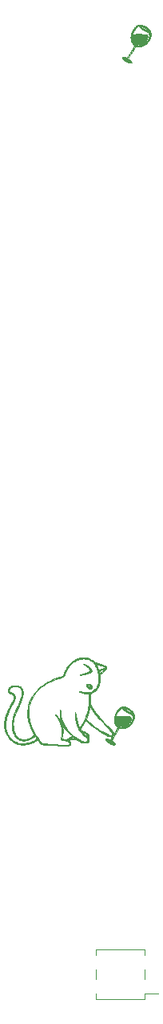
<source format=gbr>
%TF.GenerationSoftware,KiCad,Pcbnew,(7.0.0)*%
%TF.CreationDate,2023-03-30T09:06:06-07:00*%
%TF.ProjectId,wyw_r_faceplate,7779775f-725f-4666-9163-65706c617465,rev?*%
%TF.SameCoordinates,Original*%
%TF.FileFunction,Legend,Top*%
%TF.FilePolarity,Positive*%
%FSLAX46Y46*%
G04 Gerber Fmt 4.6, Leading zero omitted, Abs format (unit mm)*
G04 Created by KiCad (PCBNEW (7.0.0)) date 2023-03-30 09:06:06*
%MOMM*%
%LPD*%
G01*
G04 APERTURE LIST*
%ADD10C,0.047896*%
%ADD11C,0.120000*%
%ADD12R,3.150000X1.000000*%
G04 APERTURE END LIST*
D10*
G36*
X31838509Y-107361259D02*
G01*
X31944978Y-107406861D01*
X32045022Y-107457273D01*
X32138065Y-107511688D01*
X32223535Y-107569305D01*
X32300856Y-107629317D01*
X32369456Y-107690920D01*
X32428760Y-107753311D01*
X32454747Y-107784550D01*
X32478195Y-107815685D01*
X32499032Y-107846614D01*
X32517186Y-107877237D01*
X32532586Y-107907454D01*
X32545160Y-107937164D01*
X32554837Y-107966266D01*
X32561543Y-107994660D01*
X32565208Y-108022245D01*
X32565761Y-108048922D01*
X32563128Y-108074588D01*
X32557239Y-108099145D01*
X32548022Y-108122490D01*
X32535405Y-108144524D01*
X32519316Y-108165147D01*
X32499683Y-108184256D01*
X32476436Y-108201753D01*
X32449501Y-108217537D01*
X32399049Y-108240458D01*
X32334469Y-108264823D01*
X32258160Y-108290114D01*
X32172520Y-108315814D01*
X31982843Y-108366370D01*
X31784626Y-108412351D01*
X31597056Y-108449617D01*
X31439321Y-108474027D01*
X31377638Y-108480117D01*
X31330609Y-108481441D01*
X31300633Y-108477481D01*
X31292789Y-108473358D01*
X31290108Y-108467720D01*
X31290077Y-108467689D01*
X31290795Y-108466225D01*
X31292923Y-108464336D01*
X31301274Y-108459333D01*
X31314847Y-108452781D01*
X31333363Y-108444780D01*
X31384096Y-108424831D01*
X31451221Y-108400287D01*
X31532491Y-108371952D01*
X31625654Y-108340625D01*
X31728460Y-108307111D01*
X31838661Y-108272209D01*
X31966368Y-108231746D01*
X32076996Y-108194681D01*
X32170518Y-108159919D01*
X32210856Y-108143060D01*
X32246906Y-108126366D01*
X32278666Y-108109700D01*
X32306133Y-108092926D01*
X32329301Y-108075907D01*
X32348169Y-108058506D01*
X32362733Y-108040586D01*
X32372988Y-108022010D01*
X32378932Y-108002642D01*
X32380562Y-107982345D01*
X32377873Y-107960982D01*
X32370862Y-107938416D01*
X32359526Y-107914510D01*
X32343861Y-107889127D01*
X32323863Y-107862131D01*
X32299530Y-107833385D01*
X32270858Y-107802752D01*
X32237843Y-107770095D01*
X32158770Y-107698162D01*
X32062284Y-107616492D01*
X31948358Y-107523991D01*
X31816963Y-107419563D01*
X31649330Y-107287056D01*
X31838509Y-107361259D01*
G37*
X31838509Y-107361259D02*
X31944978Y-107406861D01*
X32045022Y-107457273D01*
X32138065Y-107511688D01*
X32223535Y-107569305D01*
X32300856Y-107629317D01*
X32369456Y-107690920D01*
X32428760Y-107753311D01*
X32454747Y-107784550D01*
X32478195Y-107815685D01*
X32499032Y-107846614D01*
X32517186Y-107877237D01*
X32532586Y-107907454D01*
X32545160Y-107937164D01*
X32554837Y-107966266D01*
X32561543Y-107994660D01*
X32565208Y-108022245D01*
X32565761Y-108048922D01*
X32563128Y-108074588D01*
X32557239Y-108099145D01*
X32548022Y-108122490D01*
X32535405Y-108144524D01*
X32519316Y-108165147D01*
X32499683Y-108184256D01*
X32476436Y-108201753D01*
X32449501Y-108217537D01*
X32399049Y-108240458D01*
X32334469Y-108264823D01*
X32258160Y-108290114D01*
X32172520Y-108315814D01*
X31982843Y-108366370D01*
X31784626Y-108412351D01*
X31597056Y-108449617D01*
X31439321Y-108474027D01*
X31377638Y-108480117D01*
X31330609Y-108481441D01*
X31300633Y-108477481D01*
X31292789Y-108473358D01*
X31290108Y-108467720D01*
X31290077Y-108467689D01*
X31290795Y-108466225D01*
X31292923Y-108464336D01*
X31301274Y-108459333D01*
X31314847Y-108452781D01*
X31333363Y-108444780D01*
X31384096Y-108424831D01*
X31451221Y-108400287D01*
X31532491Y-108371952D01*
X31625654Y-108340625D01*
X31728460Y-108307111D01*
X31838661Y-108272209D01*
X31966368Y-108231746D01*
X32076996Y-108194681D01*
X32170518Y-108159919D01*
X32210856Y-108143060D01*
X32246906Y-108126366D01*
X32278666Y-108109700D01*
X32306133Y-108092926D01*
X32329301Y-108075907D01*
X32348169Y-108058506D01*
X32362733Y-108040586D01*
X32372988Y-108022010D01*
X32378932Y-108002642D01*
X32380562Y-107982345D01*
X32377873Y-107960982D01*
X32370862Y-107938416D01*
X32359526Y-107914510D01*
X32343861Y-107889127D01*
X32323863Y-107862131D01*
X32299530Y-107833385D01*
X32270858Y-107802752D01*
X32237843Y-107770095D01*
X32158770Y-107698162D01*
X32062284Y-107616492D01*
X31948358Y-107523991D01*
X31816963Y-107419563D01*
X31649330Y-107287056D01*
X31838509Y-107361259D01*
G36*
X36030869Y-112804098D02*
G01*
X36236746Y-112817209D01*
X36417039Y-112836586D01*
X36491936Y-112848366D01*
X36553651Y-112861402D01*
X36599922Y-112875591D01*
X36616559Y-112883086D01*
X36628487Y-112890831D01*
X36656798Y-112918446D01*
X36679375Y-112949226D01*
X36696445Y-112982882D01*
X36708236Y-113019127D01*
X36714973Y-113057674D01*
X36716885Y-113098235D01*
X36714198Y-113140524D01*
X36707139Y-113184253D01*
X36695935Y-113229134D01*
X36680813Y-113274881D01*
X36662000Y-113321205D01*
X36639723Y-113367820D01*
X36614210Y-113414439D01*
X36585687Y-113460773D01*
X36554381Y-113506536D01*
X36520519Y-113551441D01*
X36484329Y-113595199D01*
X36446036Y-113637525D01*
X36405869Y-113678130D01*
X36364054Y-113716727D01*
X36320819Y-113753028D01*
X36276390Y-113786748D01*
X36230994Y-113817597D01*
X36184858Y-113845289D01*
X36138209Y-113869537D01*
X36091275Y-113890053D01*
X36044282Y-113906550D01*
X35997458Y-113918741D01*
X35951029Y-113926338D01*
X35905222Y-113929054D01*
X35860264Y-113926601D01*
X35816383Y-113918693D01*
X35816383Y-113918632D01*
X35745743Y-113902395D01*
X35695577Y-113890997D01*
X35643105Y-113879326D01*
X35602114Y-113868063D01*
X35562235Y-113852648D01*
X35523553Y-113833357D01*
X35486155Y-113810466D01*
X35450128Y-113784252D01*
X35415560Y-113754991D01*
X35382537Y-113722960D01*
X35351146Y-113688436D01*
X35321474Y-113651695D01*
X35293608Y-113613014D01*
X35267636Y-113572668D01*
X35243643Y-113530936D01*
X35221716Y-113488092D01*
X35201944Y-113444415D01*
X35184412Y-113400179D01*
X35169208Y-113355663D01*
X35156419Y-113311142D01*
X35146131Y-113266893D01*
X35138432Y-113223193D01*
X35133408Y-113180317D01*
X35131147Y-113138544D01*
X35131735Y-113098148D01*
X35135259Y-113059407D01*
X35141806Y-113022598D01*
X35151464Y-112987996D01*
X35164318Y-112955879D01*
X35180457Y-112926522D01*
X35199966Y-112900203D01*
X35222934Y-112877199D01*
X35249446Y-112857784D01*
X35279591Y-112842237D01*
X35313454Y-112830833D01*
X35370095Y-112819478D01*
X35440700Y-112810620D01*
X35523005Y-112804153D01*
X35614749Y-112799977D01*
X35817504Y-112798078D01*
X36030869Y-112804098D01*
G37*
X36030869Y-112804098D02*
X36236746Y-112817209D01*
X36417039Y-112836586D01*
X36491936Y-112848366D01*
X36553651Y-112861402D01*
X36599922Y-112875591D01*
X36616559Y-112883086D01*
X36628487Y-112890831D01*
X36656798Y-112918446D01*
X36679375Y-112949226D01*
X36696445Y-112982882D01*
X36708236Y-113019127D01*
X36714973Y-113057674D01*
X36716885Y-113098235D01*
X36714198Y-113140524D01*
X36707139Y-113184253D01*
X36695935Y-113229134D01*
X36680813Y-113274881D01*
X36662000Y-113321205D01*
X36639723Y-113367820D01*
X36614210Y-113414439D01*
X36585687Y-113460773D01*
X36554381Y-113506536D01*
X36520519Y-113551441D01*
X36484329Y-113595199D01*
X36446036Y-113637525D01*
X36405869Y-113678130D01*
X36364054Y-113716727D01*
X36320819Y-113753028D01*
X36276390Y-113786748D01*
X36230994Y-113817597D01*
X36184858Y-113845289D01*
X36138209Y-113869537D01*
X36091275Y-113890053D01*
X36044282Y-113906550D01*
X35997458Y-113918741D01*
X35951029Y-113926338D01*
X35905222Y-113929054D01*
X35860264Y-113926601D01*
X35816383Y-113918693D01*
X35816383Y-113918632D01*
X35745743Y-113902395D01*
X35695577Y-113890997D01*
X35643105Y-113879326D01*
X35602114Y-113868063D01*
X35562235Y-113852648D01*
X35523553Y-113833357D01*
X35486155Y-113810466D01*
X35450128Y-113784252D01*
X35415560Y-113754991D01*
X35382537Y-113722960D01*
X35351146Y-113688436D01*
X35321474Y-113651695D01*
X35293608Y-113613014D01*
X35267636Y-113572668D01*
X35243643Y-113530936D01*
X35221716Y-113488092D01*
X35201944Y-113444415D01*
X35184412Y-113400179D01*
X35169208Y-113355663D01*
X35156419Y-113311142D01*
X35146131Y-113266893D01*
X35138432Y-113223193D01*
X35133408Y-113180317D01*
X35131147Y-113138544D01*
X35131735Y-113098148D01*
X35135259Y-113059407D01*
X35141806Y-113022598D01*
X35151464Y-112987996D01*
X35164318Y-112955879D01*
X35180457Y-112926522D01*
X35199966Y-112900203D01*
X35222934Y-112877199D01*
X35249446Y-112857784D01*
X35279591Y-112842237D01*
X35313454Y-112830833D01*
X35370095Y-112819478D01*
X35440700Y-112810620D01*
X35523005Y-112804153D01*
X35614749Y-112799977D01*
X35817504Y-112798078D01*
X36030869Y-112804098D01*
G36*
X25746830Y-112458761D02*
G01*
X25874430Y-112458761D01*
X25882685Y-112687318D01*
X25906099Y-112918494D01*
X25944790Y-113151949D01*
X25998879Y-113387341D01*
X26068483Y-113624331D01*
X26153724Y-113862577D01*
X26254719Y-114101741D01*
X26371589Y-114341480D01*
X26504454Y-114581456D01*
X26653431Y-114821327D01*
X26818642Y-115060753D01*
X26879812Y-115146059D01*
X26936881Y-115227452D01*
X26988598Y-115303021D01*
X27033714Y-115370857D01*
X27070980Y-115429048D01*
X27099145Y-115475684D01*
X27116960Y-115508854D01*
X27121596Y-115519793D01*
X27123177Y-115526649D01*
X27123892Y-115540117D01*
X27126121Y-115553003D01*
X27129989Y-115565330D01*
X27135619Y-115577123D01*
X27139134Y-115582825D01*
X27143136Y-115588402D01*
X27152664Y-115599192D01*
X27164329Y-115609515D01*
X27178254Y-115619395D01*
X27194563Y-115628854D01*
X27213382Y-115637914D01*
X27234834Y-115646600D01*
X27259044Y-115654934D01*
X27286136Y-115662938D01*
X27316236Y-115670637D01*
X27349466Y-115678052D01*
X27385952Y-115685207D01*
X27425818Y-115692125D01*
X27469189Y-115698828D01*
X27516188Y-115705339D01*
X27566941Y-115711682D01*
X27621571Y-115717880D01*
X27680203Y-115723954D01*
X27809972Y-115735827D01*
X27957243Y-115747484D01*
X28123010Y-115759109D01*
X28308269Y-115770886D01*
X28514015Y-115782997D01*
X29465601Y-115836000D01*
X29755419Y-115848978D01*
X29949249Y-115852785D01*
X30068089Y-115847306D01*
X30105950Y-115841048D01*
X30132936Y-115832425D01*
X30151674Y-115821422D01*
X30164787Y-115808026D01*
X30184639Y-115773994D01*
X30184517Y-115773826D01*
X30193051Y-115756248D01*
X30199705Y-115738922D01*
X30204489Y-115721853D01*
X30207408Y-115705046D01*
X30208470Y-115688506D01*
X30207683Y-115672238D01*
X30205053Y-115656246D01*
X30200589Y-115640536D01*
X30194298Y-115625112D01*
X30186186Y-115609979D01*
X30176262Y-115595143D01*
X30164532Y-115580607D01*
X30151005Y-115566378D01*
X30135687Y-115552459D01*
X30118586Y-115538856D01*
X30099709Y-115525573D01*
X30079063Y-115512616D01*
X30056656Y-115499989D01*
X30032496Y-115487698D01*
X30006589Y-115475746D01*
X29978944Y-115464140D01*
X29949566Y-115452883D01*
X29918464Y-115441981D01*
X29885646Y-115431439D01*
X29851118Y-115421261D01*
X29814887Y-115411453D01*
X29776962Y-115402019D01*
X29737350Y-115392964D01*
X29696057Y-115384293D01*
X29653091Y-115376011D01*
X29562172Y-115360634D01*
X29510360Y-115351918D01*
X29464020Y-115342511D01*
X29422992Y-115332208D01*
X29387119Y-115320806D01*
X29371066Y-115314628D01*
X29356242Y-115308100D01*
X29342628Y-115301194D01*
X29330204Y-115293887D01*
X29318950Y-115286151D01*
X29308847Y-115277963D01*
X29299874Y-115269295D01*
X29292011Y-115260124D01*
X29285240Y-115250423D01*
X29279540Y-115240166D01*
X29274891Y-115229330D01*
X29271275Y-115217887D01*
X29268670Y-115205812D01*
X29267057Y-115193081D01*
X29267008Y-115192054D01*
X29383186Y-115192054D01*
X29510414Y-115219947D01*
X29563606Y-115232064D01*
X29614346Y-115244369D01*
X29656897Y-115255438D01*
X29673310Y-115260064D01*
X29685524Y-115263847D01*
X29705545Y-115269963D01*
X29725266Y-115274842D01*
X29744739Y-115278474D01*
X29764013Y-115280851D01*
X29783139Y-115281963D01*
X29802168Y-115281802D01*
X29821149Y-115280358D01*
X29840134Y-115277622D01*
X29859172Y-115273585D01*
X29878314Y-115268239D01*
X29897611Y-115261574D01*
X29917112Y-115253582D01*
X29936869Y-115244252D01*
X29956932Y-115233577D01*
X29977351Y-115221547D01*
X29998177Y-115208152D01*
X29998146Y-115208168D01*
X30056780Y-115168044D01*
X30128929Y-115117389D01*
X30141422Y-115108456D01*
X30411287Y-115108456D01*
X30411329Y-115110937D01*
X30411572Y-115113368D01*
X30412018Y-115115751D01*
X30412666Y-115118086D01*
X30413520Y-115120373D01*
X30414580Y-115122614D01*
X30415847Y-115124810D01*
X30417324Y-115126959D01*
X30420910Y-115131126D01*
X30425350Y-115135120D01*
X30430654Y-115138946D01*
X30436834Y-115142610D01*
X30443901Y-115146116D01*
X30451867Y-115149470D01*
X30460742Y-115152677D01*
X30470538Y-115155743D01*
X30481266Y-115158673D01*
X30492937Y-115161471D01*
X30505564Y-115164144D01*
X30519156Y-115166697D01*
X30533725Y-115169134D01*
X30549282Y-115171461D01*
X30565840Y-115173683D01*
X30583408Y-115175806D01*
X30601998Y-115177834D01*
X30642290Y-115181630D01*
X30686806Y-115185112D01*
X30702312Y-115186111D01*
X30715763Y-115186782D01*
X30727165Y-115187007D01*
X30736524Y-115186669D01*
X30740439Y-115186252D01*
X30743846Y-115185649D01*
X30746746Y-115184847D01*
X30749139Y-115183831D01*
X30751025Y-115182585D01*
X30752407Y-115181095D01*
X30753284Y-115179347D01*
X30753658Y-115177326D01*
X30753529Y-115175016D01*
X30752898Y-115172404D01*
X30751766Y-115169475D01*
X30750134Y-115166213D01*
X30748002Y-115162605D01*
X30745372Y-115158635D01*
X30738617Y-115149552D01*
X30729878Y-115138846D01*
X30719159Y-115126400D01*
X30691811Y-115095817D01*
X30691353Y-115095802D01*
X30672432Y-115075840D01*
X30653999Y-115058324D01*
X30644957Y-115050482D01*
X30636026Y-115043250D01*
X30627202Y-115036628D01*
X30618483Y-115030616D01*
X30609863Y-115025213D01*
X30601341Y-115020418D01*
X30592911Y-115016232D01*
X30584571Y-115012654D01*
X30576317Y-115009684D01*
X30568144Y-115007321D01*
X30560051Y-115005565D01*
X30552032Y-115004415D01*
X30544085Y-115003872D01*
X30536206Y-115003934D01*
X30528390Y-115004602D01*
X30520636Y-115005874D01*
X30512938Y-115007751D01*
X30505293Y-115010233D01*
X30497698Y-115013318D01*
X30490149Y-115017007D01*
X30482642Y-115021299D01*
X30475174Y-115026194D01*
X30467741Y-115031691D01*
X30460340Y-115037790D01*
X30452966Y-115044491D01*
X30445617Y-115051793D01*
X30438288Y-115059696D01*
X30430977Y-115068199D01*
X30425919Y-115074616D01*
X30421591Y-115080803D01*
X30418003Y-115086764D01*
X30415168Y-115092504D01*
X30413096Y-115098030D01*
X30411799Y-115103345D01*
X30411287Y-115108456D01*
X30141422Y-115108456D01*
X30205427Y-115062689D01*
X30277107Y-115010429D01*
X30437630Y-114891929D01*
X30032387Y-114478981D01*
X29949486Y-114393757D01*
X29869244Y-114309865D01*
X29793627Y-114229455D01*
X29724598Y-114154676D01*
X29664122Y-114087678D01*
X29614164Y-114030612D01*
X29576687Y-113985626D01*
X29553658Y-113954872D01*
X29541601Y-113937007D01*
X29536125Y-113929264D01*
X29531007Y-113922370D01*
X29526240Y-113916366D01*
X29521817Y-113911294D01*
X29517732Y-113907195D01*
X29513976Y-113904111D01*
X29510543Y-113902082D01*
X29508946Y-113901477D01*
X29507426Y-113901151D01*
X29505984Y-113901110D01*
X29504618Y-113901359D01*
X29503327Y-113901903D01*
X29502111Y-113902748D01*
X29500968Y-113903897D01*
X29499898Y-113905358D01*
X29497973Y-113909231D01*
X29496329Y-113914410D01*
X29494957Y-113920934D01*
X29493851Y-113928847D01*
X29493005Y-113938188D01*
X29492410Y-113949000D01*
X29492060Y-113961325D01*
X29491948Y-113975203D01*
X29492066Y-113990676D01*
X29492967Y-114026573D01*
X29494704Y-114069347D01*
X29497222Y-114119332D01*
X29500463Y-114176857D01*
X29504372Y-114242256D01*
X29509048Y-114341946D01*
X29510686Y-114436321D01*
X29509271Y-114525837D01*
X29504787Y-114610946D01*
X29497221Y-114692105D01*
X29486557Y-114769767D01*
X29472782Y-114844387D01*
X29455879Y-114916420D01*
X29383186Y-115192054D01*
X29267008Y-115192054D01*
X29266417Y-115179667D01*
X29266730Y-115165545D01*
X29267975Y-115150689D01*
X29270134Y-115135075D01*
X29273186Y-115118676D01*
X29277112Y-115101467D01*
X29287505Y-115064519D01*
X29301155Y-115024025D01*
X29335638Y-114913268D01*
X29361658Y-114797084D01*
X29379354Y-114676204D01*
X29388866Y-114551356D01*
X29390334Y-114423271D01*
X29383899Y-114292678D01*
X29369698Y-114160307D01*
X29347874Y-114026888D01*
X29318564Y-113893149D01*
X29281910Y-113759822D01*
X29238050Y-113627635D01*
X29187125Y-113497318D01*
X29129274Y-113369601D01*
X29064637Y-113245213D01*
X28993354Y-113124885D01*
X28915565Y-113009346D01*
X28865641Y-112938321D01*
X28822317Y-112873815D01*
X28786309Y-112817112D01*
X28758331Y-112769500D01*
X28747578Y-112749505D01*
X28739100Y-112732265D01*
X28732988Y-112717941D01*
X28729330Y-112706694D01*
X28728217Y-112698684D01*
X28728642Y-112695943D01*
X28729737Y-112694072D01*
X28731512Y-112693090D01*
X28733980Y-112693019D01*
X28741035Y-112695686D01*
X28761403Y-112707635D01*
X28782716Y-112722006D01*
X28804937Y-112738759D01*
X28828033Y-112757858D01*
X28851969Y-112779263D01*
X28876710Y-112802936D01*
X28902221Y-112828840D01*
X28928467Y-112856935D01*
X28955413Y-112887185D01*
X28983024Y-112919550D01*
X29011266Y-112953992D01*
X29040104Y-112990474D01*
X29069502Y-113028956D01*
X29099426Y-113069402D01*
X29129842Y-113111772D01*
X29160713Y-113156028D01*
X29186427Y-113192560D01*
X29208929Y-113222862D01*
X29218855Y-113235553D01*
X29227833Y-113246539D01*
X29235816Y-113255771D01*
X29242756Y-113263200D01*
X29248603Y-113268777D01*
X29253311Y-113272452D01*
X29255222Y-113273561D01*
X29256831Y-113274177D01*
X29258130Y-113274292D01*
X29259114Y-113273902D01*
X29259777Y-113272999D01*
X29260113Y-113271578D01*
X29260115Y-113269633D01*
X29259779Y-113267156D01*
X29258064Y-113260588D01*
X29254921Y-113251823D01*
X29251007Y-113239098D01*
X29247042Y-113220874D01*
X29243054Y-113197498D01*
X29239070Y-113169312D01*
X29231224Y-113099890D01*
X29223721Y-113015361D01*
X29216780Y-112918481D01*
X29210619Y-112812001D01*
X29205458Y-112698676D01*
X29201515Y-112581260D01*
X29198677Y-112453627D01*
X29197646Y-112345229D01*
X29198386Y-112256558D01*
X29200863Y-112188102D01*
X29205040Y-112140352D01*
X29207756Y-112124394D01*
X29210884Y-112113796D01*
X29214419Y-112108620D01*
X29216338Y-112108083D01*
X29218357Y-112108925D01*
X29222694Y-112114774D01*
X29227425Y-112126228D01*
X29231688Y-112139467D01*
X29235879Y-112154364D01*
X29239974Y-112170753D01*
X29243949Y-112188472D01*
X29251447Y-112227245D01*
X29258182Y-112269376D01*
X29263967Y-112313558D01*
X29268610Y-112358484D01*
X29271925Y-112402845D01*
X29273720Y-112445335D01*
X29278773Y-112549761D01*
X29288874Y-112654805D01*
X29303920Y-112760327D01*
X29323810Y-112866188D01*
X29377709Y-113078362D01*
X29449752Y-113290207D01*
X29539119Y-113500601D01*
X29644992Y-113708423D01*
X29766551Y-113912551D01*
X29902977Y-114111864D01*
X30053450Y-114305240D01*
X30217152Y-114491559D01*
X30393263Y-114669698D01*
X30580964Y-114838537D01*
X30779436Y-114996954D01*
X30987859Y-115143828D01*
X31205414Y-115278037D01*
X31431282Y-115398460D01*
X31481449Y-115421850D01*
X31530657Y-115442229D01*
X31578782Y-115459678D01*
X31625703Y-115474279D01*
X31671295Y-115486112D01*
X31715437Y-115495259D01*
X31758005Y-115501800D01*
X31798877Y-115505816D01*
X31837929Y-115507389D01*
X31875039Y-115506600D01*
X31910084Y-115503529D01*
X31942941Y-115498259D01*
X31973488Y-115490869D01*
X32001600Y-115481441D01*
X32027157Y-115470055D01*
X32050034Y-115456794D01*
X32070108Y-115441738D01*
X32087258Y-115424968D01*
X32101360Y-115406566D01*
X32112291Y-115386611D01*
X32119928Y-115365186D01*
X32124149Y-115342371D01*
X32124831Y-115318248D01*
X32121850Y-115292897D01*
X32115084Y-115266399D01*
X32104411Y-115238837D01*
X32089706Y-115210290D01*
X32070849Y-115180839D01*
X32047714Y-115150566D01*
X32020180Y-115119553D01*
X31988125Y-115087879D01*
X31951424Y-115055626D01*
X31811667Y-114935147D01*
X31682692Y-114815138D01*
X31564106Y-114694821D01*
X31455517Y-114573418D01*
X31421190Y-114530670D01*
X31581138Y-114530670D01*
X31581171Y-114532460D01*
X31581921Y-114536473D01*
X31583570Y-114541052D01*
X31586105Y-114546183D01*
X31589511Y-114551852D01*
X31593776Y-114558045D01*
X31598886Y-114564749D01*
X31604827Y-114571949D01*
X31611585Y-114579632D01*
X31619147Y-114587784D01*
X31627499Y-114596391D01*
X31646519Y-114614916D01*
X31668535Y-114635096D01*
X31693440Y-114656820D01*
X31721123Y-114679977D01*
X31751476Y-114704458D01*
X31784389Y-114730152D01*
X31819753Y-114756948D01*
X31857460Y-114784736D01*
X31899555Y-114814095D01*
X31938514Y-114838822D01*
X31974063Y-114858998D01*
X32005931Y-114874699D01*
X32033847Y-114886007D01*
X32046238Y-114890037D01*
X32057538Y-114892997D01*
X32067715Y-114894899D01*
X32076733Y-114895751D01*
X32084559Y-114895563D01*
X32091160Y-114894346D01*
X32096500Y-114892108D01*
X32100546Y-114888861D01*
X32103265Y-114884613D01*
X32104621Y-114879374D01*
X32104582Y-114873155D01*
X32103112Y-114865965D01*
X32100179Y-114857814D01*
X32095747Y-114848712D01*
X32089784Y-114838669D01*
X32082255Y-114827694D01*
X32073127Y-114815798D01*
X32062364Y-114802990D01*
X32035802Y-114774677D01*
X32002296Y-114742836D01*
X32002327Y-114742851D01*
X31981890Y-114725315D01*
X31958671Y-114707109D01*
X31933125Y-114688480D01*
X31905706Y-114669678D01*
X31876871Y-114650951D01*
X31847074Y-114632547D01*
X31816770Y-114614717D01*
X31786415Y-114597707D01*
X31756463Y-114581768D01*
X31727370Y-114567147D01*
X31699590Y-114554093D01*
X31673578Y-114542855D01*
X31649791Y-114533681D01*
X31628682Y-114526821D01*
X31610707Y-114522522D01*
X31596321Y-114521034D01*
X31591389Y-114521363D01*
X31587438Y-114522340D01*
X31585826Y-114523068D01*
X31584454Y-114523953D01*
X31583321Y-114524992D01*
X31582424Y-114526186D01*
X31581763Y-114527531D01*
X31581334Y-114529026D01*
X31581138Y-114530670D01*
X31421190Y-114530670D01*
X31356534Y-114450152D01*
X31266765Y-114324246D01*
X31185819Y-114194922D01*
X31113304Y-114061403D01*
X31048829Y-113922910D01*
X30992001Y-113778667D01*
X30942430Y-113627896D01*
X30899723Y-113469820D01*
X30863489Y-113303660D01*
X30833337Y-113128640D01*
X30808875Y-112943982D01*
X30789711Y-112748909D01*
X30782743Y-112655639D01*
X30778437Y-112576867D01*
X30776661Y-112512436D01*
X30777283Y-112462188D01*
X30780171Y-112425966D01*
X30782424Y-112413067D01*
X30785194Y-112403615D01*
X30788464Y-112397591D01*
X30792218Y-112394976D01*
X30796440Y-112395749D01*
X30801113Y-112399892D01*
X30806221Y-112407385D01*
X30811746Y-112418208D01*
X30823986Y-112449765D01*
X30837701Y-112494407D01*
X30852758Y-112551977D01*
X30869026Y-112622317D01*
X30886372Y-112705271D01*
X30904666Y-112800682D01*
X30923775Y-112908394D01*
X30956686Y-113083740D01*
X30995449Y-113262238D01*
X31038061Y-113436910D01*
X31082523Y-113600776D01*
X31126835Y-113746859D01*
X31168997Y-113868178D01*
X31188647Y-113917371D01*
X31207008Y-113957756D01*
X31223832Y-113988461D01*
X31238869Y-114008613D01*
X31244329Y-114011733D01*
X31251418Y-114011574D01*
X31260057Y-114008258D01*
X31270168Y-114001907D01*
X31281672Y-113992641D01*
X31294492Y-113980582D01*
X31323766Y-113948569D01*
X31357366Y-113906841D01*
X31394665Y-113856367D01*
X31435039Y-113798119D01*
X31477863Y-113733066D01*
X31522512Y-113662180D01*
X31568362Y-113586432D01*
X31614786Y-113506792D01*
X31661160Y-113424231D01*
X31706859Y-113339719D01*
X31751258Y-113254228D01*
X31793732Y-113168728D01*
X31812737Y-113128486D01*
X31965584Y-113128486D01*
X32334328Y-113468650D01*
X32504059Y-113618633D01*
X32685967Y-113767448D01*
X32876895Y-113913388D01*
X33073689Y-114054747D01*
X33273195Y-114189818D01*
X33472257Y-114316894D01*
X33667720Y-114434268D01*
X33856430Y-114540233D01*
X34035231Y-114633084D01*
X34200969Y-114711112D01*
X34350489Y-114772611D01*
X34480636Y-114815875D01*
X34588254Y-114839196D01*
X34632629Y-114842845D01*
X34670190Y-114840868D01*
X34700540Y-114833052D01*
X34723287Y-114819184D01*
X34738036Y-114799051D01*
X34744392Y-114772438D01*
X34744362Y-114772453D01*
X34745792Y-114739177D01*
X34745661Y-114723190D01*
X34744824Y-114707453D01*
X34743175Y-114691825D01*
X34740606Y-114676168D01*
X34737012Y-114660342D01*
X34732286Y-114644208D01*
X34726322Y-114627627D01*
X34719013Y-114610460D01*
X34710253Y-114592567D01*
X34699936Y-114573810D01*
X34687954Y-114554049D01*
X34674202Y-114533145D01*
X34658573Y-114510958D01*
X34640961Y-114487350D01*
X34621258Y-114462181D01*
X34599360Y-114435313D01*
X34575159Y-114406605D01*
X34548549Y-114375919D01*
X34487675Y-114308055D01*
X34415888Y-114230608D01*
X34332335Y-114142464D01*
X34236166Y-114042508D01*
X34002571Y-113802711D01*
X33745303Y-113535934D01*
X33512557Y-113286389D01*
X33302545Y-113051920D01*
X33113476Y-112830372D01*
X32943560Y-112619588D01*
X32791007Y-112417412D01*
X32654027Y-112221690D01*
X32530830Y-112030265D01*
X32487918Y-111961906D01*
X32469209Y-111933303D01*
X32452224Y-111908318D01*
X32436883Y-111886873D01*
X32423105Y-111868893D01*
X32410809Y-111854301D01*
X32399914Y-111843021D01*
X32390340Y-111834978D01*
X32386023Y-111832146D01*
X32382006Y-111830094D01*
X32378278Y-111828814D01*
X32374831Y-111828295D01*
X32371653Y-111828528D01*
X32368735Y-111829503D01*
X32366066Y-111831211D01*
X32363637Y-111833643D01*
X32361437Y-111836789D01*
X32359456Y-111840639D01*
X32356112Y-111850414D01*
X32353523Y-111862892D01*
X32332867Y-111971002D01*
X32302762Y-112102928D01*
X32265655Y-112249954D01*
X32223991Y-112403366D01*
X32180216Y-112554449D01*
X32136775Y-112694488D01*
X32096113Y-112814769D01*
X32060677Y-112906578D01*
X31965584Y-113128486D01*
X31812737Y-113128486D01*
X31833656Y-113084190D01*
X31891665Y-112951059D01*
X31946499Y-112811681D01*
X31997968Y-112667058D01*
X32045882Y-112518190D01*
X32090051Y-112366080D01*
X32130284Y-112211730D01*
X32166391Y-112056140D01*
X32198181Y-111900314D01*
X32225465Y-111745252D01*
X32248051Y-111591957D01*
X32265750Y-111441429D01*
X32278371Y-111294672D01*
X32285724Y-111152685D01*
X32287618Y-111016472D01*
X32283863Y-110887034D01*
X32274269Y-110765373D01*
X32241676Y-110460579D01*
X31945564Y-110440376D01*
X31892728Y-110435130D01*
X31834911Y-110426500D01*
X31773362Y-110414909D01*
X31709328Y-110400782D01*
X31644056Y-110384542D01*
X31578795Y-110366612D01*
X31453293Y-110327377D01*
X31395548Y-110306919D01*
X31342803Y-110286465D01*
X31296306Y-110266440D01*
X31257305Y-110247265D01*
X31227047Y-110229366D01*
X31206781Y-110213165D01*
X31200784Y-110205834D01*
X31197752Y-110199086D01*
X31197842Y-110192975D01*
X31201210Y-110187553D01*
X31202624Y-110186536D01*
X31204622Y-110185713D01*
X31207189Y-110185083D01*
X31210309Y-110184641D01*
X31218139Y-110184310D01*
X31227983Y-110184695D01*
X31239710Y-110185772D01*
X31253190Y-110187515D01*
X31268292Y-110189899D01*
X31284885Y-110192899D01*
X31302841Y-110196490D01*
X31322027Y-110200646D01*
X31342314Y-110205342D01*
X31363572Y-110210554D01*
X31385669Y-110216255D01*
X31408476Y-110222421D01*
X31431862Y-110229026D01*
X31455696Y-110236045D01*
X31554800Y-110262129D01*
X31657309Y-110282093D01*
X31762102Y-110296115D01*
X31868061Y-110304374D01*
X31974065Y-110307047D01*
X32078995Y-110304313D01*
X32181731Y-110296350D01*
X32281155Y-110283334D01*
X32376145Y-110265446D01*
X32465583Y-110242861D01*
X32548349Y-110215759D01*
X32623324Y-110184317D01*
X32689387Y-110148714D01*
X32745420Y-110109127D01*
X32769325Y-110087896D01*
X32790302Y-110065735D01*
X32808212Y-110042667D01*
X32822914Y-110018715D01*
X32828726Y-110008263D01*
X32834654Y-109998388D01*
X32840656Y-109989127D01*
X32846691Y-109980519D01*
X32852715Y-109972604D01*
X32858687Y-109965419D01*
X32864564Y-109959004D01*
X32870304Y-109953397D01*
X32875865Y-109948638D01*
X32881205Y-109944766D01*
X32886281Y-109941818D01*
X32888707Y-109940703D01*
X32891051Y-109939834D01*
X32893308Y-109939216D01*
X32895473Y-109938853D01*
X32897540Y-109938750D01*
X32899504Y-109938913D01*
X32901360Y-109939346D01*
X32903103Y-109940054D01*
X32904727Y-109941042D01*
X32906227Y-109942314D01*
X32910907Y-109946327D01*
X32915907Y-109949372D01*
X32921197Y-109951485D01*
X32926747Y-109952699D01*
X32932525Y-109953051D01*
X32938501Y-109952574D01*
X32944643Y-109951305D01*
X32950922Y-109949278D01*
X32957306Y-109946529D01*
X32963764Y-109943092D01*
X32970267Y-109939002D01*
X32976782Y-109934295D01*
X32983280Y-109929005D01*
X32989728Y-109923168D01*
X32996098Y-109916819D01*
X33002357Y-109909992D01*
X33008476Y-109902723D01*
X33014423Y-109895046D01*
X33020167Y-109886998D01*
X33025678Y-109878612D01*
X33030925Y-109869924D01*
X33035878Y-109860969D01*
X33040505Y-109851782D01*
X33044775Y-109842398D01*
X33048658Y-109832852D01*
X33052124Y-109823180D01*
X33055140Y-109813415D01*
X33057677Y-109803594D01*
X33059704Y-109793751D01*
X33061190Y-109783921D01*
X33062104Y-109774140D01*
X33062416Y-109764442D01*
X33062958Y-109753807D01*
X33064548Y-109742336D01*
X33067132Y-109730139D01*
X33070656Y-109717324D01*
X33075068Y-109703997D01*
X33080313Y-109690266D01*
X33086339Y-109676241D01*
X33093090Y-109662027D01*
X33100514Y-109647734D01*
X33108557Y-109633468D01*
X33117166Y-109619338D01*
X33126287Y-109605451D01*
X33135866Y-109591916D01*
X33145850Y-109578840D01*
X33156184Y-109566331D01*
X33166817Y-109554496D01*
X33187216Y-109529482D01*
X33205863Y-109499898D01*
X33222774Y-109465977D01*
X33237966Y-109427951D01*
X33251456Y-109386053D01*
X33263259Y-109340515D01*
X33281871Y-109239447D01*
X33293935Y-109126608D01*
X33299580Y-109003856D01*
X33298939Y-108873049D01*
X33292141Y-108736047D01*
X33279318Y-108594709D01*
X33260602Y-108450893D01*
X33236123Y-108306459D01*
X33206011Y-108163265D01*
X33196928Y-108127532D01*
X33359271Y-108127532D01*
X33359312Y-108139085D01*
X33362266Y-108163485D01*
X33368806Y-108189809D01*
X33378639Y-108218300D01*
X33382146Y-108226021D01*
X33386342Y-108232706D01*
X33391218Y-108238362D01*
X33396762Y-108242994D01*
X33402964Y-108246609D01*
X33409813Y-108249212D01*
X33417300Y-108250809D01*
X33425413Y-108251408D01*
X33434142Y-108251013D01*
X33443476Y-108249631D01*
X33453405Y-108247267D01*
X33463919Y-108243929D01*
X33475007Y-108239622D01*
X33486658Y-108234352D01*
X33498862Y-108228125D01*
X33511608Y-108220947D01*
X33524886Y-108212824D01*
X33538686Y-108203763D01*
X33552996Y-108193770D01*
X33567807Y-108182850D01*
X33583108Y-108171010D01*
X33598888Y-108158255D01*
X33615137Y-108144592D01*
X33631844Y-108130027D01*
X33666591Y-108098215D01*
X33703045Y-108062867D01*
X33741123Y-108024031D01*
X33780739Y-107981758D01*
X33780739Y-107981804D01*
X33900490Y-107851417D01*
X33780739Y-107887016D01*
X33710373Y-107908399D01*
X33647409Y-107928563D01*
X33591551Y-107947750D01*
X33542507Y-107966202D01*
X33499983Y-107984161D01*
X33463687Y-108001868D01*
X33433323Y-108019565D01*
X33408600Y-108037494D01*
X33398261Y-108046622D01*
X33389223Y-108055898D01*
X33381448Y-108065352D01*
X33374899Y-108075016D01*
X33369540Y-108084920D01*
X33365335Y-108095093D01*
X33362246Y-108105566D01*
X33360237Y-108116368D01*
X33359271Y-108127532D01*
X33196928Y-108127532D01*
X33170399Y-108023170D01*
X33129417Y-107888032D01*
X33083196Y-107759712D01*
X33031868Y-107640068D01*
X32965134Y-107511142D01*
X32891292Y-107392793D01*
X32865406Y-107358092D01*
X33077020Y-107358092D01*
X33077262Y-107361232D01*
X33078630Y-107369339D01*
X33081132Y-107379761D01*
X33084718Y-107392353D01*
X33089336Y-107406969D01*
X33094936Y-107423463D01*
X33101467Y-107441690D01*
X33117119Y-107482761D01*
X33135884Y-107529016D01*
X33157356Y-107579292D01*
X33181129Y-107632423D01*
X33301369Y-107895057D01*
X33658668Y-107795356D01*
X33760375Y-107766300D01*
X33839745Y-107741731D01*
X33871632Y-107730802D01*
X33898630Y-107720601D01*
X33920969Y-107710998D01*
X33938881Y-107701862D01*
X33952597Y-107693062D01*
X33962349Y-107684466D01*
X33965811Y-107680204D01*
X33968369Y-107675944D01*
X33970051Y-107671670D01*
X33970886Y-107667366D01*
X33970904Y-107663014D01*
X33970134Y-107658599D01*
X33966342Y-107649513D01*
X33959744Y-107639977D01*
X33950592Y-107629885D01*
X33930574Y-107615744D01*
X33896029Y-107598020D01*
X33849089Y-107577392D01*
X33791879Y-107554536D01*
X33655156Y-107504846D01*
X33502865Y-107454357D01*
X33352011Y-107408475D01*
X33219601Y-107372608D01*
X33165626Y-107360120D01*
X33122640Y-107352163D01*
X33092767Y-107349413D01*
X33083412Y-107350202D01*
X33078133Y-107352546D01*
X33077448Y-107353731D01*
X33077079Y-107355586D01*
X33077020Y-107358092D01*
X32865406Y-107358092D01*
X32810823Y-107284924D01*
X32724211Y-107187440D01*
X32631935Y-107100246D01*
X32534479Y-107023247D01*
X32432323Y-106956346D01*
X32325950Y-106899450D01*
X32215840Y-106852463D01*
X32102477Y-106815288D01*
X31986341Y-106787832D01*
X31867915Y-106769999D01*
X31747679Y-106761692D01*
X31626116Y-106762818D01*
X31503708Y-106773281D01*
X31380936Y-106792986D01*
X31258281Y-106821836D01*
X31136226Y-106859737D01*
X31015253Y-106906595D01*
X30895842Y-106962312D01*
X30778476Y-107026794D01*
X30663636Y-107099946D01*
X30551805Y-107181672D01*
X30443463Y-107271878D01*
X30339093Y-107370467D01*
X30239176Y-107477344D01*
X30144195Y-107592415D01*
X30054629Y-107715584D01*
X29970963Y-107846755D01*
X29893676Y-107985833D01*
X29823251Y-108132723D01*
X29760170Y-108287330D01*
X29735357Y-108352679D01*
X29712075Y-108410655D01*
X29689331Y-108462004D01*
X29677852Y-108485427D01*
X29666134Y-108507474D01*
X29654056Y-108528239D01*
X29641491Y-108547814D01*
X29628317Y-108566294D01*
X29614410Y-108583772D01*
X29599644Y-108600340D01*
X29583897Y-108616094D01*
X29567044Y-108631125D01*
X29548962Y-108645528D01*
X29529525Y-108659397D01*
X29508610Y-108672824D01*
X29486094Y-108685903D01*
X29461851Y-108698727D01*
X29435759Y-108711391D01*
X29407692Y-108723987D01*
X29345140Y-108749350D01*
X29273203Y-108775566D01*
X29190888Y-108803380D01*
X29097204Y-108833542D01*
X28991157Y-108866798D01*
X28708671Y-108961733D01*
X28438836Y-109066434D01*
X28181771Y-109180562D01*
X27937596Y-109303777D01*
X27706430Y-109435737D01*
X27488392Y-109576102D01*
X27283602Y-109724533D01*
X27092180Y-109880688D01*
X26914244Y-110044227D01*
X26749914Y-110214810D01*
X26599309Y-110392097D01*
X26462549Y-110575746D01*
X26339754Y-110765418D01*
X26231042Y-110960773D01*
X26136533Y-111161469D01*
X26056347Y-111367166D01*
X25990602Y-111577525D01*
X25939419Y-111792204D01*
X25902916Y-112010863D01*
X25881213Y-112233162D01*
X25874430Y-112458761D01*
X25746830Y-112458761D01*
X25746748Y-112455204D01*
X25754485Y-112246585D01*
X25774734Y-112040661D01*
X25807380Y-111837678D01*
X25852309Y-111637882D01*
X25909406Y-111441518D01*
X25978557Y-111248832D01*
X26059647Y-111060070D01*
X26152561Y-110875477D01*
X26257184Y-110695300D01*
X26373404Y-110519785D01*
X26501104Y-110349176D01*
X26640170Y-110183720D01*
X26790488Y-110023663D01*
X26951943Y-109869250D01*
X27124420Y-109720727D01*
X27307806Y-109578340D01*
X27501985Y-109442335D01*
X27706843Y-109312958D01*
X27922265Y-109190454D01*
X28148137Y-109075069D01*
X28384344Y-108967048D01*
X28630772Y-108866639D01*
X28887306Y-108774086D01*
X29525948Y-108557884D01*
X29657112Y-108219642D01*
X29713255Y-108084139D01*
X29774395Y-107953982D01*
X29840292Y-107829268D01*
X29910705Y-107710091D01*
X29985394Y-107596546D01*
X30064117Y-107488727D01*
X30146636Y-107386729D01*
X30232708Y-107290648D01*
X30322094Y-107200577D01*
X30414552Y-107116611D01*
X30509843Y-107038846D01*
X30607726Y-106967375D01*
X30707959Y-106902294D01*
X30810304Y-106843698D01*
X30914519Y-106791681D01*
X31020363Y-106746338D01*
X31127596Y-106707763D01*
X31235978Y-106676052D01*
X31345267Y-106651298D01*
X31455224Y-106633598D01*
X31565608Y-106623045D01*
X31676178Y-106619735D01*
X31786694Y-106623762D01*
X31896915Y-106635221D01*
X32006601Y-106654206D01*
X32115511Y-106680812D01*
X32223404Y-106715135D01*
X32330040Y-106757269D01*
X32435179Y-106807308D01*
X32538580Y-106865347D01*
X32640002Y-106931481D01*
X32739204Y-107005806D01*
X32762738Y-107023669D01*
X32788644Y-107041484D01*
X32816910Y-107059243D01*
X32847525Y-107076944D01*
X32880478Y-107094582D01*
X32915758Y-107112151D01*
X32953354Y-107129648D01*
X32993256Y-107147068D01*
X33035451Y-107164405D01*
X33079928Y-107181656D01*
X33126678Y-107198816D01*
X33175688Y-107215881D01*
X33226947Y-107232844D01*
X33280445Y-107249703D01*
X33336170Y-107266453D01*
X33394112Y-107283088D01*
X33547823Y-107327495D01*
X33682812Y-107369583D01*
X33799441Y-107410086D01*
X33898071Y-107449741D01*
X33940749Y-107469480D01*
X33979064Y-107489282D01*
X34013060Y-107509239D01*
X34042782Y-107529443D01*
X34068276Y-107549985D01*
X34089586Y-107570959D01*
X34106759Y-107592454D01*
X34119839Y-107614565D01*
X34128871Y-107637381D01*
X34133901Y-107660995D01*
X34134974Y-107685499D01*
X34132135Y-107710985D01*
X34125429Y-107737545D01*
X34114902Y-107765270D01*
X34100598Y-107794252D01*
X34082564Y-107824583D01*
X34060843Y-107856356D01*
X34035482Y-107889661D01*
X33974019Y-107961237D01*
X33898536Y-108040046D01*
X33809395Y-108126823D01*
X33456276Y-108462104D01*
X33435677Y-108965019D01*
X33426781Y-109096257D01*
X33411170Y-109223027D01*
X33389030Y-109345024D01*
X33360545Y-109461941D01*
X33325902Y-109573472D01*
X33285285Y-109679311D01*
X33238881Y-109779153D01*
X33186874Y-109872690D01*
X33129451Y-109959617D01*
X33066797Y-110039628D01*
X32999097Y-110112416D01*
X32926537Y-110177676D01*
X32849303Y-110235101D01*
X32767580Y-110284385D01*
X32681553Y-110325223D01*
X32591408Y-110357307D01*
X32398689Y-110415001D01*
X32403694Y-110995185D01*
X32408699Y-111575370D01*
X32587990Y-111872749D01*
X32663801Y-111994961D01*
X32745319Y-112119612D01*
X32832420Y-112246556D01*
X32924981Y-112375645D01*
X33022878Y-112506734D01*
X33125988Y-112639675D01*
X33234187Y-112774324D01*
X33347351Y-112910532D01*
X33588080Y-113187042D01*
X33847186Y-113468035D01*
X34123680Y-113752338D01*
X34416573Y-114038780D01*
X34510960Y-114130745D01*
X34595916Y-114217326D01*
X34670828Y-114297794D01*
X34735084Y-114371421D01*
X34763026Y-114405442D01*
X34788075Y-114437478D01*
X34810154Y-114467440D01*
X34829186Y-114495236D01*
X34845097Y-114520775D01*
X34857808Y-114543966D01*
X34867245Y-114564717D01*
X34873329Y-114582939D01*
X34879901Y-114608011D01*
X34885977Y-114629416D01*
X34888937Y-114638651D01*
X34891902Y-114646857D01*
X34894915Y-114653999D01*
X34898020Y-114660040D01*
X34901260Y-114664941D01*
X34904677Y-114668667D01*
X34906466Y-114670078D01*
X34908316Y-114671180D01*
X34910232Y-114671971D01*
X34912218Y-114672444D01*
X34914282Y-114672596D01*
X34916428Y-114672421D01*
X34918662Y-114671916D01*
X34920988Y-114671075D01*
X34925942Y-114668368D01*
X34931332Y-114664264D01*
X34937201Y-114658726D01*
X34943594Y-114651716D01*
X34950552Y-114643198D01*
X34958119Y-114633135D01*
X34966339Y-114621489D01*
X34975254Y-114608225D01*
X34995342Y-114576690D01*
X35018728Y-114538236D01*
X35045758Y-114492565D01*
X35112129Y-114378395D01*
X35313698Y-114030220D01*
X35175331Y-113872627D01*
X35138306Y-113827657D01*
X35104371Y-113780693D01*
X35073510Y-113731851D01*
X35045705Y-113681247D01*
X35020941Y-113628995D01*
X34999200Y-113575212D01*
X34980467Y-113520011D01*
X34964724Y-113463509D01*
X34951956Y-113405821D01*
X34942145Y-113347063D01*
X34935276Y-113287348D01*
X34931331Y-113226794D01*
X34930295Y-113165514D01*
X34931071Y-113139604D01*
X35082271Y-113139604D01*
X35086707Y-113228020D01*
X35097554Y-113314044D01*
X35114621Y-113397229D01*
X35137716Y-113477130D01*
X35166649Y-113553301D01*
X35201227Y-113625293D01*
X35241260Y-113692663D01*
X35286557Y-113754962D01*
X35336925Y-113811746D01*
X35392173Y-113862567D01*
X35452111Y-113906979D01*
X35516547Y-113944536D01*
X35585290Y-113974791D01*
X35658148Y-113997299D01*
X35734930Y-114011613D01*
X35815444Y-114017287D01*
X35899500Y-114013874D01*
X35986906Y-114000928D01*
X36077471Y-113978002D01*
X36171003Y-113944651D01*
X36267311Y-113900428D01*
X36267281Y-113900428D01*
X36320203Y-113871243D01*
X36371238Y-113838789D01*
X36420313Y-113803309D01*
X36467357Y-113765048D01*
X36512296Y-113724252D01*
X36555058Y-113681164D01*
X36595570Y-113636029D01*
X36633761Y-113589091D01*
X36669557Y-113540595D01*
X36702886Y-113490787D01*
X36733676Y-113439909D01*
X36761854Y-113388207D01*
X36787347Y-113335925D01*
X36810084Y-113283308D01*
X36829991Y-113230601D01*
X36846996Y-113178047D01*
X36861027Y-113125891D01*
X36872012Y-113074379D01*
X36879877Y-113023754D01*
X36884550Y-112974261D01*
X36885959Y-112926145D01*
X36884032Y-112879649D01*
X36878695Y-112835020D01*
X36869876Y-112792500D01*
X36857504Y-112752335D01*
X36841504Y-112714770D01*
X36821806Y-112680048D01*
X36798336Y-112648415D01*
X36771022Y-112620114D01*
X36739792Y-112595391D01*
X36704572Y-112574490D01*
X36665291Y-112557655D01*
X36609500Y-112537097D01*
X36554933Y-112515577D01*
X36501526Y-112493057D01*
X36449213Y-112469498D01*
X36397929Y-112444860D01*
X36347610Y-112419107D01*
X36298190Y-112392198D01*
X36249603Y-112364095D01*
X36201786Y-112334760D01*
X36154672Y-112304154D01*
X36108197Y-112272237D01*
X36062296Y-112238972D01*
X36016903Y-112204320D01*
X35971954Y-112168241D01*
X35927383Y-112130698D01*
X35883125Y-112091652D01*
X35710365Y-111935783D01*
X35511330Y-112136802D01*
X35432616Y-112222074D01*
X35362418Y-112309862D01*
X35300544Y-112399722D01*
X35246803Y-112491207D01*
X35201004Y-112583870D01*
X35162955Y-112677265D01*
X35132465Y-112770946D01*
X35109343Y-112864467D01*
X35093398Y-112957381D01*
X35084438Y-113049242D01*
X35082271Y-113139604D01*
X34931071Y-113139604D01*
X34932150Y-113103625D01*
X34936880Y-113041242D01*
X34944469Y-112978479D01*
X34954901Y-112915453D01*
X34968158Y-112852278D01*
X34984224Y-112789071D01*
X35003082Y-112725945D01*
X35024717Y-112663017D01*
X35049111Y-112600402D01*
X35076249Y-112538215D01*
X35106113Y-112476571D01*
X35138687Y-112415587D01*
X35173955Y-112355376D01*
X35211899Y-112296054D01*
X35252504Y-112237737D01*
X35295754Y-112180540D01*
X35341630Y-112124579D01*
X35390118Y-112069968D01*
X35441200Y-112016822D01*
X35471638Y-111987614D01*
X35502364Y-111960605D01*
X35533416Y-111935802D01*
X35544116Y-111928108D01*
X35912178Y-111928108D01*
X36008278Y-112026115D01*
X36046012Y-112060647D01*
X36093628Y-112097939D01*
X36149426Y-112137150D01*
X36211708Y-112177442D01*
X36278773Y-112217976D01*
X36348923Y-112257912D01*
X36420457Y-112296412D01*
X36491676Y-112332636D01*
X36560882Y-112365745D01*
X36626373Y-112394900D01*
X36686452Y-112419263D01*
X36739418Y-112437993D01*
X36783572Y-112450252D01*
X36817215Y-112455201D01*
X36829563Y-112454672D01*
X36838647Y-112452000D01*
X36844253Y-112447082D01*
X36846168Y-112439811D01*
X36844821Y-112434268D01*
X36840865Y-112427442D01*
X36834430Y-112419411D01*
X36825649Y-112410257D01*
X36801564Y-112388892D01*
X36769654Y-112363982D01*
X36730962Y-112336162D01*
X36686531Y-112306067D01*
X36637406Y-112274332D01*
X36584629Y-112241592D01*
X36529244Y-112208482D01*
X36472294Y-112175638D01*
X36414823Y-112143694D01*
X36357873Y-112113286D01*
X36302490Y-112085048D01*
X36249715Y-112059615D01*
X36200593Y-112037623D01*
X36156166Y-112019706D01*
X35912178Y-111928108D01*
X35544116Y-111928108D01*
X35564833Y-111913210D01*
X35596653Y-111892834D01*
X35628915Y-111874679D01*
X35661657Y-111858752D01*
X35694918Y-111845057D01*
X35728736Y-111833600D01*
X35763149Y-111824385D01*
X35798196Y-111817420D01*
X35833916Y-111812708D01*
X35870346Y-111810255D01*
X35907526Y-111810067D01*
X35945494Y-111812149D01*
X35984287Y-111816507D01*
X36023946Y-111823145D01*
X36064507Y-111832070D01*
X36106010Y-111843286D01*
X36148493Y-111856799D01*
X36191995Y-111872615D01*
X36236553Y-111890738D01*
X36282207Y-111911174D01*
X36328994Y-111933929D01*
X36376954Y-111959008D01*
X36426125Y-111986416D01*
X36528252Y-112048242D01*
X36635683Y-112119449D01*
X36748726Y-112200081D01*
X36817635Y-112256676D01*
X36877528Y-112317949D01*
X36928647Y-112383455D01*
X36971239Y-112452748D01*
X37005547Y-112525382D01*
X37031816Y-112600911D01*
X37050291Y-112678890D01*
X37061217Y-112758873D01*
X37064837Y-112840415D01*
X37061397Y-112923069D01*
X37051141Y-113006390D01*
X37034314Y-113089933D01*
X37011160Y-113173251D01*
X36981924Y-113255900D01*
X36946851Y-113337432D01*
X36906185Y-113417404D01*
X36860171Y-113495368D01*
X36809053Y-113570880D01*
X36753076Y-113643493D01*
X36692484Y-113712763D01*
X36627523Y-113778242D01*
X36558437Y-113839487D01*
X36485470Y-113896050D01*
X36408866Y-113947486D01*
X36328872Y-113993350D01*
X36245730Y-114033196D01*
X36159687Y-114066578D01*
X36070985Y-114093051D01*
X35979871Y-114112168D01*
X35886588Y-114123485D01*
X35791382Y-114126555D01*
X35694496Y-114120933D01*
X35428230Y-114093330D01*
X35283882Y-114343101D01*
X34908058Y-114989769D01*
X34676582Y-115386650D01*
X34856148Y-115551139D01*
X34885068Y-115578435D01*
X34911006Y-115604564D01*
X34934008Y-115629501D01*
X34954119Y-115653223D01*
X34971385Y-115675705D01*
X34985852Y-115696923D01*
X34997565Y-115716852D01*
X35006572Y-115735468D01*
X35012917Y-115752747D01*
X35016646Y-115768663D01*
X35017805Y-115783194D01*
X35016440Y-115796313D01*
X35012597Y-115807998D01*
X35006321Y-115818223D01*
X34997659Y-115826964D01*
X34986656Y-115834198D01*
X34973358Y-115839898D01*
X34957812Y-115844042D01*
X34940062Y-115846604D01*
X34920154Y-115847560D01*
X34898135Y-115846886D01*
X34874050Y-115844558D01*
X34847946Y-115840551D01*
X34819867Y-115834840D01*
X34789860Y-115827401D01*
X34757971Y-115818211D01*
X34724245Y-115807244D01*
X34688728Y-115794476D01*
X34651467Y-115779882D01*
X34612506Y-115763439D01*
X34571892Y-115745122D01*
X34529671Y-115724907D01*
X34476178Y-115697570D01*
X34425394Y-115669643D01*
X34377362Y-115641267D01*
X34332128Y-115612584D01*
X34289736Y-115583737D01*
X34250231Y-115554867D01*
X34213659Y-115526116D01*
X34180064Y-115497627D01*
X34149490Y-115469542D01*
X34121983Y-115442003D01*
X34097588Y-115415151D01*
X34076349Y-115389129D01*
X34067004Y-115376151D01*
X34232236Y-115376151D01*
X34234352Y-115380928D01*
X34239265Y-115387463D01*
X34246549Y-115395143D01*
X34267619Y-115413580D01*
X34296341Y-115435527D01*
X34331494Y-115460273D01*
X34371858Y-115487105D01*
X34416211Y-115515313D01*
X34512001Y-115573009D01*
X34609095Y-115627668D01*
X34655079Y-115652080D01*
X34697726Y-115673597D01*
X34735815Y-115691510D01*
X34768125Y-115705105D01*
X34793435Y-115713672D01*
X34803083Y-115715848D01*
X34810524Y-115716499D01*
X34812851Y-115716367D01*
X34814902Y-115716041D01*
X34816680Y-115715528D01*
X34817468Y-115715203D01*
X34818188Y-115714832D01*
X34818842Y-115714417D01*
X34819429Y-115713958D01*
X34819950Y-115713456D01*
X34820405Y-115712911D01*
X34820795Y-115712324D01*
X34821120Y-115711696D01*
X34821381Y-115711027D01*
X34821577Y-115710318D01*
X34821778Y-115708782D01*
X34821727Y-115707093D01*
X34821425Y-115705256D01*
X34820877Y-115703276D01*
X34820085Y-115701158D01*
X34819053Y-115698907D01*
X34817782Y-115696527D01*
X34816277Y-115694025D01*
X34814539Y-115691404D01*
X34812572Y-115688670D01*
X34810379Y-115685828D01*
X34807962Y-115682883D01*
X34805325Y-115679840D01*
X34802471Y-115676703D01*
X34799402Y-115673478D01*
X34796122Y-115670170D01*
X34792632Y-115666783D01*
X34788938Y-115663323D01*
X34785040Y-115659795D01*
X34780942Y-115656204D01*
X34776648Y-115652554D01*
X34772159Y-115648850D01*
X34767479Y-115645099D01*
X34762611Y-115641304D01*
X34762611Y-115641273D01*
X34732172Y-115619047D01*
X34696417Y-115595163D01*
X34656412Y-115570149D01*
X34613222Y-115544527D01*
X34521548Y-115493566D01*
X34429920Y-115446481D01*
X34346863Y-115407474D01*
X34311212Y-115392312D01*
X34280899Y-115380745D01*
X34256992Y-115373298D01*
X34240555Y-115370496D01*
X34235470Y-115371001D01*
X34232653Y-115372864D01*
X34232236Y-115376151D01*
X34067004Y-115376151D01*
X34058311Y-115364079D01*
X34043519Y-115340143D01*
X34032018Y-115317462D01*
X34023853Y-115296180D01*
X34019069Y-115276438D01*
X34017709Y-115258379D01*
X34019821Y-115242143D01*
X34025447Y-115227874D01*
X34034633Y-115215713D01*
X34047424Y-115205803D01*
X34063864Y-115198285D01*
X34083999Y-115193301D01*
X34107873Y-115190995D01*
X34135532Y-115191507D01*
X34167019Y-115194979D01*
X34202381Y-115201555D01*
X34241661Y-115211375D01*
X34284904Y-115224582D01*
X34332156Y-115241319D01*
X34383461Y-115261726D01*
X34438706Y-115284376D01*
X34461475Y-115292937D01*
X34481507Y-115299497D01*
X34490613Y-115301990D01*
X34499175Y-115303939D01*
X34507239Y-115305327D01*
X34514852Y-115306142D01*
X34522060Y-115306368D01*
X34528911Y-115305989D01*
X34535450Y-115304992D01*
X34541725Y-115303362D01*
X34547782Y-115301083D01*
X34553668Y-115298141D01*
X34559430Y-115294520D01*
X34565114Y-115290208D01*
X34570767Y-115285187D01*
X34576435Y-115279444D01*
X34582165Y-115272964D01*
X34588004Y-115265732D01*
X34600195Y-115248953D01*
X34613382Y-115228987D01*
X34644234Y-115179023D01*
X34737129Y-115026237D01*
X34486793Y-114975944D01*
X34435046Y-114964974D01*
X34383934Y-114953089D01*
X34334779Y-114940666D01*
X34288902Y-114928085D01*
X34247626Y-114915724D01*
X34212273Y-114903962D01*
X34184163Y-114893178D01*
X34173238Y-114888271D01*
X34164619Y-114883751D01*
X33848566Y-114694670D01*
X33531432Y-114495795D01*
X33222176Y-114293382D01*
X32929756Y-114093687D01*
X32663131Y-113902966D01*
X32431260Y-113727476D01*
X32243101Y-113573473D01*
X32168213Y-113506483D01*
X32107613Y-113447212D01*
X32073667Y-113412273D01*
X32043160Y-113381691D01*
X32015849Y-113355397D01*
X31991491Y-113333324D01*
X31969842Y-113315405D01*
X31959958Y-113307981D01*
X31950661Y-113301571D01*
X31941920Y-113296166D01*
X31933704Y-113291756D01*
X31925983Y-113288334D01*
X31918728Y-113285892D01*
X31911907Y-113284421D01*
X31905490Y-113283912D01*
X31899448Y-113284357D01*
X31893748Y-113285747D01*
X31888362Y-113288075D01*
X31883259Y-113291331D01*
X31878408Y-113295508D01*
X31873780Y-113300596D01*
X31869343Y-113306588D01*
X31865067Y-113313474D01*
X31860923Y-113321247D01*
X31856879Y-113329899D01*
X31848972Y-113349801D01*
X31841103Y-113373115D01*
X31836730Y-113384856D01*
X31830077Y-113399861D01*
X31821281Y-113417901D01*
X31810478Y-113438743D01*
X31783401Y-113487914D01*
X31749939Y-113545524D01*
X31711187Y-113609727D01*
X31668240Y-113678672D01*
X31622191Y-113750514D01*
X31574135Y-113823402D01*
X31529466Y-113891312D01*
X31490470Y-113953168D01*
X31457118Y-114009287D01*
X31429380Y-114059987D01*
X31407226Y-114105583D01*
X31390627Y-114146394D01*
X31384400Y-114165103D01*
X31379551Y-114182735D01*
X31376076Y-114199328D01*
X31373970Y-114214924D01*
X31373231Y-114229560D01*
X31373853Y-114243277D01*
X31375835Y-114256114D01*
X31379172Y-114268111D01*
X31383859Y-114279308D01*
X31389895Y-114289744D01*
X31397274Y-114299458D01*
X31405992Y-114308491D01*
X31416048Y-114316882D01*
X31427436Y-114324671D01*
X31440152Y-114331897D01*
X31454194Y-114338599D01*
X31486237Y-114350593D01*
X31523537Y-114360969D01*
X31600794Y-114381818D01*
X31675267Y-114406116D01*
X31746632Y-114433594D01*
X31814565Y-114463985D01*
X31878742Y-114497019D01*
X31938838Y-114532428D01*
X31994530Y-114569943D01*
X32045494Y-114609296D01*
X32091405Y-114650219D01*
X32131940Y-114692441D01*
X32166773Y-114735696D01*
X32195582Y-114779714D01*
X32207626Y-114801925D01*
X32218042Y-114824226D01*
X32226790Y-114846584D01*
X32233829Y-114868965D01*
X32239119Y-114891335D01*
X32242619Y-114913661D01*
X32244288Y-114935909D01*
X32244087Y-114958046D01*
X32243031Y-114993213D01*
X32243520Y-115031165D01*
X32245414Y-115070704D01*
X32248569Y-115110634D01*
X32252845Y-115149756D01*
X32258099Y-115186875D01*
X32264189Y-115220792D01*
X32270973Y-115250312D01*
X32279589Y-115290531D01*
X32283261Y-115328794D01*
X32282204Y-115365071D01*
X32276630Y-115399331D01*
X32266753Y-115431542D01*
X32252785Y-115461673D01*
X32234941Y-115489694D01*
X32213432Y-115515573D01*
X32188473Y-115539279D01*
X32160276Y-115560782D01*
X32129055Y-115580049D01*
X32095022Y-115597050D01*
X32058392Y-115611755D01*
X32019376Y-115624131D01*
X31978189Y-115634148D01*
X31935043Y-115641775D01*
X31890152Y-115646980D01*
X31843729Y-115649733D01*
X31795986Y-115650002D01*
X31747138Y-115647757D01*
X31697397Y-115642966D01*
X31646976Y-115635599D01*
X31596089Y-115625624D01*
X31544949Y-115613009D01*
X31493768Y-115597725D01*
X31442761Y-115579740D01*
X31392140Y-115559023D01*
X31342118Y-115535542D01*
X31292910Y-115509268D01*
X31244726Y-115480168D01*
X31197782Y-115448212D01*
X31152290Y-115413368D01*
X31128230Y-115396016D01*
X31100603Y-115379965D01*
X31069731Y-115365206D01*
X31035936Y-115351726D01*
X30960864Y-115328558D01*
X30877962Y-115310368D01*
X30789803Y-115297066D01*
X30698961Y-115288558D01*
X30608011Y-115284754D01*
X30519527Y-115285560D01*
X30436084Y-115290886D01*
X30360254Y-115300638D01*
X30294613Y-115314726D01*
X30241734Y-115333056D01*
X30220885Y-115343784D01*
X30204192Y-115355538D01*
X30191977Y-115368306D01*
X30184561Y-115382078D01*
X30182266Y-115396842D01*
X30185415Y-115412585D01*
X30194328Y-115429298D01*
X30209328Y-115446968D01*
X30222059Y-115460178D01*
X30234090Y-115473629D01*
X30245418Y-115487300D01*
X30256041Y-115501170D01*
X30265957Y-115515216D01*
X30275163Y-115529418D01*
X30283656Y-115543754D01*
X30291435Y-115558202D01*
X30298497Y-115572740D01*
X30304839Y-115587348D01*
X30310460Y-115602004D01*
X30315356Y-115616686D01*
X30319526Y-115631372D01*
X30322967Y-115646042D01*
X30325676Y-115660673D01*
X30327652Y-115675245D01*
X30328891Y-115689735D01*
X30329392Y-115704122D01*
X30329152Y-115718385D01*
X30328169Y-115732502D01*
X30326439Y-115746451D01*
X30323962Y-115760211D01*
X30320734Y-115773761D01*
X30316753Y-115787078D01*
X30312017Y-115800142D01*
X30306523Y-115812931D01*
X30300270Y-115825424D01*
X30293253Y-115837598D01*
X30285472Y-115849432D01*
X30276923Y-115860906D01*
X30267605Y-115871996D01*
X30257515Y-115882682D01*
X30248055Y-115889423D01*
X30233551Y-115895984D01*
X30190766Y-115908507D01*
X30131858Y-115920129D01*
X30059527Y-115930729D01*
X29885393Y-115948373D01*
X29689960Y-115960464D01*
X29494824Y-115966026D01*
X29321578Y-115964084D01*
X29249914Y-115959994D01*
X29191820Y-115953662D01*
X29149997Y-115944966D01*
X29136030Y-115939693D01*
X29127144Y-115933784D01*
X29126533Y-115933830D01*
X29119633Y-115931235D01*
X29104190Y-115928420D01*
X29049485Y-115922235D01*
X28966038Y-115915494D01*
X28857471Y-115908416D01*
X28727406Y-115901222D01*
X28579462Y-115894129D01*
X28417260Y-115887357D01*
X28244423Y-115881126D01*
X27914752Y-115868188D01*
X27653450Y-115852233D01*
X27545585Y-115842382D01*
X27451388Y-115830885D01*
X27369720Y-115817445D01*
X27299438Y-115801765D01*
X27239403Y-115783548D01*
X27188473Y-115762498D01*
X27145507Y-115738315D01*
X27109364Y-115710705D01*
X27078902Y-115679369D01*
X27052982Y-115644010D01*
X27030462Y-115604331D01*
X27010200Y-115560035D01*
X26992304Y-115518440D01*
X26975300Y-115482087D01*
X26966996Y-115465848D01*
X26958751Y-115450887D01*
X26950511Y-115437191D01*
X26942220Y-115424750D01*
X26933825Y-115413553D01*
X26925271Y-115403589D01*
X26916503Y-115394846D01*
X26907466Y-115387314D01*
X26898106Y-115380981D01*
X26888369Y-115375836D01*
X26878199Y-115371868D01*
X26867542Y-115369066D01*
X26856344Y-115367419D01*
X26844550Y-115366915D01*
X26832104Y-115367545D01*
X26818954Y-115369295D01*
X26805043Y-115372156D01*
X26790318Y-115376117D01*
X26774724Y-115381165D01*
X26758206Y-115387290D01*
X26740709Y-115394482D01*
X26722180Y-115402728D01*
X26681803Y-115422340D01*
X26636639Y-115446037D01*
X26586250Y-115473732D01*
X26468244Y-115536631D01*
X26350413Y-115593541D01*
X26232877Y-115644494D01*
X26115758Y-115689520D01*
X25999175Y-115728652D01*
X25883249Y-115761919D01*
X25768099Y-115789354D01*
X25653846Y-115810988D01*
X25540610Y-115826851D01*
X25428511Y-115836975D01*
X25317669Y-115841392D01*
X25208205Y-115840131D01*
X25100239Y-115833226D01*
X24993891Y-115820706D01*
X24889281Y-115802602D01*
X24786530Y-115778947D01*
X24685757Y-115749772D01*
X24587082Y-115715107D01*
X24490627Y-115674984D01*
X24396511Y-115629433D01*
X24304854Y-115578487D01*
X24215777Y-115522176D01*
X24129400Y-115460532D01*
X24045842Y-115393585D01*
X23965225Y-115321367D01*
X23887668Y-115243910D01*
X23813291Y-115161244D01*
X23742216Y-115073400D01*
X23674561Y-114980410D01*
X23610447Y-114882305D01*
X23549995Y-114779117D01*
X23493324Y-114670875D01*
X23456524Y-114592219D01*
X23423298Y-114512352D01*
X23393654Y-114431230D01*
X23367600Y-114348811D01*
X23345144Y-114265049D01*
X23326296Y-114179901D01*
X23311063Y-114093323D01*
X23299453Y-114005272D01*
X23291476Y-113915704D01*
X23287139Y-113824573D01*
X23287670Y-113780963D01*
X23445120Y-113780963D01*
X23451542Y-113920619D01*
X23465370Y-114056974D01*
X23486581Y-114189834D01*
X23515147Y-114319002D01*
X23551045Y-114444282D01*
X23594248Y-114565480D01*
X23644731Y-114682399D01*
X23702468Y-114794844D01*
X23767434Y-114902619D01*
X23839603Y-115005528D01*
X23918951Y-115103375D01*
X24005451Y-115195966D01*
X24099078Y-115283103D01*
X24199806Y-115364593D01*
X24307611Y-115440237D01*
X24422466Y-115509842D01*
X24544346Y-115573212D01*
X24673225Y-115630149D01*
X24735141Y-115652082D01*
X24803175Y-115670344D01*
X24876724Y-115684967D01*
X24955187Y-115695983D01*
X25037963Y-115703422D01*
X25124450Y-115707316D01*
X25214045Y-115707696D01*
X25306148Y-115704593D01*
X25400157Y-115698039D01*
X25495471Y-115688065D01*
X25591486Y-115674701D01*
X25687602Y-115657980D01*
X25783218Y-115637932D01*
X25877731Y-115614590D01*
X25970540Y-115587983D01*
X26061043Y-115558143D01*
X26060982Y-115558174D01*
X26173593Y-115517720D01*
X26274290Y-115479860D01*
X26363448Y-115444255D01*
X26441441Y-115410567D01*
X26508641Y-115378460D01*
X26565424Y-115347594D01*
X26612162Y-115317633D01*
X26649231Y-115288238D01*
X26664256Y-115273648D01*
X26677003Y-115259072D01*
X26687520Y-115244470D01*
X26695853Y-115229798D01*
X26702049Y-115215014D01*
X26706155Y-115200077D01*
X26708217Y-115184943D01*
X26708282Y-115169571D01*
X26706397Y-115153919D01*
X26702609Y-115137943D01*
X26696964Y-115121603D01*
X26689509Y-115104856D01*
X26669356Y-115069971D01*
X26642525Y-115032951D01*
X26545235Y-114909233D01*
X26372078Y-115026756D01*
X26200165Y-115135323D01*
X26032852Y-115225075D01*
X25870437Y-115296557D01*
X25713220Y-115350312D01*
X25561497Y-115386881D01*
X25415569Y-115406810D01*
X25275733Y-115410639D01*
X25142287Y-115398913D01*
X25015531Y-115372175D01*
X24895763Y-115330967D01*
X24783281Y-115275834D01*
X24678384Y-115207317D01*
X24581370Y-115125959D01*
X24492539Y-115032305D01*
X24412187Y-114926897D01*
X24340614Y-114810278D01*
X24278119Y-114682990D01*
X24224999Y-114545578D01*
X24181554Y-114398585D01*
X24148081Y-114242552D01*
X24124880Y-114078024D01*
X24112249Y-113905543D01*
X24110486Y-113725653D01*
X24119889Y-113538896D01*
X24140758Y-113345816D01*
X24173391Y-113146955D01*
X24218086Y-112942857D01*
X24275142Y-112734065D01*
X24344857Y-112521122D01*
X24427529Y-112304570D01*
X24523458Y-112084954D01*
X24632942Y-111862816D01*
X24765116Y-111599105D01*
X24877763Y-111352529D01*
X24970882Y-111123059D01*
X25044469Y-110910671D01*
X25098522Y-110715336D01*
X25133037Y-110537028D01*
X25142968Y-110454251D01*
X25148012Y-110375720D01*
X25148171Y-110301433D01*
X25143444Y-110231386D01*
X25133830Y-110165575D01*
X25119330Y-110103998D01*
X25099942Y-110046651D01*
X25075666Y-109993531D01*
X25046503Y-109944634D01*
X25012451Y-109899957D01*
X24973510Y-109859496D01*
X24929680Y-109823249D01*
X24880961Y-109791211D01*
X24827352Y-109763381D01*
X24768853Y-109739753D01*
X24705463Y-109720326D01*
X24637183Y-109705094D01*
X24564011Y-109694057D01*
X24485948Y-109687209D01*
X24402992Y-109684547D01*
X24357391Y-109685648D01*
X24312944Y-109689417D01*
X24269746Y-109695706D01*
X24227895Y-109704367D01*
X24187487Y-109715252D01*
X24148619Y-109728213D01*
X24111388Y-109743103D01*
X24075889Y-109759773D01*
X24042220Y-109778076D01*
X24010477Y-109797864D01*
X23980757Y-109818989D01*
X23953156Y-109841303D01*
X23927771Y-109864658D01*
X23904699Y-109888907D01*
X23884036Y-109913902D01*
X23865879Y-109939495D01*
X23850324Y-109965537D01*
X23837468Y-109991882D01*
X23827408Y-110018381D01*
X23820240Y-110044886D01*
X23816060Y-110071250D01*
X23814966Y-110097325D01*
X23817054Y-110122963D01*
X23822421Y-110148016D01*
X23831162Y-110172336D01*
X23843376Y-110195775D01*
X23859157Y-110218186D01*
X23878604Y-110239420D01*
X23901812Y-110259331D01*
X23928879Y-110277769D01*
X23959900Y-110294588D01*
X23994972Y-110309639D01*
X24043194Y-110329097D01*
X24088595Y-110349737D01*
X24131177Y-110371575D01*
X24170942Y-110394623D01*
X24207890Y-110418897D01*
X24242025Y-110444410D01*
X24273346Y-110471175D01*
X24301857Y-110499209D01*
X24327559Y-110528523D01*
X24350454Y-110559133D01*
X24370543Y-110591053D01*
X24387827Y-110624297D01*
X24402310Y-110658878D01*
X24413991Y-110694811D01*
X24422874Y-110732110D01*
X24428959Y-110770790D01*
X24432248Y-110810863D01*
X24432744Y-110852345D01*
X24430447Y-110895249D01*
X24425360Y-110939590D01*
X24417483Y-110985382D01*
X24406820Y-111032638D01*
X24393371Y-111081373D01*
X24377138Y-111131601D01*
X24358122Y-111183335D01*
X24336327Y-111236591D01*
X24311752Y-111291382D01*
X24284400Y-111347723D01*
X24254273Y-111405627D01*
X24221372Y-111465108D01*
X24185699Y-111526181D01*
X24147255Y-111588859D01*
X23955107Y-111918918D01*
X23793913Y-112245952D01*
X23663469Y-112568397D01*
X23563572Y-112884685D01*
X23494017Y-113193253D01*
X23470555Y-113344152D01*
X23454601Y-113492534D01*
X23446132Y-113638203D01*
X23445120Y-113780963D01*
X23287670Y-113780963D01*
X23289419Y-113637454D01*
X23306361Y-113443562D01*
X23338032Y-113242548D01*
X23384498Y-113034060D01*
X23445826Y-112817748D01*
X23522084Y-112593260D01*
X23613337Y-112360247D01*
X23719653Y-112118356D01*
X23841099Y-111867238D01*
X23977741Y-111606541D01*
X24129646Y-111335914D01*
X24173460Y-111255589D01*
X24210685Y-111177619D01*
X24241346Y-111102269D01*
X24265467Y-111029809D01*
X24283071Y-110960503D01*
X24294183Y-110894620D01*
X24298826Y-110832426D01*
X24298729Y-110802796D01*
X24297024Y-110774189D01*
X24293713Y-110746637D01*
X24288800Y-110720174D01*
X24282288Y-110694834D01*
X24274179Y-110670650D01*
X24264478Y-110647655D01*
X24253185Y-110625883D01*
X24240305Y-110605367D01*
X24225841Y-110586140D01*
X24209795Y-110568236D01*
X24192171Y-110551689D01*
X24172971Y-110536530D01*
X24152199Y-110522795D01*
X24129857Y-110510516D01*
X24105949Y-110499726D01*
X24080477Y-110490460D01*
X24053444Y-110482750D01*
X23994750Y-110465744D01*
X23941579Y-110445497D01*
X23893832Y-110422257D01*
X23851409Y-110396275D01*
X23814210Y-110367799D01*
X23782136Y-110337078D01*
X23755086Y-110304361D01*
X23732962Y-110269898D01*
X23715663Y-110233937D01*
X23703090Y-110196728D01*
X23695142Y-110158519D01*
X23691721Y-110119561D01*
X23692726Y-110080101D01*
X23698057Y-110040389D01*
X23707616Y-110000674D01*
X23721302Y-109961206D01*
X23739015Y-109922233D01*
X23760657Y-109884005D01*
X23786126Y-109846770D01*
X23815324Y-109810777D01*
X23848150Y-109776277D01*
X23884505Y-109743517D01*
X23924289Y-109712748D01*
X23967403Y-109684217D01*
X24013746Y-109658175D01*
X24063220Y-109634870D01*
X24115723Y-109614552D01*
X24171157Y-109597469D01*
X24229422Y-109583870D01*
X24290418Y-109574006D01*
X24354045Y-109568124D01*
X24420204Y-109566475D01*
X24515349Y-109569826D01*
X24604949Y-109578177D01*
X24689002Y-109591500D01*
X24767505Y-109609771D01*
X24840456Y-109632965D01*
X24907850Y-109661055D01*
X24969686Y-109694017D01*
X25025960Y-109731824D01*
X25076669Y-109774452D01*
X25121811Y-109821875D01*
X25161383Y-109874068D01*
X25195381Y-109931004D01*
X25223803Y-109992659D01*
X25246645Y-110059008D01*
X25263906Y-110130024D01*
X25275581Y-110205682D01*
X25281669Y-110285958D01*
X25282166Y-110370824D01*
X25277069Y-110460257D01*
X25266375Y-110554230D01*
X25250082Y-110652718D01*
X25228186Y-110755696D01*
X25200684Y-110863138D01*
X25167575Y-110975018D01*
X25128854Y-111091312D01*
X25084519Y-111211994D01*
X25034567Y-111337038D01*
X24978994Y-111466419D01*
X24917799Y-111600111D01*
X24850978Y-111738089D01*
X24778529Y-111880328D01*
X24700447Y-112026802D01*
X24600145Y-112223187D01*
X24513052Y-112418815D01*
X24438821Y-112613073D01*
X24377104Y-112805346D01*
X24327557Y-112995023D01*
X24289830Y-113181488D01*
X24263578Y-113364129D01*
X24248453Y-113542333D01*
X24244109Y-113715486D01*
X24250198Y-113882974D01*
X24266374Y-114044185D01*
X24292290Y-114198504D01*
X24327599Y-114345319D01*
X24371953Y-114484016D01*
X24425006Y-114613981D01*
X24486412Y-114734602D01*
X24555823Y-114845264D01*
X24632892Y-114945355D01*
X24717272Y-115034261D01*
X24808616Y-115111368D01*
X24906578Y-115176064D01*
X25010811Y-115227734D01*
X25120967Y-115265766D01*
X25236700Y-115289546D01*
X25357663Y-115298460D01*
X25483508Y-115291896D01*
X25613890Y-115269239D01*
X25748460Y-115229877D01*
X25886873Y-115173196D01*
X26028780Y-115098582D01*
X26173836Y-115005423D01*
X26321693Y-114893104D01*
X26454323Y-114784523D01*
X26259041Y-114413490D01*
X26149018Y-114191677D01*
X26052537Y-113970347D01*
X25969485Y-113749746D01*
X25899746Y-113530119D01*
X25843207Y-113311712D01*
X25799751Y-113094771D01*
X25769266Y-112879543D01*
X25751636Y-112666271D01*
X25746830Y-112458761D01*
G37*
X25746830Y-112458761D02*
X25874430Y-112458761D01*
X25882685Y-112687318D01*
X25906099Y-112918494D01*
X25944790Y-113151949D01*
X25998879Y-113387341D01*
X26068483Y-113624331D01*
X26153724Y-113862577D01*
X26254719Y-114101741D01*
X26371589Y-114341480D01*
X26504454Y-114581456D01*
X26653431Y-114821327D01*
X26818642Y-115060753D01*
X26879812Y-115146059D01*
X26936881Y-115227452D01*
X26988598Y-115303021D01*
X27033714Y-115370857D01*
X27070980Y-115429048D01*
X27099145Y-115475684D01*
X27116960Y-115508854D01*
X27121596Y-115519793D01*
X27123177Y-115526649D01*
X27123892Y-115540117D01*
X27126121Y-115553003D01*
X27129989Y-115565330D01*
X27135619Y-115577123D01*
X27139134Y-115582825D01*
X27143136Y-115588402D01*
X27152664Y-115599192D01*
X27164329Y-115609515D01*
X27178254Y-115619395D01*
X27194563Y-115628854D01*
X27213382Y-115637914D01*
X27234834Y-115646600D01*
X27259044Y-115654934D01*
X27286136Y-115662938D01*
X27316236Y-115670637D01*
X27349466Y-115678052D01*
X27385952Y-115685207D01*
X27425818Y-115692125D01*
X27469189Y-115698828D01*
X27516188Y-115705339D01*
X27566941Y-115711682D01*
X27621571Y-115717880D01*
X27680203Y-115723954D01*
X27809972Y-115735827D01*
X27957243Y-115747484D01*
X28123010Y-115759109D01*
X28308269Y-115770886D01*
X28514015Y-115782997D01*
X29465601Y-115836000D01*
X29755419Y-115848978D01*
X29949249Y-115852785D01*
X30068089Y-115847306D01*
X30105950Y-115841048D01*
X30132936Y-115832425D01*
X30151674Y-115821422D01*
X30164787Y-115808026D01*
X30184639Y-115773994D01*
X30184517Y-115773826D01*
X30193051Y-115756248D01*
X30199705Y-115738922D01*
X30204489Y-115721853D01*
X30207408Y-115705046D01*
X30208470Y-115688506D01*
X30207683Y-115672238D01*
X30205053Y-115656246D01*
X30200589Y-115640536D01*
X30194298Y-115625112D01*
X30186186Y-115609979D01*
X30176262Y-115595143D01*
X30164532Y-115580607D01*
X30151005Y-115566378D01*
X30135687Y-115552459D01*
X30118586Y-115538856D01*
X30099709Y-115525573D01*
X30079063Y-115512616D01*
X30056656Y-115499989D01*
X30032496Y-115487698D01*
X30006589Y-115475746D01*
X29978944Y-115464140D01*
X29949566Y-115452883D01*
X29918464Y-115441981D01*
X29885646Y-115431439D01*
X29851118Y-115421261D01*
X29814887Y-115411453D01*
X29776962Y-115402019D01*
X29737350Y-115392964D01*
X29696057Y-115384293D01*
X29653091Y-115376011D01*
X29562172Y-115360634D01*
X29510360Y-115351918D01*
X29464020Y-115342511D01*
X29422992Y-115332208D01*
X29387119Y-115320806D01*
X29371066Y-115314628D01*
X29356242Y-115308100D01*
X29342628Y-115301194D01*
X29330204Y-115293887D01*
X29318950Y-115286151D01*
X29308847Y-115277963D01*
X29299874Y-115269295D01*
X29292011Y-115260124D01*
X29285240Y-115250423D01*
X29279540Y-115240166D01*
X29274891Y-115229330D01*
X29271275Y-115217887D01*
X29268670Y-115205812D01*
X29267057Y-115193081D01*
X29267008Y-115192054D01*
X29383186Y-115192054D01*
X29510414Y-115219947D01*
X29563606Y-115232064D01*
X29614346Y-115244369D01*
X29656897Y-115255438D01*
X29673310Y-115260064D01*
X29685524Y-115263847D01*
X29705545Y-115269963D01*
X29725266Y-115274842D01*
X29744739Y-115278474D01*
X29764013Y-115280851D01*
X29783139Y-115281963D01*
X29802168Y-115281802D01*
X29821149Y-115280358D01*
X29840134Y-115277622D01*
X29859172Y-115273585D01*
X29878314Y-115268239D01*
X29897611Y-115261574D01*
X29917112Y-115253582D01*
X29936869Y-115244252D01*
X29956932Y-115233577D01*
X29977351Y-115221547D01*
X29998177Y-115208152D01*
X29998146Y-115208168D01*
X30056780Y-115168044D01*
X30128929Y-115117389D01*
X30141422Y-115108456D01*
X30411287Y-115108456D01*
X30411329Y-115110937D01*
X30411572Y-115113368D01*
X30412018Y-115115751D01*
X30412666Y-115118086D01*
X30413520Y-115120373D01*
X30414580Y-115122614D01*
X30415847Y-115124810D01*
X30417324Y-115126959D01*
X30420910Y-115131126D01*
X30425350Y-115135120D01*
X30430654Y-115138946D01*
X30436834Y-115142610D01*
X30443901Y-115146116D01*
X30451867Y-115149470D01*
X30460742Y-115152677D01*
X30470538Y-115155743D01*
X30481266Y-115158673D01*
X30492937Y-115161471D01*
X30505564Y-115164144D01*
X30519156Y-115166697D01*
X30533725Y-115169134D01*
X30549282Y-115171461D01*
X30565840Y-115173683D01*
X30583408Y-115175806D01*
X30601998Y-115177834D01*
X30642290Y-115181630D01*
X30686806Y-115185112D01*
X30702312Y-115186111D01*
X30715763Y-115186782D01*
X30727165Y-115187007D01*
X30736524Y-115186669D01*
X30740439Y-115186252D01*
X30743846Y-115185649D01*
X30746746Y-115184847D01*
X30749139Y-115183831D01*
X30751025Y-115182585D01*
X30752407Y-115181095D01*
X30753284Y-115179347D01*
X30753658Y-115177326D01*
X30753529Y-115175016D01*
X30752898Y-115172404D01*
X30751766Y-115169475D01*
X30750134Y-115166213D01*
X30748002Y-115162605D01*
X30745372Y-115158635D01*
X30738617Y-115149552D01*
X30729878Y-115138846D01*
X30719159Y-115126400D01*
X30691811Y-115095817D01*
X30691353Y-115095802D01*
X30672432Y-115075840D01*
X30653999Y-115058324D01*
X30644957Y-115050482D01*
X30636026Y-115043250D01*
X30627202Y-115036628D01*
X30618483Y-115030616D01*
X30609863Y-115025213D01*
X30601341Y-115020418D01*
X30592911Y-115016232D01*
X30584571Y-115012654D01*
X30576317Y-115009684D01*
X30568144Y-115007321D01*
X30560051Y-115005565D01*
X30552032Y-115004415D01*
X30544085Y-115003872D01*
X30536206Y-115003934D01*
X30528390Y-115004602D01*
X30520636Y-115005874D01*
X30512938Y-115007751D01*
X30505293Y-115010233D01*
X30497698Y-115013318D01*
X30490149Y-115017007D01*
X30482642Y-115021299D01*
X30475174Y-115026194D01*
X30467741Y-115031691D01*
X30460340Y-115037790D01*
X30452966Y-115044491D01*
X30445617Y-115051793D01*
X30438288Y-115059696D01*
X30430977Y-115068199D01*
X30425919Y-115074616D01*
X30421591Y-115080803D01*
X30418003Y-115086764D01*
X30415168Y-115092504D01*
X30413096Y-115098030D01*
X30411799Y-115103345D01*
X30411287Y-115108456D01*
X30141422Y-115108456D01*
X30205427Y-115062689D01*
X30277107Y-115010429D01*
X30437630Y-114891929D01*
X30032387Y-114478981D01*
X29949486Y-114393757D01*
X29869244Y-114309865D01*
X29793627Y-114229455D01*
X29724598Y-114154676D01*
X29664122Y-114087678D01*
X29614164Y-114030612D01*
X29576687Y-113985626D01*
X29553658Y-113954872D01*
X29541601Y-113937007D01*
X29536125Y-113929264D01*
X29531007Y-113922370D01*
X29526240Y-113916366D01*
X29521817Y-113911294D01*
X29517732Y-113907195D01*
X29513976Y-113904111D01*
X29510543Y-113902082D01*
X29508946Y-113901477D01*
X29507426Y-113901151D01*
X29505984Y-113901110D01*
X29504618Y-113901359D01*
X29503327Y-113901903D01*
X29502111Y-113902748D01*
X29500968Y-113903897D01*
X29499898Y-113905358D01*
X29497973Y-113909231D01*
X29496329Y-113914410D01*
X29494957Y-113920934D01*
X29493851Y-113928847D01*
X29493005Y-113938188D01*
X29492410Y-113949000D01*
X29492060Y-113961325D01*
X29491948Y-113975203D01*
X29492066Y-113990676D01*
X29492967Y-114026573D01*
X29494704Y-114069347D01*
X29497222Y-114119332D01*
X29500463Y-114176857D01*
X29504372Y-114242256D01*
X29509048Y-114341946D01*
X29510686Y-114436321D01*
X29509271Y-114525837D01*
X29504787Y-114610946D01*
X29497221Y-114692105D01*
X29486557Y-114769767D01*
X29472782Y-114844387D01*
X29455879Y-114916420D01*
X29383186Y-115192054D01*
X29267008Y-115192054D01*
X29266417Y-115179667D01*
X29266730Y-115165545D01*
X29267975Y-115150689D01*
X29270134Y-115135075D01*
X29273186Y-115118676D01*
X29277112Y-115101467D01*
X29287505Y-115064519D01*
X29301155Y-115024025D01*
X29335638Y-114913268D01*
X29361658Y-114797084D01*
X29379354Y-114676204D01*
X29388866Y-114551356D01*
X29390334Y-114423271D01*
X29383899Y-114292678D01*
X29369698Y-114160307D01*
X29347874Y-114026888D01*
X29318564Y-113893149D01*
X29281910Y-113759822D01*
X29238050Y-113627635D01*
X29187125Y-113497318D01*
X29129274Y-113369601D01*
X29064637Y-113245213D01*
X28993354Y-113124885D01*
X28915565Y-113009346D01*
X28865641Y-112938321D01*
X28822317Y-112873815D01*
X28786309Y-112817112D01*
X28758331Y-112769500D01*
X28747578Y-112749505D01*
X28739100Y-112732265D01*
X28732988Y-112717941D01*
X28729330Y-112706694D01*
X28728217Y-112698684D01*
X28728642Y-112695943D01*
X28729737Y-112694072D01*
X28731512Y-112693090D01*
X28733980Y-112693019D01*
X28741035Y-112695686D01*
X28761403Y-112707635D01*
X28782716Y-112722006D01*
X28804937Y-112738759D01*
X28828033Y-112757858D01*
X28851969Y-112779263D01*
X28876710Y-112802936D01*
X28902221Y-112828840D01*
X28928467Y-112856935D01*
X28955413Y-112887185D01*
X28983024Y-112919550D01*
X29011266Y-112953992D01*
X29040104Y-112990474D01*
X29069502Y-113028956D01*
X29099426Y-113069402D01*
X29129842Y-113111772D01*
X29160713Y-113156028D01*
X29186427Y-113192560D01*
X29208929Y-113222862D01*
X29218855Y-113235553D01*
X29227833Y-113246539D01*
X29235816Y-113255771D01*
X29242756Y-113263200D01*
X29248603Y-113268777D01*
X29253311Y-113272452D01*
X29255222Y-113273561D01*
X29256831Y-113274177D01*
X29258130Y-113274292D01*
X29259114Y-113273902D01*
X29259777Y-113272999D01*
X29260113Y-113271578D01*
X29260115Y-113269633D01*
X29259779Y-113267156D01*
X29258064Y-113260588D01*
X29254921Y-113251823D01*
X29251007Y-113239098D01*
X29247042Y-113220874D01*
X29243054Y-113197498D01*
X29239070Y-113169312D01*
X29231224Y-113099890D01*
X29223721Y-113015361D01*
X29216780Y-112918481D01*
X29210619Y-112812001D01*
X29205458Y-112698676D01*
X29201515Y-112581260D01*
X29198677Y-112453627D01*
X29197646Y-112345229D01*
X29198386Y-112256558D01*
X29200863Y-112188102D01*
X29205040Y-112140352D01*
X29207756Y-112124394D01*
X29210884Y-112113796D01*
X29214419Y-112108620D01*
X29216338Y-112108083D01*
X29218357Y-112108925D01*
X29222694Y-112114774D01*
X29227425Y-112126228D01*
X29231688Y-112139467D01*
X29235879Y-112154364D01*
X29239974Y-112170753D01*
X29243949Y-112188472D01*
X29251447Y-112227245D01*
X29258182Y-112269376D01*
X29263967Y-112313558D01*
X29268610Y-112358484D01*
X29271925Y-112402845D01*
X29273720Y-112445335D01*
X29278773Y-112549761D01*
X29288874Y-112654805D01*
X29303920Y-112760327D01*
X29323810Y-112866188D01*
X29377709Y-113078362D01*
X29449752Y-113290207D01*
X29539119Y-113500601D01*
X29644992Y-113708423D01*
X29766551Y-113912551D01*
X29902977Y-114111864D01*
X30053450Y-114305240D01*
X30217152Y-114491559D01*
X30393263Y-114669698D01*
X30580964Y-114838537D01*
X30779436Y-114996954D01*
X30987859Y-115143828D01*
X31205414Y-115278037D01*
X31431282Y-115398460D01*
X31481449Y-115421850D01*
X31530657Y-115442229D01*
X31578782Y-115459678D01*
X31625703Y-115474279D01*
X31671295Y-115486112D01*
X31715437Y-115495259D01*
X31758005Y-115501800D01*
X31798877Y-115505816D01*
X31837929Y-115507389D01*
X31875039Y-115506600D01*
X31910084Y-115503529D01*
X31942941Y-115498259D01*
X31973488Y-115490869D01*
X32001600Y-115481441D01*
X32027157Y-115470055D01*
X32050034Y-115456794D01*
X32070108Y-115441738D01*
X32087258Y-115424968D01*
X32101360Y-115406566D01*
X32112291Y-115386611D01*
X32119928Y-115365186D01*
X32124149Y-115342371D01*
X32124831Y-115318248D01*
X32121850Y-115292897D01*
X32115084Y-115266399D01*
X32104411Y-115238837D01*
X32089706Y-115210290D01*
X32070849Y-115180839D01*
X32047714Y-115150566D01*
X32020180Y-115119553D01*
X31988125Y-115087879D01*
X31951424Y-115055626D01*
X31811667Y-114935147D01*
X31682692Y-114815138D01*
X31564106Y-114694821D01*
X31455517Y-114573418D01*
X31421190Y-114530670D01*
X31581138Y-114530670D01*
X31581171Y-114532460D01*
X31581921Y-114536473D01*
X31583570Y-114541052D01*
X31586105Y-114546183D01*
X31589511Y-114551852D01*
X31593776Y-114558045D01*
X31598886Y-114564749D01*
X31604827Y-114571949D01*
X31611585Y-114579632D01*
X31619147Y-114587784D01*
X31627499Y-114596391D01*
X31646519Y-114614916D01*
X31668535Y-114635096D01*
X31693440Y-114656820D01*
X31721123Y-114679977D01*
X31751476Y-114704458D01*
X31784389Y-114730152D01*
X31819753Y-114756948D01*
X31857460Y-114784736D01*
X31899555Y-114814095D01*
X31938514Y-114838822D01*
X31974063Y-114858998D01*
X32005931Y-114874699D01*
X32033847Y-114886007D01*
X32046238Y-114890037D01*
X32057538Y-114892997D01*
X32067715Y-114894899D01*
X32076733Y-114895751D01*
X32084559Y-114895563D01*
X32091160Y-114894346D01*
X32096500Y-114892108D01*
X32100546Y-114888861D01*
X32103265Y-114884613D01*
X32104621Y-114879374D01*
X32104582Y-114873155D01*
X32103112Y-114865965D01*
X32100179Y-114857814D01*
X32095747Y-114848712D01*
X32089784Y-114838669D01*
X32082255Y-114827694D01*
X32073127Y-114815798D01*
X32062364Y-114802990D01*
X32035802Y-114774677D01*
X32002296Y-114742836D01*
X32002327Y-114742851D01*
X31981890Y-114725315D01*
X31958671Y-114707109D01*
X31933125Y-114688480D01*
X31905706Y-114669678D01*
X31876871Y-114650951D01*
X31847074Y-114632547D01*
X31816770Y-114614717D01*
X31786415Y-114597707D01*
X31756463Y-114581768D01*
X31727370Y-114567147D01*
X31699590Y-114554093D01*
X31673578Y-114542855D01*
X31649791Y-114533681D01*
X31628682Y-114526821D01*
X31610707Y-114522522D01*
X31596321Y-114521034D01*
X31591389Y-114521363D01*
X31587438Y-114522340D01*
X31585826Y-114523068D01*
X31584454Y-114523953D01*
X31583321Y-114524992D01*
X31582424Y-114526186D01*
X31581763Y-114527531D01*
X31581334Y-114529026D01*
X31581138Y-114530670D01*
X31421190Y-114530670D01*
X31356534Y-114450152D01*
X31266765Y-114324246D01*
X31185819Y-114194922D01*
X31113304Y-114061403D01*
X31048829Y-113922910D01*
X30992001Y-113778667D01*
X30942430Y-113627896D01*
X30899723Y-113469820D01*
X30863489Y-113303660D01*
X30833337Y-113128640D01*
X30808875Y-112943982D01*
X30789711Y-112748909D01*
X30782743Y-112655639D01*
X30778437Y-112576867D01*
X30776661Y-112512436D01*
X30777283Y-112462188D01*
X30780171Y-112425966D01*
X30782424Y-112413067D01*
X30785194Y-112403615D01*
X30788464Y-112397591D01*
X30792218Y-112394976D01*
X30796440Y-112395749D01*
X30801113Y-112399892D01*
X30806221Y-112407385D01*
X30811746Y-112418208D01*
X30823986Y-112449765D01*
X30837701Y-112494407D01*
X30852758Y-112551977D01*
X30869026Y-112622317D01*
X30886372Y-112705271D01*
X30904666Y-112800682D01*
X30923775Y-112908394D01*
X30956686Y-113083740D01*
X30995449Y-113262238D01*
X31038061Y-113436910D01*
X31082523Y-113600776D01*
X31126835Y-113746859D01*
X31168997Y-113868178D01*
X31188647Y-113917371D01*
X31207008Y-113957756D01*
X31223832Y-113988461D01*
X31238869Y-114008613D01*
X31244329Y-114011733D01*
X31251418Y-114011574D01*
X31260057Y-114008258D01*
X31270168Y-114001907D01*
X31281672Y-113992641D01*
X31294492Y-113980582D01*
X31323766Y-113948569D01*
X31357366Y-113906841D01*
X31394665Y-113856367D01*
X31435039Y-113798119D01*
X31477863Y-113733066D01*
X31522512Y-113662180D01*
X31568362Y-113586432D01*
X31614786Y-113506792D01*
X31661160Y-113424231D01*
X31706859Y-113339719D01*
X31751258Y-113254228D01*
X31793732Y-113168728D01*
X31812737Y-113128486D01*
X31965584Y-113128486D01*
X32334328Y-113468650D01*
X32504059Y-113618633D01*
X32685967Y-113767448D01*
X32876895Y-113913388D01*
X33073689Y-114054747D01*
X33273195Y-114189818D01*
X33472257Y-114316894D01*
X33667720Y-114434268D01*
X33856430Y-114540233D01*
X34035231Y-114633084D01*
X34200969Y-114711112D01*
X34350489Y-114772611D01*
X34480636Y-114815875D01*
X34588254Y-114839196D01*
X34632629Y-114842845D01*
X34670190Y-114840868D01*
X34700540Y-114833052D01*
X34723287Y-114819184D01*
X34738036Y-114799051D01*
X34744392Y-114772438D01*
X34744362Y-114772453D01*
X34745792Y-114739177D01*
X34745661Y-114723190D01*
X34744824Y-114707453D01*
X34743175Y-114691825D01*
X34740606Y-114676168D01*
X34737012Y-114660342D01*
X34732286Y-114644208D01*
X34726322Y-114627627D01*
X34719013Y-114610460D01*
X34710253Y-114592567D01*
X34699936Y-114573810D01*
X34687954Y-114554049D01*
X34674202Y-114533145D01*
X34658573Y-114510958D01*
X34640961Y-114487350D01*
X34621258Y-114462181D01*
X34599360Y-114435313D01*
X34575159Y-114406605D01*
X34548549Y-114375919D01*
X34487675Y-114308055D01*
X34415888Y-114230608D01*
X34332335Y-114142464D01*
X34236166Y-114042508D01*
X34002571Y-113802711D01*
X33745303Y-113535934D01*
X33512557Y-113286389D01*
X33302545Y-113051920D01*
X33113476Y-112830372D01*
X32943560Y-112619588D01*
X32791007Y-112417412D01*
X32654027Y-112221690D01*
X32530830Y-112030265D01*
X32487918Y-111961906D01*
X32469209Y-111933303D01*
X32452224Y-111908318D01*
X32436883Y-111886873D01*
X32423105Y-111868893D01*
X32410809Y-111854301D01*
X32399914Y-111843021D01*
X32390340Y-111834978D01*
X32386023Y-111832146D01*
X32382006Y-111830094D01*
X32378278Y-111828814D01*
X32374831Y-111828295D01*
X32371653Y-111828528D01*
X32368735Y-111829503D01*
X32366066Y-111831211D01*
X32363637Y-111833643D01*
X32361437Y-111836789D01*
X32359456Y-111840639D01*
X32356112Y-111850414D01*
X32353523Y-111862892D01*
X32332867Y-111971002D01*
X32302762Y-112102928D01*
X32265655Y-112249954D01*
X32223991Y-112403366D01*
X32180216Y-112554449D01*
X32136775Y-112694488D01*
X32096113Y-112814769D01*
X32060677Y-112906578D01*
X31965584Y-113128486D01*
X31812737Y-113128486D01*
X31833656Y-113084190D01*
X31891665Y-112951059D01*
X31946499Y-112811681D01*
X31997968Y-112667058D01*
X32045882Y-112518190D01*
X32090051Y-112366080D01*
X32130284Y-112211730D01*
X32166391Y-112056140D01*
X32198181Y-111900314D01*
X32225465Y-111745252D01*
X32248051Y-111591957D01*
X32265750Y-111441429D01*
X32278371Y-111294672D01*
X32285724Y-111152685D01*
X32287618Y-111016472D01*
X32283863Y-110887034D01*
X32274269Y-110765373D01*
X32241676Y-110460579D01*
X31945564Y-110440376D01*
X31892728Y-110435130D01*
X31834911Y-110426500D01*
X31773362Y-110414909D01*
X31709328Y-110400782D01*
X31644056Y-110384542D01*
X31578795Y-110366612D01*
X31453293Y-110327377D01*
X31395548Y-110306919D01*
X31342803Y-110286465D01*
X31296306Y-110266440D01*
X31257305Y-110247265D01*
X31227047Y-110229366D01*
X31206781Y-110213165D01*
X31200784Y-110205834D01*
X31197752Y-110199086D01*
X31197842Y-110192975D01*
X31201210Y-110187553D01*
X31202624Y-110186536D01*
X31204622Y-110185713D01*
X31207189Y-110185083D01*
X31210309Y-110184641D01*
X31218139Y-110184310D01*
X31227983Y-110184695D01*
X31239710Y-110185772D01*
X31253190Y-110187515D01*
X31268292Y-110189899D01*
X31284885Y-110192899D01*
X31302841Y-110196490D01*
X31322027Y-110200646D01*
X31342314Y-110205342D01*
X31363572Y-110210554D01*
X31385669Y-110216255D01*
X31408476Y-110222421D01*
X31431862Y-110229026D01*
X31455696Y-110236045D01*
X31554800Y-110262129D01*
X31657309Y-110282093D01*
X31762102Y-110296115D01*
X31868061Y-110304374D01*
X31974065Y-110307047D01*
X32078995Y-110304313D01*
X32181731Y-110296350D01*
X32281155Y-110283334D01*
X32376145Y-110265446D01*
X32465583Y-110242861D01*
X32548349Y-110215759D01*
X32623324Y-110184317D01*
X32689387Y-110148714D01*
X32745420Y-110109127D01*
X32769325Y-110087896D01*
X32790302Y-110065735D01*
X32808212Y-110042667D01*
X32822914Y-110018715D01*
X32828726Y-110008263D01*
X32834654Y-109998388D01*
X32840656Y-109989127D01*
X32846691Y-109980519D01*
X32852715Y-109972604D01*
X32858687Y-109965419D01*
X32864564Y-109959004D01*
X32870304Y-109953397D01*
X32875865Y-109948638D01*
X32881205Y-109944766D01*
X32886281Y-109941818D01*
X32888707Y-109940703D01*
X32891051Y-109939834D01*
X32893308Y-109939216D01*
X32895473Y-109938853D01*
X32897540Y-109938750D01*
X32899504Y-109938913D01*
X32901360Y-109939346D01*
X32903103Y-109940054D01*
X32904727Y-109941042D01*
X32906227Y-109942314D01*
X32910907Y-109946327D01*
X32915907Y-109949372D01*
X32921197Y-109951485D01*
X32926747Y-109952699D01*
X32932525Y-109953051D01*
X32938501Y-109952574D01*
X32944643Y-109951305D01*
X32950922Y-109949278D01*
X32957306Y-109946529D01*
X32963764Y-109943092D01*
X32970267Y-109939002D01*
X32976782Y-109934295D01*
X32983280Y-109929005D01*
X32989728Y-109923168D01*
X32996098Y-109916819D01*
X33002357Y-109909992D01*
X33008476Y-109902723D01*
X33014423Y-109895046D01*
X33020167Y-109886998D01*
X33025678Y-109878612D01*
X33030925Y-109869924D01*
X33035878Y-109860969D01*
X33040505Y-109851782D01*
X33044775Y-109842398D01*
X33048658Y-109832852D01*
X33052124Y-109823180D01*
X33055140Y-109813415D01*
X33057677Y-109803594D01*
X33059704Y-109793751D01*
X33061190Y-109783921D01*
X33062104Y-109774140D01*
X33062416Y-109764442D01*
X33062958Y-109753807D01*
X33064548Y-109742336D01*
X33067132Y-109730139D01*
X33070656Y-109717324D01*
X33075068Y-109703997D01*
X33080313Y-109690266D01*
X33086339Y-109676241D01*
X33093090Y-109662027D01*
X33100514Y-109647734D01*
X33108557Y-109633468D01*
X33117166Y-109619338D01*
X33126287Y-109605451D01*
X33135866Y-109591916D01*
X33145850Y-109578840D01*
X33156184Y-109566331D01*
X33166817Y-109554496D01*
X33187216Y-109529482D01*
X33205863Y-109499898D01*
X33222774Y-109465977D01*
X33237966Y-109427951D01*
X33251456Y-109386053D01*
X33263259Y-109340515D01*
X33281871Y-109239447D01*
X33293935Y-109126608D01*
X33299580Y-109003856D01*
X33298939Y-108873049D01*
X33292141Y-108736047D01*
X33279318Y-108594709D01*
X33260602Y-108450893D01*
X33236123Y-108306459D01*
X33206011Y-108163265D01*
X33196928Y-108127532D01*
X33359271Y-108127532D01*
X33359312Y-108139085D01*
X33362266Y-108163485D01*
X33368806Y-108189809D01*
X33378639Y-108218300D01*
X33382146Y-108226021D01*
X33386342Y-108232706D01*
X33391218Y-108238362D01*
X33396762Y-108242994D01*
X33402964Y-108246609D01*
X33409813Y-108249212D01*
X33417300Y-108250809D01*
X33425413Y-108251408D01*
X33434142Y-108251013D01*
X33443476Y-108249631D01*
X33453405Y-108247267D01*
X33463919Y-108243929D01*
X33475007Y-108239622D01*
X33486658Y-108234352D01*
X33498862Y-108228125D01*
X33511608Y-108220947D01*
X33524886Y-108212824D01*
X33538686Y-108203763D01*
X33552996Y-108193770D01*
X33567807Y-108182850D01*
X33583108Y-108171010D01*
X33598888Y-108158255D01*
X33615137Y-108144592D01*
X33631844Y-108130027D01*
X33666591Y-108098215D01*
X33703045Y-108062867D01*
X33741123Y-108024031D01*
X33780739Y-107981758D01*
X33780739Y-107981804D01*
X33900490Y-107851417D01*
X33780739Y-107887016D01*
X33710373Y-107908399D01*
X33647409Y-107928563D01*
X33591551Y-107947750D01*
X33542507Y-107966202D01*
X33499983Y-107984161D01*
X33463687Y-108001868D01*
X33433323Y-108019565D01*
X33408600Y-108037494D01*
X33398261Y-108046622D01*
X33389223Y-108055898D01*
X33381448Y-108065352D01*
X33374899Y-108075016D01*
X33369540Y-108084920D01*
X33365335Y-108095093D01*
X33362246Y-108105566D01*
X33360237Y-108116368D01*
X33359271Y-108127532D01*
X33196928Y-108127532D01*
X33170399Y-108023170D01*
X33129417Y-107888032D01*
X33083196Y-107759712D01*
X33031868Y-107640068D01*
X32965134Y-107511142D01*
X32891292Y-107392793D01*
X32865406Y-107358092D01*
X33077020Y-107358092D01*
X33077262Y-107361232D01*
X33078630Y-107369339D01*
X33081132Y-107379761D01*
X33084718Y-107392353D01*
X33089336Y-107406969D01*
X33094936Y-107423463D01*
X33101467Y-107441690D01*
X33117119Y-107482761D01*
X33135884Y-107529016D01*
X33157356Y-107579292D01*
X33181129Y-107632423D01*
X33301369Y-107895057D01*
X33658668Y-107795356D01*
X33760375Y-107766300D01*
X33839745Y-107741731D01*
X33871632Y-107730802D01*
X33898630Y-107720601D01*
X33920969Y-107710998D01*
X33938881Y-107701862D01*
X33952597Y-107693062D01*
X33962349Y-107684466D01*
X33965811Y-107680204D01*
X33968369Y-107675944D01*
X33970051Y-107671670D01*
X33970886Y-107667366D01*
X33970904Y-107663014D01*
X33970134Y-107658599D01*
X33966342Y-107649513D01*
X33959744Y-107639977D01*
X33950592Y-107629885D01*
X33930574Y-107615744D01*
X33896029Y-107598020D01*
X33849089Y-107577392D01*
X33791879Y-107554536D01*
X33655156Y-107504846D01*
X33502865Y-107454357D01*
X33352011Y-107408475D01*
X33219601Y-107372608D01*
X33165626Y-107360120D01*
X33122640Y-107352163D01*
X33092767Y-107349413D01*
X33083412Y-107350202D01*
X33078133Y-107352546D01*
X33077448Y-107353731D01*
X33077079Y-107355586D01*
X33077020Y-107358092D01*
X32865406Y-107358092D01*
X32810823Y-107284924D01*
X32724211Y-107187440D01*
X32631935Y-107100246D01*
X32534479Y-107023247D01*
X32432323Y-106956346D01*
X32325950Y-106899450D01*
X32215840Y-106852463D01*
X32102477Y-106815288D01*
X31986341Y-106787832D01*
X31867915Y-106769999D01*
X31747679Y-106761692D01*
X31626116Y-106762818D01*
X31503708Y-106773281D01*
X31380936Y-106792986D01*
X31258281Y-106821836D01*
X31136226Y-106859737D01*
X31015253Y-106906595D01*
X30895842Y-106962312D01*
X30778476Y-107026794D01*
X30663636Y-107099946D01*
X30551805Y-107181672D01*
X30443463Y-107271878D01*
X30339093Y-107370467D01*
X30239176Y-107477344D01*
X30144195Y-107592415D01*
X30054629Y-107715584D01*
X29970963Y-107846755D01*
X29893676Y-107985833D01*
X29823251Y-108132723D01*
X29760170Y-108287330D01*
X29735357Y-108352679D01*
X29712075Y-108410655D01*
X29689331Y-108462004D01*
X29677852Y-108485427D01*
X29666134Y-108507474D01*
X29654056Y-108528239D01*
X29641491Y-108547814D01*
X29628317Y-108566294D01*
X29614410Y-108583772D01*
X29599644Y-108600340D01*
X29583897Y-108616094D01*
X29567044Y-108631125D01*
X29548962Y-108645528D01*
X29529525Y-108659397D01*
X29508610Y-108672824D01*
X29486094Y-108685903D01*
X29461851Y-108698727D01*
X29435759Y-108711391D01*
X29407692Y-108723987D01*
X29345140Y-108749350D01*
X29273203Y-108775566D01*
X29190888Y-108803380D01*
X29097204Y-108833542D01*
X28991157Y-108866798D01*
X28708671Y-108961733D01*
X28438836Y-109066434D01*
X28181771Y-109180562D01*
X27937596Y-109303777D01*
X27706430Y-109435737D01*
X27488392Y-109576102D01*
X27283602Y-109724533D01*
X27092180Y-109880688D01*
X26914244Y-110044227D01*
X26749914Y-110214810D01*
X26599309Y-110392097D01*
X26462549Y-110575746D01*
X26339754Y-110765418D01*
X26231042Y-110960773D01*
X26136533Y-111161469D01*
X26056347Y-111367166D01*
X25990602Y-111577525D01*
X25939419Y-111792204D01*
X25902916Y-112010863D01*
X25881213Y-112233162D01*
X25874430Y-112458761D01*
X25746830Y-112458761D01*
X25746748Y-112455204D01*
X25754485Y-112246585D01*
X25774734Y-112040661D01*
X25807380Y-111837678D01*
X25852309Y-111637882D01*
X25909406Y-111441518D01*
X25978557Y-111248832D01*
X26059647Y-111060070D01*
X26152561Y-110875477D01*
X26257184Y-110695300D01*
X26373404Y-110519785D01*
X26501104Y-110349176D01*
X26640170Y-110183720D01*
X26790488Y-110023663D01*
X26951943Y-109869250D01*
X27124420Y-109720727D01*
X27307806Y-109578340D01*
X27501985Y-109442335D01*
X27706843Y-109312958D01*
X27922265Y-109190454D01*
X28148137Y-109075069D01*
X28384344Y-108967048D01*
X28630772Y-108866639D01*
X28887306Y-108774086D01*
X29525948Y-108557884D01*
X29657112Y-108219642D01*
X29713255Y-108084139D01*
X29774395Y-107953982D01*
X29840292Y-107829268D01*
X29910705Y-107710091D01*
X29985394Y-107596546D01*
X30064117Y-107488727D01*
X30146636Y-107386729D01*
X30232708Y-107290648D01*
X30322094Y-107200577D01*
X30414552Y-107116611D01*
X30509843Y-107038846D01*
X30607726Y-106967375D01*
X30707959Y-106902294D01*
X30810304Y-106843698D01*
X30914519Y-106791681D01*
X31020363Y-106746338D01*
X31127596Y-106707763D01*
X31235978Y-106676052D01*
X31345267Y-106651298D01*
X31455224Y-106633598D01*
X31565608Y-106623045D01*
X31676178Y-106619735D01*
X31786694Y-106623762D01*
X31896915Y-106635221D01*
X32006601Y-106654206D01*
X32115511Y-106680812D01*
X32223404Y-106715135D01*
X32330040Y-106757269D01*
X32435179Y-106807308D01*
X32538580Y-106865347D01*
X32640002Y-106931481D01*
X32739204Y-107005806D01*
X32762738Y-107023669D01*
X32788644Y-107041484D01*
X32816910Y-107059243D01*
X32847525Y-107076944D01*
X32880478Y-107094582D01*
X32915758Y-107112151D01*
X32953354Y-107129648D01*
X32993256Y-107147068D01*
X33035451Y-107164405D01*
X33079928Y-107181656D01*
X33126678Y-107198816D01*
X33175688Y-107215881D01*
X33226947Y-107232844D01*
X33280445Y-107249703D01*
X33336170Y-107266453D01*
X33394112Y-107283088D01*
X33547823Y-107327495D01*
X33682812Y-107369583D01*
X33799441Y-107410086D01*
X33898071Y-107449741D01*
X33940749Y-107469480D01*
X33979064Y-107489282D01*
X34013060Y-107509239D01*
X34042782Y-107529443D01*
X34068276Y-107549985D01*
X34089586Y-107570959D01*
X34106759Y-107592454D01*
X34119839Y-107614565D01*
X34128871Y-107637381D01*
X34133901Y-107660995D01*
X34134974Y-107685499D01*
X34132135Y-107710985D01*
X34125429Y-107737545D01*
X34114902Y-107765270D01*
X34100598Y-107794252D01*
X34082564Y-107824583D01*
X34060843Y-107856356D01*
X34035482Y-107889661D01*
X33974019Y-107961237D01*
X33898536Y-108040046D01*
X33809395Y-108126823D01*
X33456276Y-108462104D01*
X33435677Y-108965019D01*
X33426781Y-109096257D01*
X33411170Y-109223027D01*
X33389030Y-109345024D01*
X33360545Y-109461941D01*
X33325902Y-109573472D01*
X33285285Y-109679311D01*
X33238881Y-109779153D01*
X33186874Y-109872690D01*
X33129451Y-109959617D01*
X33066797Y-110039628D01*
X32999097Y-110112416D01*
X32926537Y-110177676D01*
X32849303Y-110235101D01*
X32767580Y-110284385D01*
X32681553Y-110325223D01*
X32591408Y-110357307D01*
X32398689Y-110415001D01*
X32403694Y-110995185D01*
X32408699Y-111575370D01*
X32587990Y-111872749D01*
X32663801Y-111994961D01*
X32745319Y-112119612D01*
X32832420Y-112246556D01*
X32924981Y-112375645D01*
X33022878Y-112506734D01*
X33125988Y-112639675D01*
X33234187Y-112774324D01*
X33347351Y-112910532D01*
X33588080Y-113187042D01*
X33847186Y-113468035D01*
X34123680Y-113752338D01*
X34416573Y-114038780D01*
X34510960Y-114130745D01*
X34595916Y-114217326D01*
X34670828Y-114297794D01*
X34735084Y-114371421D01*
X34763026Y-114405442D01*
X34788075Y-114437478D01*
X34810154Y-114467440D01*
X34829186Y-114495236D01*
X34845097Y-114520775D01*
X34857808Y-114543966D01*
X34867245Y-114564717D01*
X34873329Y-114582939D01*
X34879901Y-114608011D01*
X34885977Y-114629416D01*
X34888937Y-114638651D01*
X34891902Y-114646857D01*
X34894915Y-114653999D01*
X34898020Y-114660040D01*
X34901260Y-114664941D01*
X34904677Y-114668667D01*
X34906466Y-114670078D01*
X34908316Y-114671180D01*
X34910232Y-114671971D01*
X34912218Y-114672444D01*
X34914282Y-114672596D01*
X34916428Y-114672421D01*
X34918662Y-114671916D01*
X34920988Y-114671075D01*
X34925942Y-114668368D01*
X34931332Y-114664264D01*
X34937201Y-114658726D01*
X34943594Y-114651716D01*
X34950552Y-114643198D01*
X34958119Y-114633135D01*
X34966339Y-114621489D01*
X34975254Y-114608225D01*
X34995342Y-114576690D01*
X35018728Y-114538236D01*
X35045758Y-114492565D01*
X35112129Y-114378395D01*
X35313698Y-114030220D01*
X35175331Y-113872627D01*
X35138306Y-113827657D01*
X35104371Y-113780693D01*
X35073510Y-113731851D01*
X35045705Y-113681247D01*
X35020941Y-113628995D01*
X34999200Y-113575212D01*
X34980467Y-113520011D01*
X34964724Y-113463509D01*
X34951956Y-113405821D01*
X34942145Y-113347063D01*
X34935276Y-113287348D01*
X34931331Y-113226794D01*
X34930295Y-113165514D01*
X34931071Y-113139604D01*
X35082271Y-113139604D01*
X35086707Y-113228020D01*
X35097554Y-113314044D01*
X35114621Y-113397229D01*
X35137716Y-113477130D01*
X35166649Y-113553301D01*
X35201227Y-113625293D01*
X35241260Y-113692663D01*
X35286557Y-113754962D01*
X35336925Y-113811746D01*
X35392173Y-113862567D01*
X35452111Y-113906979D01*
X35516547Y-113944536D01*
X35585290Y-113974791D01*
X35658148Y-113997299D01*
X35734930Y-114011613D01*
X35815444Y-114017287D01*
X35899500Y-114013874D01*
X35986906Y-114000928D01*
X36077471Y-113978002D01*
X36171003Y-113944651D01*
X36267311Y-113900428D01*
X36267281Y-113900428D01*
X36320203Y-113871243D01*
X36371238Y-113838789D01*
X36420313Y-113803309D01*
X36467357Y-113765048D01*
X36512296Y-113724252D01*
X36555058Y-113681164D01*
X36595570Y-113636029D01*
X36633761Y-113589091D01*
X36669557Y-113540595D01*
X36702886Y-113490787D01*
X36733676Y-113439909D01*
X36761854Y-113388207D01*
X36787347Y-113335925D01*
X36810084Y-113283308D01*
X36829991Y-113230601D01*
X36846996Y-113178047D01*
X36861027Y-113125891D01*
X36872012Y-113074379D01*
X36879877Y-113023754D01*
X36884550Y-112974261D01*
X36885959Y-112926145D01*
X36884032Y-112879649D01*
X36878695Y-112835020D01*
X36869876Y-112792500D01*
X36857504Y-112752335D01*
X36841504Y-112714770D01*
X36821806Y-112680048D01*
X36798336Y-112648415D01*
X36771022Y-112620114D01*
X36739792Y-112595391D01*
X36704572Y-112574490D01*
X36665291Y-112557655D01*
X36609500Y-112537097D01*
X36554933Y-112515577D01*
X36501526Y-112493057D01*
X36449213Y-112469498D01*
X36397929Y-112444860D01*
X36347610Y-112419107D01*
X36298190Y-112392198D01*
X36249603Y-112364095D01*
X36201786Y-112334760D01*
X36154672Y-112304154D01*
X36108197Y-112272237D01*
X36062296Y-112238972D01*
X36016903Y-112204320D01*
X35971954Y-112168241D01*
X35927383Y-112130698D01*
X35883125Y-112091652D01*
X35710365Y-111935783D01*
X35511330Y-112136802D01*
X35432616Y-112222074D01*
X35362418Y-112309862D01*
X35300544Y-112399722D01*
X35246803Y-112491207D01*
X35201004Y-112583870D01*
X35162955Y-112677265D01*
X35132465Y-112770946D01*
X35109343Y-112864467D01*
X35093398Y-112957381D01*
X35084438Y-113049242D01*
X35082271Y-113139604D01*
X34931071Y-113139604D01*
X34932150Y-113103625D01*
X34936880Y-113041242D01*
X34944469Y-112978479D01*
X34954901Y-112915453D01*
X34968158Y-112852278D01*
X34984224Y-112789071D01*
X35003082Y-112725945D01*
X35024717Y-112663017D01*
X35049111Y-112600402D01*
X35076249Y-112538215D01*
X35106113Y-112476571D01*
X35138687Y-112415587D01*
X35173955Y-112355376D01*
X35211899Y-112296054D01*
X35252504Y-112237737D01*
X35295754Y-112180540D01*
X35341630Y-112124579D01*
X35390118Y-112069968D01*
X35441200Y-112016822D01*
X35471638Y-111987614D01*
X35502364Y-111960605D01*
X35533416Y-111935802D01*
X35544116Y-111928108D01*
X35912178Y-111928108D01*
X36008278Y-112026115D01*
X36046012Y-112060647D01*
X36093628Y-112097939D01*
X36149426Y-112137150D01*
X36211708Y-112177442D01*
X36278773Y-112217976D01*
X36348923Y-112257912D01*
X36420457Y-112296412D01*
X36491676Y-112332636D01*
X36560882Y-112365745D01*
X36626373Y-112394900D01*
X36686452Y-112419263D01*
X36739418Y-112437993D01*
X36783572Y-112450252D01*
X36817215Y-112455201D01*
X36829563Y-112454672D01*
X36838647Y-112452000D01*
X36844253Y-112447082D01*
X36846168Y-112439811D01*
X36844821Y-112434268D01*
X36840865Y-112427442D01*
X36834430Y-112419411D01*
X36825649Y-112410257D01*
X36801564Y-112388892D01*
X36769654Y-112363982D01*
X36730962Y-112336162D01*
X36686531Y-112306067D01*
X36637406Y-112274332D01*
X36584629Y-112241592D01*
X36529244Y-112208482D01*
X36472294Y-112175638D01*
X36414823Y-112143694D01*
X36357873Y-112113286D01*
X36302490Y-112085048D01*
X36249715Y-112059615D01*
X36200593Y-112037623D01*
X36156166Y-112019706D01*
X35912178Y-111928108D01*
X35544116Y-111928108D01*
X35564833Y-111913210D01*
X35596653Y-111892834D01*
X35628915Y-111874679D01*
X35661657Y-111858752D01*
X35694918Y-111845057D01*
X35728736Y-111833600D01*
X35763149Y-111824385D01*
X35798196Y-111817420D01*
X35833916Y-111812708D01*
X35870346Y-111810255D01*
X35907526Y-111810067D01*
X35945494Y-111812149D01*
X35984287Y-111816507D01*
X36023946Y-111823145D01*
X36064507Y-111832070D01*
X36106010Y-111843286D01*
X36148493Y-111856799D01*
X36191995Y-111872615D01*
X36236553Y-111890738D01*
X36282207Y-111911174D01*
X36328994Y-111933929D01*
X36376954Y-111959008D01*
X36426125Y-111986416D01*
X36528252Y-112048242D01*
X36635683Y-112119449D01*
X36748726Y-112200081D01*
X36817635Y-112256676D01*
X36877528Y-112317949D01*
X36928647Y-112383455D01*
X36971239Y-112452748D01*
X37005547Y-112525382D01*
X37031816Y-112600911D01*
X37050291Y-112678890D01*
X37061217Y-112758873D01*
X37064837Y-112840415D01*
X37061397Y-112923069D01*
X37051141Y-113006390D01*
X37034314Y-113089933D01*
X37011160Y-113173251D01*
X36981924Y-113255900D01*
X36946851Y-113337432D01*
X36906185Y-113417404D01*
X36860171Y-113495368D01*
X36809053Y-113570880D01*
X36753076Y-113643493D01*
X36692484Y-113712763D01*
X36627523Y-113778242D01*
X36558437Y-113839487D01*
X36485470Y-113896050D01*
X36408866Y-113947486D01*
X36328872Y-113993350D01*
X36245730Y-114033196D01*
X36159687Y-114066578D01*
X36070985Y-114093051D01*
X35979871Y-114112168D01*
X35886588Y-114123485D01*
X35791382Y-114126555D01*
X35694496Y-114120933D01*
X35428230Y-114093330D01*
X35283882Y-114343101D01*
X34908058Y-114989769D01*
X34676582Y-115386650D01*
X34856148Y-115551139D01*
X34885068Y-115578435D01*
X34911006Y-115604564D01*
X34934008Y-115629501D01*
X34954119Y-115653223D01*
X34971385Y-115675705D01*
X34985852Y-115696923D01*
X34997565Y-115716852D01*
X35006572Y-115735468D01*
X35012917Y-115752747D01*
X35016646Y-115768663D01*
X35017805Y-115783194D01*
X35016440Y-115796313D01*
X35012597Y-115807998D01*
X35006321Y-115818223D01*
X34997659Y-115826964D01*
X34986656Y-115834198D01*
X34973358Y-115839898D01*
X34957812Y-115844042D01*
X34940062Y-115846604D01*
X34920154Y-115847560D01*
X34898135Y-115846886D01*
X34874050Y-115844558D01*
X34847946Y-115840551D01*
X34819867Y-115834840D01*
X34789860Y-115827401D01*
X34757971Y-115818211D01*
X34724245Y-115807244D01*
X34688728Y-115794476D01*
X34651467Y-115779882D01*
X34612506Y-115763439D01*
X34571892Y-115745122D01*
X34529671Y-115724907D01*
X34476178Y-115697570D01*
X34425394Y-115669643D01*
X34377362Y-115641267D01*
X34332128Y-115612584D01*
X34289736Y-115583737D01*
X34250231Y-115554867D01*
X34213659Y-115526116D01*
X34180064Y-115497627D01*
X34149490Y-115469542D01*
X34121983Y-115442003D01*
X34097588Y-115415151D01*
X34076349Y-115389129D01*
X34067004Y-115376151D01*
X34232236Y-115376151D01*
X34234352Y-115380928D01*
X34239265Y-115387463D01*
X34246549Y-115395143D01*
X34267619Y-115413580D01*
X34296341Y-115435527D01*
X34331494Y-115460273D01*
X34371858Y-115487105D01*
X34416211Y-115515313D01*
X34512001Y-115573009D01*
X34609095Y-115627668D01*
X34655079Y-115652080D01*
X34697726Y-115673597D01*
X34735815Y-115691510D01*
X34768125Y-115705105D01*
X34793435Y-115713672D01*
X34803083Y-115715848D01*
X34810524Y-115716499D01*
X34812851Y-115716367D01*
X34814902Y-115716041D01*
X34816680Y-115715528D01*
X34817468Y-115715203D01*
X34818188Y-115714832D01*
X34818842Y-115714417D01*
X34819429Y-115713958D01*
X34819950Y-115713456D01*
X34820405Y-115712911D01*
X34820795Y-115712324D01*
X34821120Y-115711696D01*
X34821381Y-115711027D01*
X34821577Y-115710318D01*
X34821778Y-115708782D01*
X34821727Y-115707093D01*
X34821425Y-115705256D01*
X34820877Y-115703276D01*
X34820085Y-115701158D01*
X34819053Y-115698907D01*
X34817782Y-115696527D01*
X34816277Y-115694025D01*
X34814539Y-115691404D01*
X34812572Y-115688670D01*
X34810379Y-115685828D01*
X34807962Y-115682883D01*
X34805325Y-115679840D01*
X34802471Y-115676703D01*
X34799402Y-115673478D01*
X34796122Y-115670170D01*
X34792632Y-115666783D01*
X34788938Y-115663323D01*
X34785040Y-115659795D01*
X34780942Y-115656204D01*
X34776648Y-115652554D01*
X34772159Y-115648850D01*
X34767479Y-115645099D01*
X34762611Y-115641304D01*
X34762611Y-115641273D01*
X34732172Y-115619047D01*
X34696417Y-115595163D01*
X34656412Y-115570149D01*
X34613222Y-115544527D01*
X34521548Y-115493566D01*
X34429920Y-115446481D01*
X34346863Y-115407474D01*
X34311212Y-115392312D01*
X34280899Y-115380745D01*
X34256992Y-115373298D01*
X34240555Y-115370496D01*
X34235470Y-115371001D01*
X34232653Y-115372864D01*
X34232236Y-115376151D01*
X34067004Y-115376151D01*
X34058311Y-115364079D01*
X34043519Y-115340143D01*
X34032018Y-115317462D01*
X34023853Y-115296180D01*
X34019069Y-115276438D01*
X34017709Y-115258379D01*
X34019821Y-115242143D01*
X34025447Y-115227874D01*
X34034633Y-115215713D01*
X34047424Y-115205803D01*
X34063864Y-115198285D01*
X34083999Y-115193301D01*
X34107873Y-115190995D01*
X34135532Y-115191507D01*
X34167019Y-115194979D01*
X34202381Y-115201555D01*
X34241661Y-115211375D01*
X34284904Y-115224582D01*
X34332156Y-115241319D01*
X34383461Y-115261726D01*
X34438706Y-115284376D01*
X34461475Y-115292937D01*
X34481507Y-115299497D01*
X34490613Y-115301990D01*
X34499175Y-115303939D01*
X34507239Y-115305327D01*
X34514852Y-115306142D01*
X34522060Y-115306368D01*
X34528911Y-115305989D01*
X34535450Y-115304992D01*
X34541725Y-115303362D01*
X34547782Y-115301083D01*
X34553668Y-115298141D01*
X34559430Y-115294520D01*
X34565114Y-115290208D01*
X34570767Y-115285187D01*
X34576435Y-115279444D01*
X34582165Y-115272964D01*
X34588004Y-115265732D01*
X34600195Y-115248953D01*
X34613382Y-115228987D01*
X34644234Y-115179023D01*
X34737129Y-115026237D01*
X34486793Y-114975944D01*
X34435046Y-114964974D01*
X34383934Y-114953089D01*
X34334779Y-114940666D01*
X34288902Y-114928085D01*
X34247626Y-114915724D01*
X34212273Y-114903962D01*
X34184163Y-114893178D01*
X34173238Y-114888271D01*
X34164619Y-114883751D01*
X33848566Y-114694670D01*
X33531432Y-114495795D01*
X33222176Y-114293382D01*
X32929756Y-114093687D01*
X32663131Y-113902966D01*
X32431260Y-113727476D01*
X32243101Y-113573473D01*
X32168213Y-113506483D01*
X32107613Y-113447212D01*
X32073667Y-113412273D01*
X32043160Y-113381691D01*
X32015849Y-113355397D01*
X31991491Y-113333324D01*
X31969842Y-113315405D01*
X31959958Y-113307981D01*
X31950661Y-113301571D01*
X31941920Y-113296166D01*
X31933704Y-113291756D01*
X31925983Y-113288334D01*
X31918728Y-113285892D01*
X31911907Y-113284421D01*
X31905490Y-113283912D01*
X31899448Y-113284357D01*
X31893748Y-113285747D01*
X31888362Y-113288075D01*
X31883259Y-113291331D01*
X31878408Y-113295508D01*
X31873780Y-113300596D01*
X31869343Y-113306588D01*
X31865067Y-113313474D01*
X31860923Y-113321247D01*
X31856879Y-113329899D01*
X31848972Y-113349801D01*
X31841103Y-113373115D01*
X31836730Y-113384856D01*
X31830077Y-113399861D01*
X31821281Y-113417901D01*
X31810478Y-113438743D01*
X31783401Y-113487914D01*
X31749939Y-113545524D01*
X31711187Y-113609727D01*
X31668240Y-113678672D01*
X31622191Y-113750514D01*
X31574135Y-113823402D01*
X31529466Y-113891312D01*
X31490470Y-113953168D01*
X31457118Y-114009287D01*
X31429380Y-114059987D01*
X31407226Y-114105583D01*
X31390627Y-114146394D01*
X31384400Y-114165103D01*
X31379551Y-114182735D01*
X31376076Y-114199328D01*
X31373970Y-114214924D01*
X31373231Y-114229560D01*
X31373853Y-114243277D01*
X31375835Y-114256114D01*
X31379172Y-114268111D01*
X31383859Y-114279308D01*
X31389895Y-114289744D01*
X31397274Y-114299458D01*
X31405992Y-114308491D01*
X31416048Y-114316882D01*
X31427436Y-114324671D01*
X31440152Y-114331897D01*
X31454194Y-114338599D01*
X31486237Y-114350593D01*
X31523537Y-114360969D01*
X31600794Y-114381818D01*
X31675267Y-114406116D01*
X31746632Y-114433594D01*
X31814565Y-114463985D01*
X31878742Y-114497019D01*
X31938838Y-114532428D01*
X31994530Y-114569943D01*
X32045494Y-114609296D01*
X32091405Y-114650219D01*
X32131940Y-114692441D01*
X32166773Y-114735696D01*
X32195582Y-114779714D01*
X32207626Y-114801925D01*
X32218042Y-114824226D01*
X32226790Y-114846584D01*
X32233829Y-114868965D01*
X32239119Y-114891335D01*
X32242619Y-114913661D01*
X32244288Y-114935909D01*
X32244087Y-114958046D01*
X32243031Y-114993213D01*
X32243520Y-115031165D01*
X32245414Y-115070704D01*
X32248569Y-115110634D01*
X32252845Y-115149756D01*
X32258099Y-115186875D01*
X32264189Y-115220792D01*
X32270973Y-115250312D01*
X32279589Y-115290531D01*
X32283261Y-115328794D01*
X32282204Y-115365071D01*
X32276630Y-115399331D01*
X32266753Y-115431542D01*
X32252785Y-115461673D01*
X32234941Y-115489694D01*
X32213432Y-115515573D01*
X32188473Y-115539279D01*
X32160276Y-115560782D01*
X32129055Y-115580049D01*
X32095022Y-115597050D01*
X32058392Y-115611755D01*
X32019376Y-115624131D01*
X31978189Y-115634148D01*
X31935043Y-115641775D01*
X31890152Y-115646980D01*
X31843729Y-115649733D01*
X31795986Y-115650002D01*
X31747138Y-115647757D01*
X31697397Y-115642966D01*
X31646976Y-115635599D01*
X31596089Y-115625624D01*
X31544949Y-115613009D01*
X31493768Y-115597725D01*
X31442761Y-115579740D01*
X31392140Y-115559023D01*
X31342118Y-115535542D01*
X31292910Y-115509268D01*
X31244726Y-115480168D01*
X31197782Y-115448212D01*
X31152290Y-115413368D01*
X31128230Y-115396016D01*
X31100603Y-115379965D01*
X31069731Y-115365206D01*
X31035936Y-115351726D01*
X30960864Y-115328558D01*
X30877962Y-115310368D01*
X30789803Y-115297066D01*
X30698961Y-115288558D01*
X30608011Y-115284754D01*
X30519527Y-115285560D01*
X30436084Y-115290886D01*
X30360254Y-115300638D01*
X30294613Y-115314726D01*
X30241734Y-115333056D01*
X30220885Y-115343784D01*
X30204192Y-115355538D01*
X30191977Y-115368306D01*
X30184561Y-115382078D01*
X30182266Y-115396842D01*
X30185415Y-115412585D01*
X30194328Y-115429298D01*
X30209328Y-115446968D01*
X30222059Y-115460178D01*
X30234090Y-115473629D01*
X30245418Y-115487300D01*
X30256041Y-115501170D01*
X30265957Y-115515216D01*
X30275163Y-115529418D01*
X30283656Y-115543754D01*
X30291435Y-115558202D01*
X30298497Y-115572740D01*
X30304839Y-115587348D01*
X30310460Y-115602004D01*
X30315356Y-115616686D01*
X30319526Y-115631372D01*
X30322967Y-115646042D01*
X30325676Y-115660673D01*
X30327652Y-115675245D01*
X30328891Y-115689735D01*
X30329392Y-115704122D01*
X30329152Y-115718385D01*
X30328169Y-115732502D01*
X30326439Y-115746451D01*
X30323962Y-115760211D01*
X30320734Y-115773761D01*
X30316753Y-115787078D01*
X30312017Y-115800142D01*
X30306523Y-115812931D01*
X30300270Y-115825424D01*
X30293253Y-115837598D01*
X30285472Y-115849432D01*
X30276923Y-115860906D01*
X30267605Y-115871996D01*
X30257515Y-115882682D01*
X30248055Y-115889423D01*
X30233551Y-115895984D01*
X30190766Y-115908507D01*
X30131858Y-115920129D01*
X30059527Y-115930729D01*
X29885393Y-115948373D01*
X29689960Y-115960464D01*
X29494824Y-115966026D01*
X29321578Y-115964084D01*
X29249914Y-115959994D01*
X29191820Y-115953662D01*
X29149997Y-115944966D01*
X29136030Y-115939693D01*
X29127144Y-115933784D01*
X29126533Y-115933830D01*
X29119633Y-115931235D01*
X29104190Y-115928420D01*
X29049485Y-115922235D01*
X28966038Y-115915494D01*
X28857471Y-115908416D01*
X28727406Y-115901222D01*
X28579462Y-115894129D01*
X28417260Y-115887357D01*
X28244423Y-115881126D01*
X27914752Y-115868188D01*
X27653450Y-115852233D01*
X27545585Y-115842382D01*
X27451388Y-115830885D01*
X27369720Y-115817445D01*
X27299438Y-115801765D01*
X27239403Y-115783548D01*
X27188473Y-115762498D01*
X27145507Y-115738315D01*
X27109364Y-115710705D01*
X27078902Y-115679369D01*
X27052982Y-115644010D01*
X27030462Y-115604331D01*
X27010200Y-115560035D01*
X26992304Y-115518440D01*
X26975300Y-115482087D01*
X26966996Y-115465848D01*
X26958751Y-115450887D01*
X26950511Y-115437191D01*
X26942220Y-115424750D01*
X26933825Y-115413553D01*
X26925271Y-115403589D01*
X26916503Y-115394846D01*
X26907466Y-115387314D01*
X26898106Y-115380981D01*
X26888369Y-115375836D01*
X26878199Y-115371868D01*
X26867542Y-115369066D01*
X26856344Y-115367419D01*
X26844550Y-115366915D01*
X26832104Y-115367545D01*
X26818954Y-115369295D01*
X26805043Y-115372156D01*
X26790318Y-115376117D01*
X26774724Y-115381165D01*
X26758206Y-115387290D01*
X26740709Y-115394482D01*
X26722180Y-115402728D01*
X26681803Y-115422340D01*
X26636639Y-115446037D01*
X26586250Y-115473732D01*
X26468244Y-115536631D01*
X26350413Y-115593541D01*
X26232877Y-115644494D01*
X26115758Y-115689520D01*
X25999175Y-115728652D01*
X25883249Y-115761919D01*
X25768099Y-115789354D01*
X25653846Y-115810988D01*
X25540610Y-115826851D01*
X25428511Y-115836975D01*
X25317669Y-115841392D01*
X25208205Y-115840131D01*
X25100239Y-115833226D01*
X24993891Y-115820706D01*
X24889281Y-115802602D01*
X24786530Y-115778947D01*
X24685757Y-115749772D01*
X24587082Y-115715107D01*
X24490627Y-115674984D01*
X24396511Y-115629433D01*
X24304854Y-115578487D01*
X24215777Y-115522176D01*
X24129400Y-115460532D01*
X24045842Y-115393585D01*
X23965225Y-115321367D01*
X23887668Y-115243910D01*
X23813291Y-115161244D01*
X23742216Y-115073400D01*
X23674561Y-114980410D01*
X23610447Y-114882305D01*
X23549995Y-114779117D01*
X23493324Y-114670875D01*
X23456524Y-114592219D01*
X23423298Y-114512352D01*
X23393654Y-114431230D01*
X23367600Y-114348811D01*
X23345144Y-114265049D01*
X23326296Y-114179901D01*
X23311063Y-114093323D01*
X23299453Y-114005272D01*
X23291476Y-113915704D01*
X23287139Y-113824573D01*
X23287670Y-113780963D01*
X23445120Y-113780963D01*
X23451542Y-113920619D01*
X23465370Y-114056974D01*
X23486581Y-114189834D01*
X23515147Y-114319002D01*
X23551045Y-114444282D01*
X23594248Y-114565480D01*
X23644731Y-114682399D01*
X23702468Y-114794844D01*
X23767434Y-114902619D01*
X23839603Y-115005528D01*
X23918951Y-115103375D01*
X24005451Y-115195966D01*
X24099078Y-115283103D01*
X24199806Y-115364593D01*
X24307611Y-115440237D01*
X24422466Y-115509842D01*
X24544346Y-115573212D01*
X24673225Y-115630149D01*
X24735141Y-115652082D01*
X24803175Y-115670344D01*
X24876724Y-115684967D01*
X24955187Y-115695983D01*
X25037963Y-115703422D01*
X25124450Y-115707316D01*
X25214045Y-115707696D01*
X25306148Y-115704593D01*
X25400157Y-115698039D01*
X25495471Y-115688065D01*
X25591486Y-115674701D01*
X25687602Y-115657980D01*
X25783218Y-115637932D01*
X25877731Y-115614590D01*
X25970540Y-115587983D01*
X26061043Y-115558143D01*
X26060982Y-115558174D01*
X26173593Y-115517720D01*
X26274290Y-115479860D01*
X26363448Y-115444255D01*
X26441441Y-115410567D01*
X26508641Y-115378460D01*
X26565424Y-115347594D01*
X26612162Y-115317633D01*
X26649231Y-115288238D01*
X26664256Y-115273648D01*
X26677003Y-115259072D01*
X26687520Y-115244470D01*
X26695853Y-115229798D01*
X26702049Y-115215014D01*
X26706155Y-115200077D01*
X26708217Y-115184943D01*
X26708282Y-115169571D01*
X26706397Y-115153919D01*
X26702609Y-115137943D01*
X26696964Y-115121603D01*
X26689509Y-115104856D01*
X26669356Y-115069971D01*
X26642525Y-115032951D01*
X26545235Y-114909233D01*
X26372078Y-115026756D01*
X26200165Y-115135323D01*
X26032852Y-115225075D01*
X25870437Y-115296557D01*
X25713220Y-115350312D01*
X25561497Y-115386881D01*
X25415569Y-115406810D01*
X25275733Y-115410639D01*
X25142287Y-115398913D01*
X25015531Y-115372175D01*
X24895763Y-115330967D01*
X24783281Y-115275834D01*
X24678384Y-115207317D01*
X24581370Y-115125959D01*
X24492539Y-115032305D01*
X24412187Y-114926897D01*
X24340614Y-114810278D01*
X24278119Y-114682990D01*
X24224999Y-114545578D01*
X24181554Y-114398585D01*
X24148081Y-114242552D01*
X24124880Y-114078024D01*
X24112249Y-113905543D01*
X24110486Y-113725653D01*
X24119889Y-113538896D01*
X24140758Y-113345816D01*
X24173391Y-113146955D01*
X24218086Y-112942857D01*
X24275142Y-112734065D01*
X24344857Y-112521122D01*
X24427529Y-112304570D01*
X24523458Y-112084954D01*
X24632942Y-111862816D01*
X24765116Y-111599105D01*
X24877763Y-111352529D01*
X24970882Y-111123059D01*
X25044469Y-110910671D01*
X25098522Y-110715336D01*
X25133037Y-110537028D01*
X25142968Y-110454251D01*
X25148012Y-110375720D01*
X25148171Y-110301433D01*
X25143444Y-110231386D01*
X25133830Y-110165575D01*
X25119330Y-110103998D01*
X25099942Y-110046651D01*
X25075666Y-109993531D01*
X25046503Y-109944634D01*
X25012451Y-109899957D01*
X24973510Y-109859496D01*
X24929680Y-109823249D01*
X24880961Y-109791211D01*
X24827352Y-109763381D01*
X24768853Y-109739753D01*
X24705463Y-109720326D01*
X24637183Y-109705094D01*
X24564011Y-109694057D01*
X24485948Y-109687209D01*
X24402992Y-109684547D01*
X24357391Y-109685648D01*
X24312944Y-109689417D01*
X24269746Y-109695706D01*
X24227895Y-109704367D01*
X24187487Y-109715252D01*
X24148619Y-109728213D01*
X24111388Y-109743103D01*
X24075889Y-109759773D01*
X24042220Y-109778076D01*
X24010477Y-109797864D01*
X23980757Y-109818989D01*
X23953156Y-109841303D01*
X23927771Y-109864658D01*
X23904699Y-109888907D01*
X23884036Y-109913902D01*
X23865879Y-109939495D01*
X23850324Y-109965537D01*
X23837468Y-109991882D01*
X23827408Y-110018381D01*
X23820240Y-110044886D01*
X23816060Y-110071250D01*
X23814966Y-110097325D01*
X23817054Y-110122963D01*
X23822421Y-110148016D01*
X23831162Y-110172336D01*
X23843376Y-110195775D01*
X23859157Y-110218186D01*
X23878604Y-110239420D01*
X23901812Y-110259331D01*
X23928879Y-110277769D01*
X23959900Y-110294588D01*
X23994972Y-110309639D01*
X24043194Y-110329097D01*
X24088595Y-110349737D01*
X24131177Y-110371575D01*
X24170942Y-110394623D01*
X24207890Y-110418897D01*
X24242025Y-110444410D01*
X24273346Y-110471175D01*
X24301857Y-110499209D01*
X24327559Y-110528523D01*
X24350454Y-110559133D01*
X24370543Y-110591053D01*
X24387827Y-110624297D01*
X24402310Y-110658878D01*
X24413991Y-110694811D01*
X24422874Y-110732110D01*
X24428959Y-110770790D01*
X24432248Y-110810863D01*
X24432744Y-110852345D01*
X24430447Y-110895249D01*
X24425360Y-110939590D01*
X24417483Y-110985382D01*
X24406820Y-111032638D01*
X24393371Y-111081373D01*
X24377138Y-111131601D01*
X24358122Y-111183335D01*
X24336327Y-111236591D01*
X24311752Y-111291382D01*
X24284400Y-111347723D01*
X24254273Y-111405627D01*
X24221372Y-111465108D01*
X24185699Y-111526181D01*
X24147255Y-111588859D01*
X23955107Y-111918918D01*
X23793913Y-112245952D01*
X23663469Y-112568397D01*
X23563572Y-112884685D01*
X23494017Y-113193253D01*
X23470555Y-113344152D01*
X23454601Y-113492534D01*
X23446132Y-113638203D01*
X23445120Y-113780963D01*
X23287670Y-113780963D01*
X23289419Y-113637454D01*
X23306361Y-113443562D01*
X23338032Y-113242548D01*
X23384498Y-113034060D01*
X23445826Y-112817748D01*
X23522084Y-112593260D01*
X23613337Y-112360247D01*
X23719653Y-112118356D01*
X23841099Y-111867238D01*
X23977741Y-111606541D01*
X24129646Y-111335914D01*
X24173460Y-111255589D01*
X24210685Y-111177619D01*
X24241346Y-111102269D01*
X24265467Y-111029809D01*
X24283071Y-110960503D01*
X24294183Y-110894620D01*
X24298826Y-110832426D01*
X24298729Y-110802796D01*
X24297024Y-110774189D01*
X24293713Y-110746637D01*
X24288800Y-110720174D01*
X24282288Y-110694834D01*
X24274179Y-110670650D01*
X24264478Y-110647655D01*
X24253185Y-110625883D01*
X24240305Y-110605367D01*
X24225841Y-110586140D01*
X24209795Y-110568236D01*
X24192171Y-110551689D01*
X24172971Y-110536530D01*
X24152199Y-110522795D01*
X24129857Y-110510516D01*
X24105949Y-110499726D01*
X24080477Y-110490460D01*
X24053444Y-110482750D01*
X23994750Y-110465744D01*
X23941579Y-110445497D01*
X23893832Y-110422257D01*
X23851409Y-110396275D01*
X23814210Y-110367799D01*
X23782136Y-110337078D01*
X23755086Y-110304361D01*
X23732962Y-110269898D01*
X23715663Y-110233937D01*
X23703090Y-110196728D01*
X23695142Y-110158519D01*
X23691721Y-110119561D01*
X23692726Y-110080101D01*
X23698057Y-110040389D01*
X23707616Y-110000674D01*
X23721302Y-109961206D01*
X23739015Y-109922233D01*
X23760657Y-109884005D01*
X23786126Y-109846770D01*
X23815324Y-109810777D01*
X23848150Y-109776277D01*
X23884505Y-109743517D01*
X23924289Y-109712748D01*
X23967403Y-109684217D01*
X24013746Y-109658175D01*
X24063220Y-109634870D01*
X24115723Y-109614552D01*
X24171157Y-109597469D01*
X24229422Y-109583870D01*
X24290418Y-109574006D01*
X24354045Y-109568124D01*
X24420204Y-109566475D01*
X24515349Y-109569826D01*
X24604949Y-109578177D01*
X24689002Y-109591500D01*
X24767505Y-109609771D01*
X24840456Y-109632965D01*
X24907850Y-109661055D01*
X24969686Y-109694017D01*
X25025960Y-109731824D01*
X25076669Y-109774452D01*
X25121811Y-109821875D01*
X25161383Y-109874068D01*
X25195381Y-109931004D01*
X25223803Y-109992659D01*
X25246645Y-110059008D01*
X25263906Y-110130024D01*
X25275581Y-110205682D01*
X25281669Y-110285958D01*
X25282166Y-110370824D01*
X25277069Y-110460257D01*
X25266375Y-110554230D01*
X25250082Y-110652718D01*
X25228186Y-110755696D01*
X25200684Y-110863138D01*
X25167575Y-110975018D01*
X25128854Y-111091312D01*
X25084519Y-111211994D01*
X25034567Y-111337038D01*
X24978994Y-111466419D01*
X24917799Y-111600111D01*
X24850978Y-111738089D01*
X24778529Y-111880328D01*
X24700447Y-112026802D01*
X24600145Y-112223187D01*
X24513052Y-112418815D01*
X24438821Y-112613073D01*
X24377104Y-112805346D01*
X24327557Y-112995023D01*
X24289830Y-113181488D01*
X24263578Y-113364129D01*
X24248453Y-113542333D01*
X24244109Y-113715486D01*
X24250198Y-113882974D01*
X24266374Y-114044185D01*
X24292290Y-114198504D01*
X24327599Y-114345319D01*
X24371953Y-114484016D01*
X24425006Y-114613981D01*
X24486412Y-114734602D01*
X24555823Y-114845264D01*
X24632892Y-114945355D01*
X24717272Y-115034261D01*
X24808616Y-115111368D01*
X24906578Y-115176064D01*
X25010811Y-115227734D01*
X25120967Y-115265766D01*
X25236700Y-115289546D01*
X25357663Y-115298460D01*
X25483508Y-115291896D01*
X25613890Y-115269239D01*
X25748460Y-115229877D01*
X25886873Y-115173196D01*
X26028780Y-115098582D01*
X26173836Y-115005423D01*
X26321693Y-114893104D01*
X26454323Y-114784523D01*
X26259041Y-114413490D01*
X26149018Y-114191677D01*
X26052537Y-113970347D01*
X25969485Y-113749746D01*
X25899746Y-113530119D01*
X25843207Y-113311712D01*
X25799751Y-113094771D01*
X25769266Y-112879543D01*
X25751636Y-112666271D01*
X25746830Y-112458761D01*
G36*
X37793363Y-40806020D02*
G01*
X37999239Y-40819131D01*
X38179532Y-40838508D01*
X38254431Y-40850288D01*
X38316147Y-40863324D01*
X38362420Y-40877513D01*
X38379058Y-40885008D01*
X38390987Y-40892753D01*
X38419298Y-40920368D01*
X38441875Y-40951148D01*
X38458945Y-40984804D01*
X38470736Y-41021049D01*
X38477473Y-41059596D01*
X38479385Y-41100158D01*
X38476698Y-41142446D01*
X38469638Y-41186175D01*
X38458434Y-41231056D01*
X38443313Y-41276803D01*
X38424500Y-41323127D01*
X38402223Y-41369742D01*
X38376710Y-41416361D01*
X38348187Y-41462695D01*
X38316881Y-41508458D01*
X38283019Y-41553363D01*
X38246829Y-41597122D01*
X38208536Y-41639447D01*
X38168369Y-41680052D01*
X38126554Y-41718649D01*
X38083319Y-41754950D01*
X38038890Y-41788670D01*
X37993494Y-41819519D01*
X37947358Y-41847211D01*
X37900709Y-41871459D01*
X37853775Y-41891975D01*
X37806782Y-41908472D01*
X37759958Y-41920663D01*
X37713529Y-41928260D01*
X37667722Y-41930976D01*
X37622764Y-41928523D01*
X37578883Y-41920615D01*
X37578868Y-41920554D01*
X37508224Y-41904317D01*
X37458061Y-41892919D01*
X37405605Y-41881248D01*
X37364614Y-41869985D01*
X37324735Y-41854570D01*
X37286052Y-41835279D01*
X37248654Y-41812388D01*
X37212627Y-41786174D01*
X37178059Y-41756913D01*
X37145035Y-41724882D01*
X37113644Y-41690358D01*
X37083972Y-41653617D01*
X37056105Y-41614936D01*
X37030132Y-41574590D01*
X37006139Y-41532858D01*
X36984212Y-41490014D01*
X36964439Y-41446337D01*
X36946907Y-41402101D01*
X36931703Y-41357585D01*
X36918913Y-41313064D01*
X36908625Y-41268815D01*
X36900925Y-41225115D01*
X36895901Y-41182240D01*
X36893640Y-41140466D01*
X36894228Y-41100070D01*
X36897752Y-41061330D01*
X36904300Y-41024520D01*
X36913957Y-40989918D01*
X36926813Y-40957801D01*
X36942952Y-40928445D01*
X36962462Y-40902126D01*
X36985430Y-40879121D01*
X37011944Y-40859706D01*
X37042089Y-40844159D01*
X37075954Y-40832755D01*
X37132595Y-40821400D01*
X37203199Y-40812542D01*
X37285504Y-40806076D01*
X37377247Y-40801899D01*
X37580000Y-40800000D01*
X37793363Y-40806020D01*
G37*
X37793363Y-40806020D02*
X37999239Y-40819131D01*
X38179532Y-40838508D01*
X38254431Y-40850288D01*
X38316147Y-40863324D01*
X38362420Y-40877513D01*
X38379058Y-40885008D01*
X38390987Y-40892753D01*
X38419298Y-40920368D01*
X38441875Y-40951148D01*
X38458945Y-40984804D01*
X38470736Y-41021049D01*
X38477473Y-41059596D01*
X38479385Y-41100158D01*
X38476698Y-41142446D01*
X38469638Y-41186175D01*
X38458434Y-41231056D01*
X38443313Y-41276803D01*
X38424500Y-41323127D01*
X38402223Y-41369742D01*
X38376710Y-41416361D01*
X38348187Y-41462695D01*
X38316881Y-41508458D01*
X38283019Y-41553363D01*
X38246829Y-41597122D01*
X38208536Y-41639447D01*
X38168369Y-41680052D01*
X38126554Y-41718649D01*
X38083319Y-41754950D01*
X38038890Y-41788670D01*
X37993494Y-41819519D01*
X37947358Y-41847211D01*
X37900709Y-41871459D01*
X37853775Y-41891975D01*
X37806782Y-41908472D01*
X37759958Y-41920663D01*
X37713529Y-41928260D01*
X37667722Y-41930976D01*
X37622764Y-41928523D01*
X37578883Y-41920615D01*
X37578868Y-41920554D01*
X37508224Y-41904317D01*
X37458061Y-41892919D01*
X37405605Y-41881248D01*
X37364614Y-41869985D01*
X37324735Y-41854570D01*
X37286052Y-41835279D01*
X37248654Y-41812388D01*
X37212627Y-41786174D01*
X37178059Y-41756913D01*
X37145035Y-41724882D01*
X37113644Y-41690358D01*
X37083972Y-41653617D01*
X37056105Y-41614936D01*
X37030132Y-41574590D01*
X37006139Y-41532858D01*
X36984212Y-41490014D01*
X36964439Y-41446337D01*
X36946907Y-41402101D01*
X36931703Y-41357585D01*
X36918913Y-41313064D01*
X36908625Y-41268815D01*
X36900925Y-41225115D01*
X36895901Y-41182240D01*
X36893640Y-41140466D01*
X36894228Y-41100070D01*
X36897752Y-41061330D01*
X36904300Y-41024520D01*
X36913957Y-40989918D01*
X36926813Y-40957801D01*
X36942952Y-40928445D01*
X36962462Y-40902126D01*
X36985430Y-40879121D01*
X37011944Y-40859706D01*
X37042089Y-40844159D01*
X37075954Y-40832755D01*
X37132595Y-40821400D01*
X37203199Y-40812542D01*
X37285504Y-40806076D01*
X37377247Y-40801899D01*
X37580000Y-40800000D01*
X37793363Y-40806020D01*
G36*
X36693504Y-41141526D02*
G01*
X36844731Y-41141526D01*
X36849167Y-41229942D01*
X36860014Y-41315966D01*
X36877080Y-41399151D01*
X36900175Y-41479052D01*
X36929107Y-41555223D01*
X36963685Y-41627215D01*
X37003717Y-41694585D01*
X37049012Y-41756884D01*
X37099379Y-41813668D01*
X37154627Y-41864489D01*
X37214564Y-41908901D01*
X37278998Y-41946458D01*
X37347740Y-41976713D01*
X37420596Y-41999221D01*
X37497377Y-42013535D01*
X37577890Y-42019209D01*
X37661945Y-42015796D01*
X37749349Y-42002850D01*
X37839913Y-41979924D01*
X37933443Y-41946573D01*
X38029750Y-41902350D01*
X38029765Y-41902350D01*
X38082689Y-41873165D01*
X38133725Y-41840711D01*
X38182802Y-41805231D01*
X38229847Y-41766970D01*
X38274787Y-41726174D01*
X38317550Y-41683086D01*
X38358063Y-41637951D01*
X38396254Y-41591013D01*
X38432051Y-41542518D01*
X38465380Y-41492709D01*
X38496170Y-41441831D01*
X38524348Y-41390129D01*
X38549842Y-41337847D01*
X38572578Y-41285230D01*
X38592485Y-41232523D01*
X38609491Y-41179969D01*
X38623521Y-41127814D01*
X38634505Y-41076301D01*
X38642369Y-41025676D01*
X38647042Y-40976183D01*
X38648450Y-40928067D01*
X38646521Y-40881571D01*
X38641183Y-40836942D01*
X38632363Y-40794422D01*
X38619989Y-40754258D01*
X38603988Y-40716692D01*
X38584288Y-40681970D01*
X38560816Y-40650337D01*
X38533499Y-40622036D01*
X38502266Y-40597313D01*
X38467044Y-40576412D01*
X38427760Y-40559577D01*
X38371969Y-40539019D01*
X38317402Y-40517499D01*
X38263995Y-40494979D01*
X38211682Y-40471420D01*
X38160398Y-40446783D01*
X38110079Y-40421029D01*
X38060658Y-40394120D01*
X38012071Y-40366018D01*
X37964253Y-40336682D01*
X37917138Y-40306076D01*
X37870662Y-40274159D01*
X37824759Y-40240894D01*
X37779364Y-40206242D01*
X37734413Y-40170163D01*
X37689840Y-40132620D01*
X37645579Y-40093574D01*
X37472819Y-39937705D01*
X37273784Y-40138725D01*
X37195071Y-40223996D01*
X37124874Y-40311784D01*
X37063001Y-40401644D01*
X37009261Y-40493129D01*
X36963463Y-40585792D01*
X36925415Y-40679187D01*
X36894926Y-40772868D01*
X36871804Y-40866389D01*
X36855859Y-40959303D01*
X36846898Y-41051164D01*
X36844731Y-41141526D01*
X36693504Y-41141526D01*
X36694582Y-41105562D01*
X36699313Y-41043179D01*
X36706903Y-40980416D01*
X36717334Y-40917390D01*
X36730592Y-40854216D01*
X36746658Y-40791008D01*
X36765517Y-40727883D01*
X36787152Y-40664955D01*
X36811547Y-40602339D01*
X36838685Y-40540152D01*
X36868550Y-40478509D01*
X36901124Y-40417524D01*
X36936392Y-40357313D01*
X36974337Y-40297992D01*
X37014943Y-40239675D01*
X37058192Y-40182478D01*
X37104069Y-40126516D01*
X37152557Y-40071905D01*
X37203639Y-40018760D01*
X37234077Y-39989551D01*
X37264803Y-39962543D01*
X37295856Y-39937740D01*
X37306577Y-39930030D01*
X37674663Y-39930030D01*
X37770763Y-40028037D01*
X37808497Y-40062570D01*
X37856113Y-40099861D01*
X37911913Y-40139072D01*
X37974195Y-40179364D01*
X38041262Y-40219898D01*
X38111412Y-40259834D01*
X38182948Y-40298334D01*
X38254169Y-40334558D01*
X38323375Y-40367667D01*
X38388868Y-40396822D01*
X38448948Y-40421185D01*
X38501916Y-40439915D01*
X38546071Y-40452174D01*
X38579714Y-40457123D01*
X38592063Y-40456594D01*
X38601147Y-40453923D01*
X38606753Y-40449004D01*
X38608668Y-40441734D01*
X38608653Y-40441734D01*
X38607306Y-40436190D01*
X38603349Y-40429364D01*
X38596915Y-40421334D01*
X38588133Y-40412179D01*
X38564049Y-40390814D01*
X38532138Y-40365904D01*
X38493447Y-40338084D01*
X38449016Y-40307989D01*
X38399891Y-40276254D01*
X38347114Y-40243514D01*
X38291729Y-40210405D01*
X38234779Y-40177560D01*
X38177307Y-40145616D01*
X38120358Y-40115208D01*
X38064974Y-40086970D01*
X38012200Y-40061537D01*
X37963077Y-40039545D01*
X37918651Y-40021629D01*
X37674663Y-39930030D01*
X37306577Y-39930030D01*
X37327273Y-39915147D01*
X37359093Y-39894771D01*
X37391356Y-39876617D01*
X37424098Y-39860690D01*
X37457359Y-39846994D01*
X37491178Y-39835537D01*
X37525592Y-39826323D01*
X37560639Y-39819357D01*
X37596360Y-39814645D01*
X37632791Y-39812193D01*
X37669971Y-39812005D01*
X37707939Y-39814087D01*
X37746734Y-39818444D01*
X37786393Y-39825083D01*
X37826955Y-39834007D01*
X37868459Y-39845224D01*
X37910942Y-39858737D01*
X37954445Y-39874552D01*
X37999004Y-39892676D01*
X38044658Y-39913112D01*
X38091446Y-39935867D01*
X38139406Y-39960946D01*
X38188577Y-39988354D01*
X38290705Y-40050179D01*
X38398137Y-40121386D01*
X38511180Y-40202018D01*
X38580090Y-40258613D01*
X38639982Y-40319887D01*
X38691101Y-40385393D01*
X38733693Y-40454685D01*
X38768001Y-40527319D01*
X38794271Y-40602848D01*
X38812746Y-40680827D01*
X38823671Y-40760811D01*
X38827291Y-40842352D01*
X38823851Y-40925006D01*
X38813595Y-41008328D01*
X38796768Y-41091870D01*
X38773614Y-41175189D01*
X38744379Y-41257837D01*
X38709305Y-41339370D01*
X38668639Y-41419341D01*
X38622625Y-41497306D01*
X38571507Y-41572817D01*
X38515530Y-41645431D01*
X38454939Y-41714700D01*
X38389977Y-41780180D01*
X38320891Y-41841424D01*
X38247924Y-41897987D01*
X38171321Y-41949423D01*
X38091326Y-41995287D01*
X38008185Y-42035133D01*
X37922141Y-42068515D01*
X37833440Y-42094988D01*
X37742325Y-42114105D01*
X37649043Y-42125422D01*
X37553836Y-42128492D01*
X37456950Y-42122870D01*
X37190669Y-42095267D01*
X37046336Y-42345038D01*
X36670512Y-42991706D01*
X36439021Y-43388587D01*
X36618602Y-43553077D01*
X36647522Y-43580372D01*
X36673461Y-43606501D01*
X36696462Y-43631438D01*
X36716573Y-43655160D01*
X36733839Y-43677642D01*
X36748306Y-43698860D01*
X36760020Y-43718789D01*
X36769026Y-43737405D01*
X36775371Y-43754684D01*
X36779100Y-43770600D01*
X36780259Y-43785131D01*
X36778894Y-43798250D01*
X36775051Y-43809935D01*
X36768775Y-43820160D01*
X36760113Y-43828902D01*
X36749110Y-43836135D01*
X36735813Y-43841835D01*
X36720266Y-43845979D01*
X36702516Y-43848541D01*
X36682608Y-43849497D01*
X36660589Y-43848824D01*
X36636505Y-43846495D01*
X36610400Y-43842488D01*
X36582321Y-43836777D01*
X36552314Y-43829339D01*
X36520425Y-43820148D01*
X36486699Y-43809181D01*
X36451182Y-43796413D01*
X36413921Y-43781820D01*
X36374960Y-43765377D01*
X36334346Y-43747059D01*
X36292125Y-43726844D01*
X36238634Y-43699507D01*
X36187850Y-43671580D01*
X36139820Y-43643204D01*
X36094586Y-43614521D01*
X36052195Y-43585674D01*
X36012691Y-43556804D01*
X35976119Y-43528053D01*
X35942524Y-43499565D01*
X35911951Y-43471479D01*
X35884444Y-43443940D01*
X35860049Y-43417088D01*
X35838810Y-43391066D01*
X35829454Y-43378073D01*
X35994738Y-43378073D01*
X35996852Y-43382850D01*
X36001763Y-43389385D01*
X36009046Y-43397065D01*
X36030114Y-43415502D01*
X36058835Y-43437449D01*
X36093988Y-43462195D01*
X36134351Y-43489027D01*
X36178704Y-43517235D01*
X36274493Y-43574931D01*
X36371588Y-43629590D01*
X36417571Y-43654002D01*
X36460218Y-43675519D01*
X36498306Y-43693432D01*
X36530614Y-43707027D01*
X36555922Y-43715594D01*
X36565570Y-43717770D01*
X36573009Y-43718421D01*
X36575336Y-43718289D01*
X36577387Y-43717963D01*
X36579165Y-43717450D01*
X36579953Y-43717125D01*
X36580673Y-43716754D01*
X36581327Y-43716339D01*
X36581914Y-43715880D01*
X36582435Y-43715378D01*
X36582890Y-43714833D01*
X36583280Y-43714246D01*
X36583605Y-43713618D01*
X36583866Y-43712949D01*
X36584062Y-43712240D01*
X36584263Y-43710704D01*
X36584212Y-43709015D01*
X36583911Y-43707178D01*
X36583363Y-43705198D01*
X36582571Y-43703080D01*
X36581539Y-43700829D01*
X36580268Y-43698449D01*
X36578763Y-43695947D01*
X36577026Y-43693326D01*
X36575059Y-43690592D01*
X36572867Y-43687750D01*
X36570451Y-43684805D01*
X36567814Y-43681762D01*
X36564961Y-43678625D01*
X36561892Y-43675400D01*
X36558613Y-43672092D01*
X36555124Y-43668705D01*
X36551430Y-43665245D01*
X36547534Y-43661717D01*
X36543437Y-43658126D01*
X36539144Y-43654476D01*
X36534656Y-43650772D01*
X36529978Y-43647021D01*
X36525111Y-43643226D01*
X36525127Y-43643195D01*
X36494690Y-43620969D01*
X36458938Y-43597085D01*
X36418934Y-43572071D01*
X36375745Y-43546449D01*
X36284073Y-43495488D01*
X36192445Y-43448403D01*
X36109385Y-43409396D01*
X36073732Y-43394234D01*
X36043417Y-43382667D01*
X36019506Y-43375220D01*
X36003065Y-43372418D01*
X35997978Y-43372923D01*
X35995158Y-43374786D01*
X35994738Y-43378073D01*
X35829454Y-43378073D01*
X35820772Y-43366016D01*
X35805980Y-43342080D01*
X35794479Y-43319400D01*
X35786313Y-43298118D01*
X35781528Y-43278376D01*
X35780169Y-43260316D01*
X35782279Y-43244080D01*
X35787905Y-43229811D01*
X35797091Y-43217650D01*
X35809881Y-43207740D01*
X35826321Y-43200222D01*
X35846455Y-43195239D01*
X35870329Y-43192932D01*
X35897987Y-43193444D01*
X35929474Y-43196916D01*
X35964835Y-43203492D01*
X36004115Y-43213312D01*
X36047358Y-43226520D01*
X36094610Y-43243256D01*
X36145915Y-43263663D01*
X36201160Y-43286313D01*
X36223929Y-43294874D01*
X36243961Y-43301435D01*
X36253067Y-43303928D01*
X36261629Y-43305876D01*
X36269692Y-43307265D01*
X36277305Y-43308079D01*
X36284513Y-43308305D01*
X36291364Y-43307926D01*
X36297903Y-43306929D01*
X36304177Y-43305299D01*
X36310234Y-43303020D01*
X36316120Y-43300078D01*
X36321881Y-43296458D01*
X36327564Y-43292145D01*
X36333216Y-43287124D01*
X36338884Y-43281382D01*
X36344613Y-43274902D01*
X36350452Y-43267669D01*
X36362641Y-43250890D01*
X36375826Y-43230924D01*
X36406673Y-43180961D01*
X36499568Y-43028174D01*
X36874553Y-42380332D01*
X37076137Y-42032157D01*
X36937770Y-41874564D01*
X36900744Y-41829594D01*
X36866808Y-41782630D01*
X36835945Y-41733789D01*
X36808140Y-41683184D01*
X36783375Y-41630933D01*
X36761633Y-41577149D01*
X36742899Y-41521949D01*
X36727157Y-41465447D01*
X36714388Y-41407759D01*
X36704577Y-41349000D01*
X36697708Y-41289286D01*
X36693763Y-41228731D01*
X36692727Y-41167451D01*
X36693504Y-41141526D01*
G37*
X36693504Y-41141526D02*
X36844731Y-41141526D01*
X36849167Y-41229942D01*
X36860014Y-41315966D01*
X36877080Y-41399151D01*
X36900175Y-41479052D01*
X36929107Y-41555223D01*
X36963685Y-41627215D01*
X37003717Y-41694585D01*
X37049012Y-41756884D01*
X37099379Y-41813668D01*
X37154627Y-41864489D01*
X37214564Y-41908901D01*
X37278998Y-41946458D01*
X37347740Y-41976713D01*
X37420596Y-41999221D01*
X37497377Y-42013535D01*
X37577890Y-42019209D01*
X37661945Y-42015796D01*
X37749349Y-42002850D01*
X37839913Y-41979924D01*
X37933443Y-41946573D01*
X38029750Y-41902350D01*
X38029765Y-41902350D01*
X38082689Y-41873165D01*
X38133725Y-41840711D01*
X38182802Y-41805231D01*
X38229847Y-41766970D01*
X38274787Y-41726174D01*
X38317550Y-41683086D01*
X38358063Y-41637951D01*
X38396254Y-41591013D01*
X38432051Y-41542518D01*
X38465380Y-41492709D01*
X38496170Y-41441831D01*
X38524348Y-41390129D01*
X38549842Y-41337847D01*
X38572578Y-41285230D01*
X38592485Y-41232523D01*
X38609491Y-41179969D01*
X38623521Y-41127814D01*
X38634505Y-41076301D01*
X38642369Y-41025676D01*
X38647042Y-40976183D01*
X38648450Y-40928067D01*
X38646521Y-40881571D01*
X38641183Y-40836942D01*
X38632363Y-40794422D01*
X38619989Y-40754258D01*
X38603988Y-40716692D01*
X38584288Y-40681970D01*
X38560816Y-40650337D01*
X38533499Y-40622036D01*
X38502266Y-40597313D01*
X38467044Y-40576412D01*
X38427760Y-40559577D01*
X38371969Y-40539019D01*
X38317402Y-40517499D01*
X38263995Y-40494979D01*
X38211682Y-40471420D01*
X38160398Y-40446783D01*
X38110079Y-40421029D01*
X38060658Y-40394120D01*
X38012071Y-40366018D01*
X37964253Y-40336682D01*
X37917138Y-40306076D01*
X37870662Y-40274159D01*
X37824759Y-40240894D01*
X37779364Y-40206242D01*
X37734413Y-40170163D01*
X37689840Y-40132620D01*
X37645579Y-40093574D01*
X37472819Y-39937705D01*
X37273784Y-40138725D01*
X37195071Y-40223996D01*
X37124874Y-40311784D01*
X37063001Y-40401644D01*
X37009261Y-40493129D01*
X36963463Y-40585792D01*
X36925415Y-40679187D01*
X36894926Y-40772868D01*
X36871804Y-40866389D01*
X36855859Y-40959303D01*
X36846898Y-41051164D01*
X36844731Y-41141526D01*
X36693504Y-41141526D01*
X36694582Y-41105562D01*
X36699313Y-41043179D01*
X36706903Y-40980416D01*
X36717334Y-40917390D01*
X36730592Y-40854216D01*
X36746658Y-40791008D01*
X36765517Y-40727883D01*
X36787152Y-40664955D01*
X36811547Y-40602339D01*
X36838685Y-40540152D01*
X36868550Y-40478509D01*
X36901124Y-40417524D01*
X36936392Y-40357313D01*
X36974337Y-40297992D01*
X37014943Y-40239675D01*
X37058192Y-40182478D01*
X37104069Y-40126516D01*
X37152557Y-40071905D01*
X37203639Y-40018760D01*
X37234077Y-39989551D01*
X37264803Y-39962543D01*
X37295856Y-39937740D01*
X37306577Y-39930030D01*
X37674663Y-39930030D01*
X37770763Y-40028037D01*
X37808497Y-40062570D01*
X37856113Y-40099861D01*
X37911913Y-40139072D01*
X37974195Y-40179364D01*
X38041262Y-40219898D01*
X38111412Y-40259834D01*
X38182948Y-40298334D01*
X38254169Y-40334558D01*
X38323375Y-40367667D01*
X38388868Y-40396822D01*
X38448948Y-40421185D01*
X38501916Y-40439915D01*
X38546071Y-40452174D01*
X38579714Y-40457123D01*
X38592063Y-40456594D01*
X38601147Y-40453923D01*
X38606753Y-40449004D01*
X38608668Y-40441734D01*
X38608653Y-40441734D01*
X38607306Y-40436190D01*
X38603349Y-40429364D01*
X38596915Y-40421334D01*
X38588133Y-40412179D01*
X38564049Y-40390814D01*
X38532138Y-40365904D01*
X38493447Y-40338084D01*
X38449016Y-40307989D01*
X38399891Y-40276254D01*
X38347114Y-40243514D01*
X38291729Y-40210405D01*
X38234779Y-40177560D01*
X38177307Y-40145616D01*
X38120358Y-40115208D01*
X38064974Y-40086970D01*
X38012200Y-40061537D01*
X37963077Y-40039545D01*
X37918651Y-40021629D01*
X37674663Y-39930030D01*
X37306577Y-39930030D01*
X37327273Y-39915147D01*
X37359093Y-39894771D01*
X37391356Y-39876617D01*
X37424098Y-39860690D01*
X37457359Y-39846994D01*
X37491178Y-39835537D01*
X37525592Y-39826323D01*
X37560639Y-39819357D01*
X37596360Y-39814645D01*
X37632791Y-39812193D01*
X37669971Y-39812005D01*
X37707939Y-39814087D01*
X37746734Y-39818444D01*
X37786393Y-39825083D01*
X37826955Y-39834007D01*
X37868459Y-39845224D01*
X37910942Y-39858737D01*
X37954445Y-39874552D01*
X37999004Y-39892676D01*
X38044658Y-39913112D01*
X38091446Y-39935867D01*
X38139406Y-39960946D01*
X38188577Y-39988354D01*
X38290705Y-40050179D01*
X38398137Y-40121386D01*
X38511180Y-40202018D01*
X38580090Y-40258613D01*
X38639982Y-40319887D01*
X38691101Y-40385393D01*
X38733693Y-40454685D01*
X38768001Y-40527319D01*
X38794271Y-40602848D01*
X38812746Y-40680827D01*
X38823671Y-40760811D01*
X38827291Y-40842352D01*
X38823851Y-40925006D01*
X38813595Y-41008328D01*
X38796768Y-41091870D01*
X38773614Y-41175189D01*
X38744379Y-41257837D01*
X38709305Y-41339370D01*
X38668639Y-41419341D01*
X38622625Y-41497306D01*
X38571507Y-41572817D01*
X38515530Y-41645431D01*
X38454939Y-41714700D01*
X38389977Y-41780180D01*
X38320891Y-41841424D01*
X38247924Y-41897987D01*
X38171321Y-41949423D01*
X38091326Y-41995287D01*
X38008185Y-42035133D01*
X37922141Y-42068515D01*
X37833440Y-42094988D01*
X37742325Y-42114105D01*
X37649043Y-42125422D01*
X37553836Y-42128492D01*
X37456950Y-42122870D01*
X37190669Y-42095267D01*
X37046336Y-42345038D01*
X36670512Y-42991706D01*
X36439021Y-43388587D01*
X36618602Y-43553077D01*
X36647522Y-43580372D01*
X36673461Y-43606501D01*
X36696462Y-43631438D01*
X36716573Y-43655160D01*
X36733839Y-43677642D01*
X36748306Y-43698860D01*
X36760020Y-43718789D01*
X36769026Y-43737405D01*
X36775371Y-43754684D01*
X36779100Y-43770600D01*
X36780259Y-43785131D01*
X36778894Y-43798250D01*
X36775051Y-43809935D01*
X36768775Y-43820160D01*
X36760113Y-43828902D01*
X36749110Y-43836135D01*
X36735813Y-43841835D01*
X36720266Y-43845979D01*
X36702516Y-43848541D01*
X36682608Y-43849497D01*
X36660589Y-43848824D01*
X36636505Y-43846495D01*
X36610400Y-43842488D01*
X36582321Y-43836777D01*
X36552314Y-43829339D01*
X36520425Y-43820148D01*
X36486699Y-43809181D01*
X36451182Y-43796413D01*
X36413921Y-43781820D01*
X36374960Y-43765377D01*
X36334346Y-43747059D01*
X36292125Y-43726844D01*
X36238634Y-43699507D01*
X36187850Y-43671580D01*
X36139820Y-43643204D01*
X36094586Y-43614521D01*
X36052195Y-43585674D01*
X36012691Y-43556804D01*
X35976119Y-43528053D01*
X35942524Y-43499565D01*
X35911951Y-43471479D01*
X35884444Y-43443940D01*
X35860049Y-43417088D01*
X35838810Y-43391066D01*
X35829454Y-43378073D01*
X35994738Y-43378073D01*
X35996852Y-43382850D01*
X36001763Y-43389385D01*
X36009046Y-43397065D01*
X36030114Y-43415502D01*
X36058835Y-43437449D01*
X36093988Y-43462195D01*
X36134351Y-43489027D01*
X36178704Y-43517235D01*
X36274493Y-43574931D01*
X36371588Y-43629590D01*
X36417571Y-43654002D01*
X36460218Y-43675519D01*
X36498306Y-43693432D01*
X36530614Y-43707027D01*
X36555922Y-43715594D01*
X36565570Y-43717770D01*
X36573009Y-43718421D01*
X36575336Y-43718289D01*
X36577387Y-43717963D01*
X36579165Y-43717450D01*
X36579953Y-43717125D01*
X36580673Y-43716754D01*
X36581327Y-43716339D01*
X36581914Y-43715880D01*
X36582435Y-43715378D01*
X36582890Y-43714833D01*
X36583280Y-43714246D01*
X36583605Y-43713618D01*
X36583866Y-43712949D01*
X36584062Y-43712240D01*
X36584263Y-43710704D01*
X36584212Y-43709015D01*
X36583911Y-43707178D01*
X36583363Y-43705198D01*
X36582571Y-43703080D01*
X36581539Y-43700829D01*
X36580268Y-43698449D01*
X36578763Y-43695947D01*
X36577026Y-43693326D01*
X36575059Y-43690592D01*
X36572867Y-43687750D01*
X36570451Y-43684805D01*
X36567814Y-43681762D01*
X36564961Y-43678625D01*
X36561892Y-43675400D01*
X36558613Y-43672092D01*
X36555124Y-43668705D01*
X36551430Y-43665245D01*
X36547534Y-43661717D01*
X36543437Y-43658126D01*
X36539144Y-43654476D01*
X36534656Y-43650772D01*
X36529978Y-43647021D01*
X36525111Y-43643226D01*
X36525127Y-43643195D01*
X36494690Y-43620969D01*
X36458938Y-43597085D01*
X36418934Y-43572071D01*
X36375745Y-43546449D01*
X36284073Y-43495488D01*
X36192445Y-43448403D01*
X36109385Y-43409396D01*
X36073732Y-43394234D01*
X36043417Y-43382667D01*
X36019506Y-43375220D01*
X36003065Y-43372418D01*
X35997978Y-43372923D01*
X35995158Y-43374786D01*
X35994738Y-43378073D01*
X35829454Y-43378073D01*
X35820772Y-43366016D01*
X35805980Y-43342080D01*
X35794479Y-43319400D01*
X35786313Y-43298118D01*
X35781528Y-43278376D01*
X35780169Y-43260316D01*
X35782279Y-43244080D01*
X35787905Y-43229811D01*
X35797091Y-43217650D01*
X35809881Y-43207740D01*
X35826321Y-43200222D01*
X35846455Y-43195239D01*
X35870329Y-43192932D01*
X35897987Y-43193444D01*
X35929474Y-43196916D01*
X35964835Y-43203492D01*
X36004115Y-43213312D01*
X36047358Y-43226520D01*
X36094610Y-43243256D01*
X36145915Y-43263663D01*
X36201160Y-43286313D01*
X36223929Y-43294874D01*
X36243961Y-43301435D01*
X36253067Y-43303928D01*
X36261629Y-43305876D01*
X36269692Y-43307265D01*
X36277305Y-43308079D01*
X36284513Y-43308305D01*
X36291364Y-43307926D01*
X36297903Y-43306929D01*
X36304177Y-43305299D01*
X36310234Y-43303020D01*
X36316120Y-43300078D01*
X36321881Y-43296458D01*
X36327564Y-43292145D01*
X36333216Y-43287124D01*
X36338884Y-43281382D01*
X36344613Y-43274902D01*
X36350452Y-43267669D01*
X36362641Y-43250890D01*
X36375826Y-43230924D01*
X36406673Y-43180961D01*
X36499568Y-43028174D01*
X36874553Y-42380332D01*
X37076137Y-42032157D01*
X36937770Y-41874564D01*
X36900744Y-41829594D01*
X36866808Y-41782630D01*
X36835945Y-41733789D01*
X36808140Y-41683184D01*
X36783375Y-41630933D01*
X36761633Y-41577149D01*
X36742899Y-41521949D01*
X36727157Y-41465447D01*
X36714388Y-41407759D01*
X36704577Y-41349000D01*
X36697708Y-41289286D01*
X36693763Y-41228731D01*
X36692727Y-41167451D01*
X36693504Y-41141526D01*
G36*
X32008322Y-109594708D02*
G01*
X32155015Y-109594708D01*
X32155066Y-109601128D01*
X32155592Y-109607957D01*
X32156593Y-109615194D01*
X32158069Y-109622838D01*
X32160022Y-109630891D01*
X32162450Y-109639351D01*
X32168739Y-109657493D01*
X32172139Y-109665865D01*
X32175697Y-109673710D01*
X32179412Y-109681028D01*
X32183279Y-109687820D01*
X32187296Y-109694086D01*
X32191458Y-109699824D01*
X32195764Y-109705035D01*
X32200210Y-109709718D01*
X32204792Y-109713874D01*
X32209508Y-109717503D01*
X32214354Y-109720604D01*
X32219326Y-109723176D01*
X32224423Y-109725221D01*
X32229639Y-109726737D01*
X32234973Y-109727724D01*
X32240421Y-109728183D01*
X32245980Y-109728114D01*
X32251646Y-109727515D01*
X32257417Y-109726387D01*
X32263289Y-109724729D01*
X32269258Y-109722542D01*
X32275323Y-109719825D01*
X32281478Y-109716579D01*
X32287722Y-109712803D01*
X32294051Y-109708496D01*
X32300462Y-109703659D01*
X32306951Y-109698291D01*
X32313515Y-109692393D01*
X32320152Y-109685964D01*
X32326857Y-109679004D01*
X32333628Y-109671513D01*
X32340462Y-109663490D01*
X32340492Y-109663551D01*
X32348293Y-109653761D01*
X32351710Y-109649149D01*
X32354799Y-109644716D01*
X32357557Y-109640455D01*
X32359982Y-109636358D01*
X32362069Y-109632418D01*
X32363815Y-109628628D01*
X32365218Y-109624980D01*
X32366273Y-109621466D01*
X32366977Y-109618080D01*
X32367327Y-109614815D01*
X32367320Y-109611662D01*
X32366952Y-109608614D01*
X32366220Y-109605665D01*
X32365120Y-109602806D01*
X32363649Y-109600030D01*
X32361805Y-109597331D01*
X32359582Y-109594700D01*
X32356979Y-109592130D01*
X32353991Y-109589614D01*
X32350616Y-109587145D01*
X32346850Y-109584715D01*
X32342689Y-109582317D01*
X32338131Y-109579943D01*
X32333172Y-109577586D01*
X32327809Y-109575239D01*
X32322037Y-109572894D01*
X32309258Y-109568183D01*
X32294807Y-109563392D01*
X32272901Y-109556976D01*
X32252846Y-109552205D01*
X32234646Y-109549077D01*
X32226244Y-109548129D01*
X32218307Y-109547591D01*
X32210835Y-109547464D01*
X32203830Y-109547747D01*
X32197292Y-109548440D01*
X32191222Y-109549543D01*
X32185619Y-109551056D01*
X32180485Y-109552978D01*
X32175819Y-109555310D01*
X32171623Y-109558052D01*
X32167897Y-109561202D01*
X32164642Y-109564762D01*
X32161857Y-109568731D01*
X32159544Y-109573109D01*
X32157702Y-109577896D01*
X32156333Y-109583091D01*
X32155437Y-109588695D01*
X32155015Y-109594708D01*
X32008322Y-109594708D01*
X32007323Y-109585389D01*
X32006537Y-109570801D01*
X32006563Y-109556524D01*
X32007410Y-109542616D01*
X32009085Y-109529133D01*
X32011596Y-109516132D01*
X32014949Y-109503671D01*
X32019154Y-109491806D01*
X32024217Y-109480594D01*
X32030146Y-109470091D01*
X32036948Y-109460355D01*
X32044632Y-109451442D01*
X32053204Y-109443410D01*
X32062672Y-109436315D01*
X32073044Y-109430213D01*
X32084328Y-109425163D01*
X32106839Y-109417349D01*
X32129491Y-109411091D01*
X32152221Y-109406350D01*
X32174971Y-109403086D01*
X32197678Y-109401258D01*
X32220283Y-109400827D01*
X32242725Y-109401753D01*
X32264945Y-109403995D01*
X32286880Y-109407515D01*
X32308471Y-109412271D01*
X32329657Y-109418224D01*
X32350379Y-109425333D01*
X32370574Y-109433560D01*
X32390184Y-109442863D01*
X32409147Y-109453203D01*
X32427402Y-109464540D01*
X32444891Y-109476834D01*
X32461551Y-109490045D01*
X32477323Y-109504132D01*
X32492145Y-109519057D01*
X32505959Y-109534779D01*
X32518702Y-109551257D01*
X32530315Y-109568453D01*
X32540737Y-109586325D01*
X32549907Y-109604835D01*
X32557766Y-109623941D01*
X32564252Y-109643605D01*
X32569306Y-109663785D01*
X32572866Y-109684443D01*
X32574873Y-109705537D01*
X32575265Y-109727029D01*
X32573982Y-109748878D01*
X32571632Y-109766668D01*
X32568151Y-109783536D01*
X32563579Y-109799477D01*
X32557957Y-109814482D01*
X32551325Y-109828545D01*
X32543722Y-109841658D01*
X32535191Y-109853815D01*
X32525770Y-109865008D01*
X32515500Y-109875230D01*
X32504421Y-109884474D01*
X32492575Y-109892733D01*
X32480000Y-109900000D01*
X32466738Y-109906268D01*
X32452829Y-109911529D01*
X32438312Y-109915776D01*
X32423229Y-109919002D01*
X32407620Y-109921201D01*
X32391524Y-109922364D01*
X32374983Y-109922486D01*
X32358037Y-109921558D01*
X32340725Y-109919573D01*
X32323089Y-109916525D01*
X32305168Y-109912406D01*
X32287003Y-109907210D01*
X32268634Y-109900929D01*
X32250102Y-109893555D01*
X32231447Y-109885082D01*
X32212709Y-109875503D01*
X32193928Y-109864811D01*
X32175145Y-109852997D01*
X32156400Y-109840057D01*
X32137733Y-109825981D01*
X32137733Y-109826011D01*
X32124286Y-109814820D01*
X32111522Y-109802975D01*
X32099451Y-109790531D01*
X32088078Y-109777547D01*
X32077413Y-109764078D01*
X32067462Y-109750183D01*
X32058233Y-109735916D01*
X32049734Y-109721337D01*
X32041972Y-109706500D01*
X32034954Y-109691464D01*
X32028689Y-109676285D01*
X32023184Y-109661019D01*
X32018447Y-109645724D01*
X32014484Y-109630457D01*
X32011305Y-109615274D01*
X32008915Y-109600233D01*
X32008322Y-109594708D01*
G37*
X32008322Y-109594708D02*
X32155015Y-109594708D01*
X32155066Y-109601128D01*
X32155592Y-109607957D01*
X32156593Y-109615194D01*
X32158069Y-109622838D01*
X32160022Y-109630891D01*
X32162450Y-109639351D01*
X32168739Y-109657493D01*
X32172139Y-109665865D01*
X32175697Y-109673710D01*
X32179412Y-109681028D01*
X32183279Y-109687820D01*
X32187296Y-109694086D01*
X32191458Y-109699824D01*
X32195764Y-109705035D01*
X32200210Y-109709718D01*
X32204792Y-109713874D01*
X32209508Y-109717503D01*
X32214354Y-109720604D01*
X32219326Y-109723176D01*
X32224423Y-109725221D01*
X32229639Y-109726737D01*
X32234973Y-109727724D01*
X32240421Y-109728183D01*
X32245980Y-109728114D01*
X32251646Y-109727515D01*
X32257417Y-109726387D01*
X32263289Y-109724729D01*
X32269258Y-109722542D01*
X32275323Y-109719825D01*
X32281478Y-109716579D01*
X32287722Y-109712803D01*
X32294051Y-109708496D01*
X32300462Y-109703659D01*
X32306951Y-109698291D01*
X32313515Y-109692393D01*
X32320152Y-109685964D01*
X32326857Y-109679004D01*
X32333628Y-109671513D01*
X32340462Y-109663490D01*
X32340492Y-109663551D01*
X32348293Y-109653761D01*
X32351710Y-109649149D01*
X32354799Y-109644716D01*
X32357557Y-109640455D01*
X32359982Y-109636358D01*
X32362069Y-109632418D01*
X32363815Y-109628628D01*
X32365218Y-109624980D01*
X32366273Y-109621466D01*
X32366977Y-109618080D01*
X32367327Y-109614815D01*
X32367320Y-109611662D01*
X32366952Y-109608614D01*
X32366220Y-109605665D01*
X32365120Y-109602806D01*
X32363649Y-109600030D01*
X32361805Y-109597331D01*
X32359582Y-109594700D01*
X32356979Y-109592130D01*
X32353991Y-109589614D01*
X32350616Y-109587145D01*
X32346850Y-109584715D01*
X32342689Y-109582317D01*
X32338131Y-109579943D01*
X32333172Y-109577586D01*
X32327809Y-109575239D01*
X32322037Y-109572894D01*
X32309258Y-109568183D01*
X32294807Y-109563392D01*
X32272901Y-109556976D01*
X32252846Y-109552205D01*
X32234646Y-109549077D01*
X32226244Y-109548129D01*
X32218307Y-109547591D01*
X32210835Y-109547464D01*
X32203830Y-109547747D01*
X32197292Y-109548440D01*
X32191222Y-109549543D01*
X32185619Y-109551056D01*
X32180485Y-109552978D01*
X32175819Y-109555310D01*
X32171623Y-109558052D01*
X32167897Y-109561202D01*
X32164642Y-109564762D01*
X32161857Y-109568731D01*
X32159544Y-109573109D01*
X32157702Y-109577896D01*
X32156333Y-109583091D01*
X32155437Y-109588695D01*
X32155015Y-109594708D01*
X32008322Y-109594708D01*
X32007323Y-109585389D01*
X32006537Y-109570801D01*
X32006563Y-109556524D01*
X32007410Y-109542616D01*
X32009085Y-109529133D01*
X32011596Y-109516132D01*
X32014949Y-109503671D01*
X32019154Y-109491806D01*
X32024217Y-109480594D01*
X32030146Y-109470091D01*
X32036948Y-109460355D01*
X32044632Y-109451442D01*
X32053204Y-109443410D01*
X32062672Y-109436315D01*
X32073044Y-109430213D01*
X32084328Y-109425163D01*
X32106839Y-109417349D01*
X32129491Y-109411091D01*
X32152221Y-109406350D01*
X32174971Y-109403086D01*
X32197678Y-109401258D01*
X32220283Y-109400827D01*
X32242725Y-109401753D01*
X32264945Y-109403995D01*
X32286880Y-109407515D01*
X32308471Y-109412271D01*
X32329657Y-109418224D01*
X32350379Y-109425333D01*
X32370574Y-109433560D01*
X32390184Y-109442863D01*
X32409147Y-109453203D01*
X32427402Y-109464540D01*
X32444891Y-109476834D01*
X32461551Y-109490045D01*
X32477323Y-109504132D01*
X32492145Y-109519057D01*
X32505959Y-109534779D01*
X32518702Y-109551257D01*
X32530315Y-109568453D01*
X32540737Y-109586325D01*
X32549907Y-109604835D01*
X32557766Y-109623941D01*
X32564252Y-109643605D01*
X32569306Y-109663785D01*
X32572866Y-109684443D01*
X32574873Y-109705537D01*
X32575265Y-109727029D01*
X32573982Y-109748878D01*
X32571632Y-109766668D01*
X32568151Y-109783536D01*
X32563579Y-109799477D01*
X32557957Y-109814482D01*
X32551325Y-109828545D01*
X32543722Y-109841658D01*
X32535191Y-109853815D01*
X32525770Y-109865008D01*
X32515500Y-109875230D01*
X32504421Y-109884474D01*
X32492575Y-109892733D01*
X32480000Y-109900000D01*
X32466738Y-109906268D01*
X32452829Y-109911529D01*
X32438312Y-109915776D01*
X32423229Y-109919002D01*
X32407620Y-109921201D01*
X32391524Y-109922364D01*
X32374983Y-109922486D01*
X32358037Y-109921558D01*
X32340725Y-109919573D01*
X32323089Y-109916525D01*
X32305168Y-109912406D01*
X32287003Y-109907210D01*
X32268634Y-109900929D01*
X32250102Y-109893555D01*
X32231447Y-109885082D01*
X32212709Y-109875503D01*
X32193928Y-109864811D01*
X32175145Y-109852997D01*
X32156400Y-109840057D01*
X32137733Y-109825981D01*
X32137733Y-109826011D01*
X32124286Y-109814820D01*
X32111522Y-109802975D01*
X32099451Y-109790531D01*
X32088078Y-109777547D01*
X32077413Y-109764078D01*
X32067462Y-109750183D01*
X32058233Y-109735916D01*
X32049734Y-109721337D01*
X32041972Y-109706500D01*
X32034954Y-109691464D01*
X32028689Y-109676285D01*
X32023184Y-109661019D01*
X32018447Y-109645724D01*
X32014484Y-109630457D01*
X32011305Y-109615274D01*
X32008915Y-109600233D01*
X32008322Y-109594708D01*
D11*
%TO.C,J1*%
X38200000Y-142700000D02*
X38200000Y-142130000D01*
X33000000Y-142700000D02*
X33000000Y-142130000D01*
X33000000Y-138070000D02*
X33000000Y-137500000D01*
X38200000Y-140610000D02*
X38200000Y-139590000D01*
X38200000Y-137500000D02*
X33000000Y-137500000D01*
X38200000Y-138070000D02*
X38200000Y-137500000D01*
X39640000Y-142130000D02*
X38200000Y-142130000D01*
X33000000Y-140610000D02*
X33000000Y-139590000D01*
X38200000Y-142700000D02*
X33000000Y-142700000D01*
%TD*%
%LPC*%
D12*
%TO.C,J1*%
X38124999Y-141369999D03*
X33074999Y-141369999D03*
X38124999Y-138829999D03*
X33074999Y-138829999D03*
%TD*%
M02*

</source>
